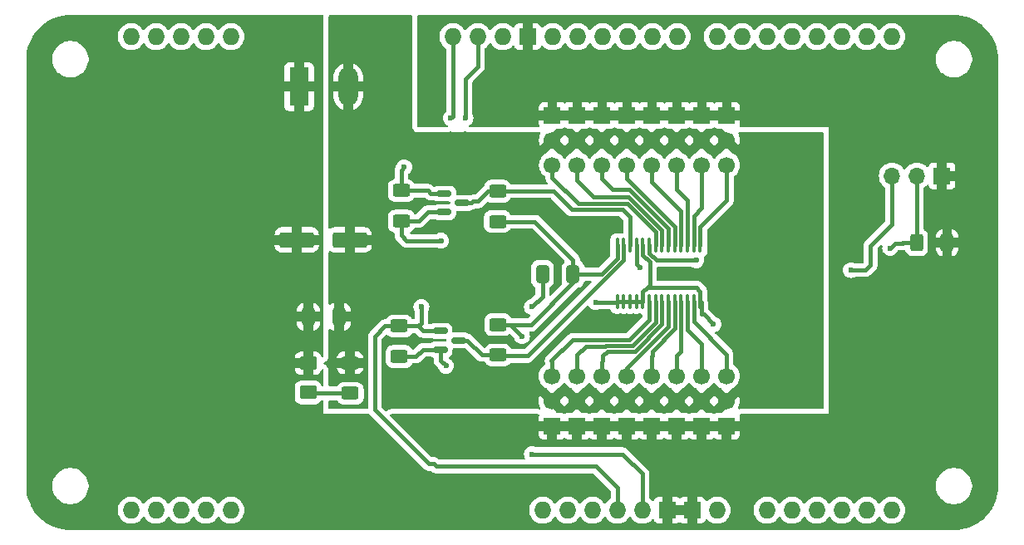
<source format=gtl>
%TF.GenerationSoftware,KiCad,Pcbnew,8.0.0*%
%TF.CreationDate,2024-05-08T19:08:40-04:00*%
%TF.ProjectId,16ChannelServoControllerDaughterboardDesign,31364368-616e-46e6-956c-536572766f43,rev?*%
%TF.SameCoordinates,Original*%
%TF.FileFunction,Copper,L1,Top*%
%TF.FilePolarity,Positive*%
%FSLAX46Y46*%
G04 Gerber Fmt 4.6, Leading zero omitted, Abs format (unit mm)*
G04 Created by KiCad (PCBNEW 8.0.0) date 2024-05-08 19:08:40*
%MOMM*%
%LPD*%
G01*
G04 APERTURE LIST*
G04 Aperture macros list*
%AMRoundRect*
0 Rectangle with rounded corners*
0 $1 Rounding radius*
0 $2 $3 $4 $5 $6 $7 $8 $9 X,Y pos of 4 corners*
0 Add a 4 corners polygon primitive as box body*
4,1,4,$2,$3,$4,$5,$6,$7,$8,$9,$2,$3,0*
0 Add four circle primitives for the rounded corners*
1,1,$1+$1,$2,$3*
1,1,$1+$1,$4,$5*
1,1,$1+$1,$6,$7*
1,1,$1+$1,$8,$9*
0 Add four rect primitives between the rounded corners*
20,1,$1+$1,$2,$3,$4,$5,0*
20,1,$1+$1,$4,$5,$6,$7,0*
20,1,$1+$1,$6,$7,$8,$9,0*
20,1,$1+$1,$8,$9,$2,$3,0*%
G04 Aperture macros list end*
%TA.AperFunction,SMDPad,CuDef*%
%ADD10RoundRect,0.100000X0.100000X-0.637500X0.100000X0.637500X-0.100000X0.637500X-0.100000X-0.637500X0*%
%TD*%
%TA.AperFunction,SMDPad,CuDef*%
%ADD11RoundRect,0.250000X0.412500X0.650000X-0.412500X0.650000X-0.412500X-0.650000X0.412500X-0.650000X0*%
%TD*%
%TA.AperFunction,SMDPad,CuDef*%
%ADD12RoundRect,0.250000X0.625000X-0.400000X0.625000X0.400000X-0.625000X0.400000X-0.625000X-0.400000X0*%
%TD*%
%TA.AperFunction,ComponentPad*%
%ADD13O,1.727200X1.727200*%
%TD*%
%TA.AperFunction,ComponentPad*%
%ADD14R,1.727200X1.727200*%
%TD*%
%TA.AperFunction,SMDPad,CuDef*%
%ADD15RoundRect,0.250000X-0.625000X0.400000X-0.625000X-0.400000X0.625000X-0.400000X0.625000X0.400000X0*%
%TD*%
%TA.AperFunction,SMDPad,CuDef*%
%ADD16RoundRect,0.250001X-0.624999X0.462499X-0.624999X-0.462499X0.624999X-0.462499X0.624999X0.462499X0*%
%TD*%
%TA.AperFunction,SMDPad,CuDef*%
%ADD17RoundRect,0.150000X-0.587500X-0.150000X0.587500X-0.150000X0.587500X0.150000X-0.587500X0.150000X0*%
%TD*%
%TA.AperFunction,ComponentPad*%
%ADD18R,1.700000X1.700000*%
%TD*%
%TA.AperFunction,ComponentPad*%
%ADD19C,1.700000*%
%TD*%
%TA.AperFunction,SMDPad,CuDef*%
%ADD20RoundRect,0.250000X1.500000X0.550000X-1.500000X0.550000X-1.500000X-0.550000X1.500000X-0.550000X0*%
%TD*%
%TA.AperFunction,SMDPad,CuDef*%
%ADD21RoundRect,0.250000X-0.400000X-0.625000X0.400000X-0.625000X0.400000X0.625000X-0.400000X0.625000X0*%
%TD*%
%TA.AperFunction,ComponentPad*%
%ADD22O,1.700000X1.700000*%
%TD*%
%TA.AperFunction,ComponentPad*%
%ADD23R,1.980000X3.960000*%
%TD*%
%TA.AperFunction,ComponentPad*%
%ADD24O,1.980000X3.960000*%
%TD*%
%TA.AperFunction,ViaPad*%
%ADD25C,0.600000*%
%TD*%
%TA.AperFunction,Conductor*%
%ADD26C,0.381000*%
%TD*%
G04 APERTURE END LIST*
D10*
%TO.P,U1,1,A0*%
%TO.N,GND*%
X144200000Y-102200000D03*
%TO.P,U1,2,A1*%
X144850000Y-102200000D03*
%TO.P,U1,3,A2*%
X145500000Y-102200000D03*
%TO.P,U1,4,A3*%
X146150000Y-102200000D03*
%TO.P,U1,5,A4*%
X146800000Y-102200000D03*
%TO.P,U1,6,LED0*%
%TO.N,LED00*%
X147450000Y-102200000D03*
%TO.P,U1,7,LED1*%
%TO.N,LED01*%
X148100000Y-102200000D03*
%TO.P,U1,8,LED2*%
%TO.N,LED02*%
X148750000Y-102200000D03*
%TO.P,U1,9,LED3*%
%TO.N,LED03*%
X149400000Y-102200000D03*
%TO.P,U1,10,LED4*%
%TO.N,LED04*%
X150050000Y-102200000D03*
%TO.P,U1,11,LED5*%
%TO.N,LED05*%
X150700000Y-102200000D03*
%TO.P,U1,12,LED6*%
%TO.N,LED06*%
X151350000Y-102200000D03*
%TO.P,U1,13,LED7*%
%TO.N,LED07*%
X152000000Y-102200000D03*
%TO.P,U1,14,VSS*%
%TO.N,GND*%
X152650000Y-102200000D03*
%TO.P,U1,15,LED8*%
%TO.N,LED08*%
X152650000Y-96475000D03*
%TO.P,U1,16,LED9*%
%TO.N,LED09*%
X152000000Y-96475000D03*
%TO.P,U1,17,LED10*%
%TO.N,LED10*%
X151350000Y-96475000D03*
%TO.P,U1,18,LED11*%
%TO.N,LED11*%
X150700000Y-96475000D03*
%TO.P,U1,19,LED12*%
%TO.N,LED12*%
X150050000Y-96475000D03*
%TO.P,U1,20,LED13*%
%TO.N,LED13*%
X149400000Y-96475000D03*
%TO.P,U1,21,LED14*%
%TO.N,LED14*%
X148750000Y-96475000D03*
%TO.P,U1,22,LED15*%
%TO.N,LED15*%
X148100000Y-96475000D03*
%TO.P,U1,23,~{OE}*%
%TO.N,Net-(J4-Pin_2)*%
X147450000Y-96475000D03*
%TO.P,U1,24,A5*%
%TO.N,GND*%
X146800000Y-96475000D03*
%TO.P,U1,25,EXTCLK*%
%TO.N,Net-(J4-Pin_3)*%
X146150000Y-96475000D03*
%TO.P,U1,26,SCL*%
%TO.N,SCL_5V*%
X145500000Y-96475000D03*
%TO.P,U1,27,SDA*%
%TO.N,SDA_5V*%
X144850000Y-96475000D03*
%TO.P,U1,28,VDD*%
%TO.N,+5V*%
X144200000Y-96475000D03*
%TD*%
D11*
%TO.P,C3,1*%
%TO.N,+6V*%
X115862500Y-103737500D03*
%TO.P,C3,2*%
%TO.N,GND*%
X112737500Y-103737500D03*
%TD*%
D12*
%TO.P,R1,1*%
%TO.N,+5V*%
X132000000Y-94050000D03*
%TO.P,R1,2*%
%TO.N,SCL_5V*%
X132000000Y-90950000D03*
%TD*%
D13*
%TO.P,J1,0,GP0*%
%TO.N,unconnected-(J1-GP0-Pad0)*%
X94680000Y-123460000D03*
%TO.P,J1,1,GP1*%
%TO.N,unconnected-(J1-GP1-Pad1)*%
X172150000Y-123460000D03*
%TO.P,J1,2,GP2*%
%TO.N,unconnected-(J1-GP2-Pad2)*%
X167070000Y-75200000D03*
%TO.P,J1,3,GP3*%
%TO.N,unconnected-(J1-GP3-Pad3)*%
X164530000Y-75200000D03*
%TO.P,J1,4,GP4*%
%TO.N,unconnected-(J1-GP4-Pad4)*%
X161990000Y-75200000D03*
%TO.P,J1,5,GP5*%
%TO.N,unconnected-(J1-GP5-Pad5)*%
X159450000Y-75200000D03*
%TO.P,J1,6,GP6*%
%TO.N,unconnected-(J1-GP6-Pad6)*%
X156910000Y-75200000D03*
%TO.P,J1,7,GP7*%
%TO.N,unconnected-(J1-GP7-Pad7)*%
X154370000Y-75200000D03*
%TO.P,J1,8,GP8*%
%TO.N,unconnected-(J1-GP8-Pad8)*%
X150306000Y-75200000D03*
%TO.P,J1,9,GP9*%
%TO.N,unconnected-(J1-GP9-Pad9)*%
X147766000Y-75200000D03*
%TO.P,J1,10,GP10*%
%TO.N,unconnected-(J1-GP10-Pad10)*%
X145226000Y-75200000D03*
%TO.P,J1,11,GP11*%
%TO.N,unconnected-(J1-GP11-Pad11)*%
X142686000Y-75200000D03*
%TO.P,J1,12,GP12*%
%TO.N,unconnected-(J1-GP12-Pad12)*%
X140146000Y-75200000D03*
%TO.P,J1,13,GP13*%
%TO.N,unconnected-(J1-GP13-Pad13)*%
X137606000Y-75200000D03*
%TO.P,J1,14,GP14*%
%TO.N,unconnected-(J1-GP14-Pad14)*%
X159450000Y-123460000D03*
%TO.P,J1,15,GP15*%
%TO.N,unconnected-(J1-GP15-Pad15)*%
X161990000Y-123460000D03*
%TO.P,J1,16,GP16*%
%TO.N,unconnected-(J1-GP16-Pad16)*%
X164530000Y-123460000D03*
%TO.P,J1,17,GP17*%
%TO.N,unconnected-(J1-GP17-Pad17)*%
X167070000Y-123460000D03*
%TO.P,J1,18,GP18*%
%TO.N,unconnected-(J1-GP18-Pad18)*%
X169610000Y-123460000D03*
%TO.P,J1,21,GP21*%
%TO.N,unconnected-(J1-GP21-Pad21)*%
X102300000Y-75200000D03*
%TO.P,J1,22,VIN*%
%TO.N,unconnected-(J1-VIN-Pad22)*%
X154370000Y-123460000D03*
D14*
%TO.P,J1,23,GND*%
%TO.N,GND*%
X151830000Y-123460000D03*
%TO.P,J1,24,GND*%
X149290000Y-123460000D03*
D13*
%TO.P,J1,25,+5V*%
%TO.N,+5V*%
X146750000Y-123460000D03*
%TO.P,J1,26,+3V3*%
%TO.N,+3V3*%
X144210000Y-123460000D03*
%TO.P,J1,27,~{RST}*%
%TO.N,unconnected-(J1-~{RST}-Pad27)*%
X141670000Y-123460000D03*
%TO.P,J1,28,IOREF*%
%TO.N,unconnected-(J1-IOREF-Pad28)*%
X139130000Y-123460000D03*
%TO.P,J1,29,NC*%
%TO.N,unconnected-(J1-NC-Pad29)*%
X136590000Y-123460000D03*
D14*
%TO.P,J1,30,GND*%
%TO.N,GND*%
X135066000Y-75200000D03*
D13*
%TO.P,J1,32,+3V3*%
%TO.N,+3V3*%
X132526000Y-75200000D03*
%TO.P,J1,35,GP35*%
%TO.N,unconnected-(J1-GP35-Pad35)*%
X104840000Y-123460000D03*
%TO.P,J1,36,GP36*%
%TO.N,unconnected-(J1-GP36-Pad36)*%
X102300000Y-123460000D03*
%TO.P,J1,37,GP37*%
%TO.N,unconnected-(J1-GP37-Pad37)*%
X99760000Y-123460000D03*
%TO.P,J1,38,GP38*%
%TO.N,unconnected-(J1-GP38-Pad38)*%
X97220000Y-123460000D03*
%TO.P,J1,39,GP39*%
%TO.N,unconnected-(J1-GP39-Pad39)*%
X97220000Y-75200000D03*
%TO.P,J1,40,TX_GP40*%
%TO.N,unconnected-(J1-TX_GP40-Pad40)*%
X172150000Y-75200000D03*
%TO.P,J1,41,RX_GP41*%
%TO.N,unconnected-(J1-RX_GP41-Pad41)*%
X169610000Y-75200000D03*
%TO.P,J1,42,GP42*%
%TO.N,unconnected-(J1-GP42-Pad42)*%
X94680000Y-75200000D03*
%TO.P,J1,45,GP45*%
%TO.N,unconnected-(J1-GP45-Pad45)*%
X99760000Y-75200000D03*
%TO.P,J1,46,GP46*%
%TO.N,unconnected-(J1-GP46-Pad46)*%
X104840000Y-75200000D03*
%TO.P,J1,47,SDA_GP47*%
%TO.N,SDA_3V3*%
X129986000Y-75200000D03*
%TO.P,J1,48,SCL_GP48*%
%TO.N,SCL_3V3*%
X127446000Y-75200000D03*
%TD*%
D15*
%TO.P,R3,1*%
%TO.N,+3V3*%
X122000000Y-104700000D03*
%TO.P,R3,2*%
%TO.N,SDA_3V3*%
X122000000Y-107800000D03*
%TD*%
D16*
%TO.P,D2,1,K*%
%TO.N,GND*%
X112715000Y-108485000D03*
%TO.P,D2,2,A*%
%TO.N,Net-(D2-A)*%
X112715000Y-111460000D03*
%TD*%
D15*
%TO.P,R4,1*%
%TO.N,+5V*%
X132050000Y-104550000D03*
%TO.P,R4,2*%
%TO.N,SDA_5V*%
X132050000Y-107650000D03*
%TD*%
D17*
%TO.P,Q1,1,G*%
%TO.N,+3V3*%
X126550000Y-91200000D03*
%TO.P,Q1,2,S*%
%TO.N,SCL_3V3*%
X126550000Y-93100000D03*
%TO.P,Q1,3,D*%
%TO.N,SCL_5V*%
X128425000Y-92150000D03*
%TD*%
D18*
%TO.P,J3,1,GND*%
%TO.N,GND*%
X155340000Y-114880000D03*
X152800000Y-114880000D03*
X150260000Y-114880000D03*
X147720000Y-114880000D03*
X145180000Y-114880000D03*
X142640000Y-114880000D03*
X140100000Y-114880000D03*
X137560000Y-114880000D03*
D19*
%TO.P,J3,2,VIN*%
%TO.N,+6V*%
X155340000Y-112340000D03*
X152800000Y-112340000D03*
X150260000Y-112340000D03*
X147720000Y-112340000D03*
X145180000Y-112340000D03*
X142640000Y-112340000D03*
X140100000Y-112340000D03*
X137560000Y-112340000D03*
%TO.P,J3,3,CH0*%
%TO.N,LED07*%
X155340000Y-109800000D03*
%TO.P,J3,4,CH1*%
%TO.N,LED06*%
X152800000Y-109800000D03*
%TO.P,J3,5,CH2*%
%TO.N,LED05*%
X150260000Y-109800000D03*
%TO.P,J3,6,CH3*%
%TO.N,LED04*%
X147720000Y-109800000D03*
%TO.P,J3,7,CH4*%
%TO.N,LED03*%
X145180000Y-109800000D03*
%TO.P,J3,8,CH5*%
%TO.N,LED02*%
X142640000Y-109800000D03*
%TO.P,J3,9,CH6*%
%TO.N,LED01*%
X140100000Y-109800000D03*
%TO.P,J3,10,CH7*%
%TO.N,LED00*%
X137560000Y-109800000D03*
%TD*%
D15*
%TO.P,R2,1*%
%TO.N,+3V3*%
X122200000Y-90900000D03*
%TO.P,R2,2*%
%TO.N,SCL_3V3*%
X122200000Y-94000000D03*
%TD*%
D20*
%TO.P,C2,1*%
%TO.N,+6V*%
X116950000Y-95925000D03*
%TO.P,C2,2*%
%TO.N,GND*%
X111550000Y-95925000D03*
%TD*%
D18*
%TO.P,J2,1,GND*%
%TO.N,GND*%
X137580000Y-83220000D03*
X140120000Y-83220000D03*
X142660000Y-83220000D03*
X145200000Y-83220000D03*
X147740000Y-83220000D03*
X150280000Y-83220000D03*
X152820000Y-83220000D03*
X155360000Y-83220000D03*
D19*
%TO.P,J2,2,VIN*%
%TO.N,+6V*%
X137580000Y-85760000D03*
X140120000Y-85760000D03*
X142660000Y-85760000D03*
X145200000Y-85760000D03*
X147740000Y-85760000D03*
X150280000Y-85760000D03*
X152820000Y-85760000D03*
X155360000Y-85760000D03*
%TO.P,J2,3,CH0*%
%TO.N,LED15*%
X137580000Y-88300000D03*
%TO.P,J2,4,CH1*%
%TO.N,LED14*%
X140120000Y-88300000D03*
%TO.P,J2,5,CH2*%
%TO.N,LED13*%
X142660000Y-88300000D03*
%TO.P,J2,6,CH3*%
%TO.N,LED12*%
X145200000Y-88300000D03*
%TO.P,J2,7,CH4*%
%TO.N,LED11*%
X147740000Y-88300000D03*
%TO.P,J2,8,CH5*%
%TO.N,LED10*%
X150280000Y-88300000D03*
%TO.P,J2,9,CH6*%
%TO.N,LED09*%
X152820000Y-88300000D03*
%TO.P,J2,10,CH7*%
%TO.N,LED08*%
X155360000Y-88300000D03*
%TD*%
D21*
%TO.P,R5,1*%
%TO.N,Net-(J4-Pin_2)*%
X174700000Y-96200000D03*
%TO.P,R5,2*%
%TO.N,GND*%
X177800000Y-96200000D03*
%TD*%
D15*
%TO.P,R7,1*%
%TO.N,+6V*%
X117000000Y-108450000D03*
%TO.P,R7,2*%
%TO.N,Net-(D2-A)*%
X117000000Y-111550000D03*
%TD*%
D11*
%TO.P,C1,1*%
%TO.N,+5V*%
X139700000Y-99400000D03*
%TO.P,C1,2*%
%TO.N,GND*%
X136575000Y-99400000D03*
%TD*%
D17*
%TO.P,Q2,1,G*%
%TO.N,+3V3*%
X126175000Y-105200000D03*
%TO.P,Q2,2,S*%
%TO.N,SDA_3V3*%
X126175000Y-107100000D03*
%TO.P,Q2,3,D*%
%TO.N,SDA_5V*%
X128050000Y-106150000D03*
%TD*%
D18*
%TO.P,J4,1,Pin_1*%
%TO.N,GND*%
X177275000Y-89395000D03*
D22*
%TO.P,J4,2,Pin_2*%
%TO.N,Net-(J4-Pin_2)*%
X174735000Y-89395000D03*
%TO.P,J4,3,Pin_3*%
%TO.N,Net-(J4-Pin_3)*%
X172195000Y-89395000D03*
%TD*%
D23*
%TO.P,J6,1,Pin_1*%
%TO.N,GND*%
X111800000Y-80300000D03*
D24*
%TO.P,J6,2,Pin_2*%
%TO.N,+6V*%
X116800000Y-80300000D03*
%TD*%
D25*
%TO.N,+5V*%
X134500000Y-105750000D03*
X135500000Y-117750000D03*
%TO.N,GND*%
X167000000Y-86000000D03*
X105000000Y-92500000D03*
X85000000Y-102500000D03*
X165000000Y-78000000D03*
X85000000Y-87500000D03*
X167000000Y-90000000D03*
X95000000Y-117500000D03*
X115000000Y-122500000D03*
X110000000Y-107500000D03*
X130000000Y-115000000D03*
X111000000Y-75000000D03*
X95000000Y-92500000D03*
X85000000Y-97500000D03*
X90000000Y-97500000D03*
X105000000Y-107500000D03*
X110000000Y-117500000D03*
X100000000Y-102500000D03*
X105000000Y-82500000D03*
X180000000Y-75000000D03*
X150000000Y-80000000D03*
X160000000Y-80000000D03*
X175000000Y-123000000D03*
X110000000Y-112500000D03*
X105000000Y-87500000D03*
X175000000Y-85000000D03*
X141000000Y-121000000D03*
X115000000Y-117500000D03*
X90000000Y-107500000D03*
X170000000Y-93000000D03*
X120000000Y-122500000D03*
X142000000Y-102250000D03*
X95000000Y-107500000D03*
X128000000Y-124000000D03*
X135000000Y-82500000D03*
X155000000Y-78000000D03*
X150000000Y-120000000D03*
X180000000Y-95000000D03*
X180000000Y-110000000D03*
X117000000Y-124000000D03*
X100000000Y-82500000D03*
X95000000Y-97500000D03*
X165000000Y-120000000D03*
X175000000Y-80000000D03*
X126000000Y-117000000D03*
X135000000Y-121000000D03*
X154000000Y-104500000D03*
X90000000Y-102500000D03*
X180000000Y-100000000D03*
X170000000Y-110000000D03*
X95000000Y-87500000D03*
X180000000Y-123000000D03*
X100000000Y-97500000D03*
X167000000Y-96000000D03*
X152000000Y-117000000D03*
X170000000Y-105000000D03*
X157000000Y-123000000D03*
X175000000Y-78000000D03*
X100000000Y-107500000D03*
X175000000Y-75000000D03*
X158500000Y-114500000D03*
X95000000Y-77500000D03*
X150000000Y-78000000D03*
X110000000Y-122500000D03*
X140000000Y-78000000D03*
X180000000Y-105000000D03*
X110000000Y-102500000D03*
X176000000Y-93000000D03*
X113000000Y-84000000D03*
X90000000Y-82500000D03*
X105000000Y-102500000D03*
X160000000Y-78000000D03*
X105000000Y-112500000D03*
X155000000Y-80000000D03*
X110000000Y-84000000D03*
X170000000Y-115000000D03*
X105000000Y-97500000D03*
X90000000Y-112500000D03*
X90000000Y-74000000D03*
X85000000Y-117500000D03*
X95000000Y-82500000D03*
X107000000Y-75000000D03*
X180000000Y-85000000D03*
X135000000Y-80000000D03*
X120000000Y-117500000D03*
X170000000Y-78000000D03*
X175000000Y-110000000D03*
X107000000Y-124000000D03*
X140000000Y-80000000D03*
X133000000Y-117000000D03*
X85000000Y-76000000D03*
X85000000Y-107500000D03*
X125000000Y-122500000D03*
X92000000Y-124000000D03*
X132000000Y-121000000D03*
X155000000Y-120000000D03*
X138000000Y-121000000D03*
X165000000Y-80000000D03*
X90000000Y-117500000D03*
X100000000Y-87500000D03*
X100000000Y-77500000D03*
X90000000Y-87500000D03*
X170000000Y-85000000D03*
X85000000Y-92500000D03*
X132500000Y-82500000D03*
X157000000Y-117000000D03*
X165000000Y-83000000D03*
X87000000Y-124000000D03*
X180000000Y-90000000D03*
X175000000Y-115000000D03*
X167000000Y-93000000D03*
X110000000Y-87500000D03*
X165000000Y-115000000D03*
X160000000Y-117000000D03*
X145000000Y-80000000D03*
X160000000Y-120000000D03*
X170000000Y-120000000D03*
X147000000Y-117000000D03*
X125000000Y-115000000D03*
X100000000Y-117500000D03*
X85000000Y-82500000D03*
X95000000Y-102500000D03*
X132500000Y-80000000D03*
X100000000Y-112500000D03*
X95000000Y-112500000D03*
X180000000Y-80000000D03*
X170000000Y-80000000D03*
X180000000Y-115000000D03*
X100000000Y-92500000D03*
X135500000Y-102750000D03*
X112000000Y-124000000D03*
X122000000Y-124000000D03*
X105000000Y-77500000D03*
X175000000Y-105000000D03*
X85000000Y-112500000D03*
X130000000Y-122500000D03*
X105000000Y-117500000D03*
X160000000Y-83000000D03*
X113000000Y-75000000D03*
X145000000Y-78000000D03*
X175000000Y-100000000D03*
X90000000Y-92500000D03*
X132000000Y-124000000D03*
%TO.N,+6V*%
X132500000Y-100000000D03*
X135000000Y-92500000D03*
X120000000Y-102500000D03*
X164000000Y-90000000D03*
X117500000Y-100000000D03*
X162000000Y-90000000D03*
X164000000Y-105000000D03*
X162000000Y-111000000D03*
X132500000Y-102500000D03*
X130000000Y-97500000D03*
X130000000Y-100000000D03*
X141000000Y-104000000D03*
X156000000Y-102000000D03*
X127500000Y-102500000D03*
X122000000Y-85000000D03*
X117500000Y-87500000D03*
X159000000Y-105000000D03*
X122000000Y-75000000D03*
X162000000Y-87000000D03*
X164000000Y-87000000D03*
X164000000Y-102000000D03*
X120000000Y-80000000D03*
X140000000Y-95000000D03*
X159000000Y-102000000D03*
X164000000Y-93000000D03*
X120000000Y-77500000D03*
X116000000Y-75000000D03*
X135000000Y-87500000D03*
X120000000Y-75000000D03*
X127500000Y-97500000D03*
X142500000Y-97500000D03*
X164000000Y-96000000D03*
X120000000Y-90000000D03*
X120000000Y-87500000D03*
X162000000Y-96000000D03*
X159000000Y-93000000D03*
X120000000Y-92500000D03*
X130000000Y-102500000D03*
X117500000Y-90000000D03*
X162000000Y-102000000D03*
X122500000Y-110000000D03*
X127500000Y-110000000D03*
X125000000Y-110000000D03*
X120000000Y-82500000D03*
X120000000Y-95000000D03*
X137000000Y-93000000D03*
X116000000Y-85000000D03*
X159000000Y-87000000D03*
X142500000Y-95000000D03*
X120000000Y-97500000D03*
X164000000Y-108000000D03*
X122500000Y-112500000D03*
X132500000Y-112500000D03*
X117500000Y-92500000D03*
X160000000Y-111000000D03*
X123000000Y-99000000D03*
X120000000Y-85000000D03*
X117500000Y-105000000D03*
X162000000Y-108000000D03*
X132500000Y-110000000D03*
X162000000Y-105000000D03*
X123000000Y-101000000D03*
X159000000Y-96000000D03*
X135000000Y-97500000D03*
X127500000Y-112500000D03*
X130000000Y-110000000D03*
X160000000Y-108000000D03*
X122000000Y-80000000D03*
X162000000Y-93000000D03*
X127500000Y-100000000D03*
X143000000Y-104000000D03*
X156000000Y-96000000D03*
X132500000Y-97500000D03*
X120000000Y-100000000D03*
X130000000Y-87500000D03*
X132500000Y-87500000D03*
X164000000Y-111000000D03*
X159000000Y-90000000D03*
X130000000Y-112500000D03*
X125000000Y-112500000D03*
%TO.N,SDA_3V3*%
X126750000Y-108750000D03*
X128750000Y-83500000D03*
%TO.N,+3V3*%
X122500000Y-88500000D03*
X124250000Y-102750000D03*
%TO.N,SCL_3V3*%
X126250000Y-96000000D03*
X127250000Y-83500000D03*
%TO.N,Net-(J4-Pin_3)*%
X168000000Y-99000000D03*
X146500000Y-98750000D03*
%TO.N,Net-(J4-Pin_2)*%
X152250000Y-98000000D03*
X172000000Y-96750000D03*
%TD*%
D26*
%TO.N,+5V*%
X135800000Y-94050000D02*
X132000000Y-94050000D01*
X146750000Y-119750000D02*
X146750000Y-123460000D01*
X144750000Y-117750000D02*
X146750000Y-119750000D01*
X144200000Y-97800000D02*
X142600000Y-99400000D01*
X142600000Y-99400000D02*
X139700000Y-99400000D01*
X135450000Y-104550000D02*
X132050000Y-104550000D01*
X133300000Y-104550000D02*
X134500000Y-105750000D01*
X135500000Y-117750000D02*
X144750000Y-117750000D01*
X139700000Y-99400000D02*
X139700000Y-100300000D01*
X132050000Y-104550000D02*
X133300000Y-104550000D01*
X139700000Y-99400000D02*
X139700000Y-97950000D01*
X139700000Y-97950000D02*
X135800000Y-94050000D01*
X139700000Y-100300000D02*
X135450000Y-104550000D01*
X144200000Y-96475000D02*
X144200000Y-97800000D01*
%TO.N,GND*%
X154000000Y-104500000D02*
X153000000Y-103500000D01*
X146800000Y-96475000D02*
X146800000Y-97430602D01*
X158120000Y-114880000D02*
X158500000Y-114500000D01*
X146800000Y-102200000D02*
X146800000Y-101200000D01*
X136575000Y-101675000D02*
X135500000Y-102750000D01*
X146800000Y-101200000D02*
X147250000Y-100750000D01*
X136575000Y-99400000D02*
X136575000Y-101675000D01*
X153000000Y-103500000D02*
X152750000Y-103500000D01*
X147250000Y-100750000D02*
X152250000Y-100750000D01*
X146800000Y-102200000D02*
X146150000Y-102200000D01*
X144850000Y-102200000D02*
X144200000Y-102200000D01*
X145500000Y-102200000D02*
X144850000Y-102200000D01*
X142000000Y-102250000D02*
X144150000Y-102250000D01*
X146150000Y-102200000D02*
X145500000Y-102200000D01*
X147500000Y-98130602D02*
X147500000Y-100500000D01*
X144150000Y-102250000D02*
X144200000Y-102200000D01*
X147500000Y-100500000D02*
X147250000Y-100750000D01*
X152250000Y-100750000D02*
X152650000Y-101150000D01*
X152750000Y-102300000D02*
X152650000Y-102200000D01*
X152750000Y-103500000D02*
X152750000Y-102300000D01*
X155340000Y-114880000D02*
X158120000Y-114880000D01*
X146800000Y-97430602D02*
X147500000Y-98130602D01*
X152650000Y-101150000D02*
X152650000Y-102200000D01*
%TO.N,Net-(D2-A)*%
X112805000Y-111550000D02*
X112715000Y-111460000D01*
X117000000Y-111550000D02*
X112805000Y-111550000D01*
%TO.N,SDA_3V3*%
X126175000Y-107100000D02*
X126175000Y-108175000D01*
X123700000Y-107800000D02*
X122000000Y-107800000D01*
X128750000Y-79500000D02*
X129986000Y-78264000D01*
X124400000Y-107100000D02*
X123700000Y-107800000D01*
X129986000Y-78264000D02*
X129986000Y-75200000D01*
X128750000Y-83500000D02*
X128750000Y-79500000D01*
X126175000Y-108175000D02*
X126750000Y-108750000D01*
X126175000Y-107100000D02*
X124400000Y-107100000D01*
%TO.N,+3V3*%
X122200000Y-90900000D02*
X122200000Y-88800000D01*
X122200000Y-88800000D02*
X122500000Y-88500000D01*
X119500000Y-113250000D02*
X119500000Y-105750000D01*
X125750000Y-119000000D02*
X125500000Y-118750000D01*
X125200000Y-91200000D02*
X124900000Y-90900000D01*
X120550000Y-104700000D02*
X122000000Y-104700000D01*
X119500000Y-105750000D02*
X120550000Y-104700000D01*
X125500000Y-118750000D02*
X125000000Y-118750000D01*
X124450000Y-105200000D02*
X123950000Y-104700000D01*
X142000000Y-119000000D02*
X125750000Y-119000000D01*
X124250000Y-104400000D02*
X123950000Y-104700000D01*
X124900000Y-90900000D02*
X122200000Y-90900000D01*
X126175000Y-105200000D02*
X124450000Y-105200000D01*
X144210000Y-123460000D02*
X144210000Y-121210000D01*
X144210000Y-121210000D02*
X142000000Y-119000000D01*
X125000000Y-118750000D02*
X119500000Y-113250000D01*
X126550000Y-91200000D02*
X125200000Y-91200000D01*
X124250000Y-102750000D02*
X124250000Y-104400000D01*
X123950000Y-104700000D02*
X122000000Y-104700000D01*
%TO.N,SCL_3V3*%
X122750000Y-96000000D02*
X122200000Y-95450000D01*
X126250000Y-96000000D02*
X122750000Y-96000000D01*
X127446000Y-83304000D02*
X127250000Y-83500000D01*
X124000000Y-94000000D02*
X122200000Y-94000000D01*
X124900000Y-93100000D02*
X124000000Y-94000000D01*
X126550000Y-93100000D02*
X124900000Y-93100000D01*
X127446000Y-75200000D02*
X127446000Y-83304000D01*
X122200000Y-95450000D02*
X122200000Y-94000000D01*
%TO.N,LED11*%
X150700000Y-92950000D02*
X147740000Y-89990000D01*
X150700000Y-96475000D02*
X150700000Y-92950000D01*
X147740000Y-89990000D02*
X147740000Y-88300000D01*
%TO.N,LED10*%
X150280000Y-90780000D02*
X151350000Y-91850000D01*
X150280000Y-88300000D02*
X150280000Y-90780000D01*
X151350000Y-91850000D02*
X151350000Y-96475000D01*
%TO.N,LED12*%
X150050000Y-96475000D02*
X150050000Y-94550000D01*
X150050000Y-94550000D02*
X145200000Y-89700000D01*
X145200000Y-89700000D02*
X145200000Y-88300000D01*
%TO.N,LED08*%
X152650000Y-94600000D02*
X152650000Y-96475000D01*
X155360000Y-91890000D02*
X152650000Y-94600000D01*
X155360000Y-88300000D02*
X155360000Y-91890000D01*
%TO.N,LED13*%
X149400000Y-94721658D02*
X149400000Y-96475000D01*
X143750000Y-90750000D02*
X145428342Y-90750000D01*
X142660000Y-89660000D02*
X143750000Y-90750000D01*
X145428342Y-90750000D02*
X149400000Y-94721658D01*
X142660000Y-88300000D02*
X142660000Y-89660000D01*
%TO.N,LED09*%
X152820000Y-88300000D02*
X152820000Y-92680000D01*
X152000000Y-93500000D02*
X152000000Y-96475000D01*
X152820000Y-92680000D02*
X152000000Y-93500000D01*
%TO.N,LED14*%
X140120000Y-88300000D02*
X140120000Y-89870000D01*
X141750000Y-91500000D02*
X145356684Y-91500000D01*
X148750000Y-94893316D02*
X148750000Y-96475000D01*
X145356684Y-91500000D02*
X148750000Y-94893316D01*
X140120000Y-89870000D02*
X141750000Y-91500000D01*
%TO.N,LED15*%
X140250000Y-92250000D02*
X145285026Y-92250000D01*
X145285026Y-92250000D02*
X148100000Y-95064974D01*
X137580000Y-89580000D02*
X140250000Y-92250000D01*
X148100000Y-95064974D02*
X148100000Y-96475000D01*
X137580000Y-88300000D02*
X137580000Y-89580000D01*
%TO.N,LED02*%
X146000000Y-107250000D02*
X143250000Y-107250000D01*
X143250000Y-107250000D02*
X142750000Y-107750000D01*
X148750000Y-104500000D02*
X146000000Y-107250000D01*
X142750000Y-107750000D02*
X142750000Y-108250000D01*
X148750000Y-102200000D02*
X148750000Y-104500000D01*
X142640000Y-108360000D02*
X142640000Y-109800000D01*
X142750000Y-108250000D02*
X142640000Y-108360000D01*
%TO.N,LED06*%
X151350000Y-105100000D02*
X152750000Y-106500000D01*
X152750000Y-106500000D02*
X152750000Y-107000000D01*
X152750000Y-107000000D02*
X152800000Y-107050000D01*
X151350000Y-102200000D02*
X151350000Y-105100000D01*
X152800000Y-107050000D02*
X152800000Y-109800000D01*
%TO.N,LED07*%
X152000000Y-104250000D02*
X155340000Y-107590000D01*
X155340000Y-107590000D02*
X155340000Y-109800000D01*
X152000000Y-102200000D02*
X152000000Y-104250000D01*
%TO.N,LED01*%
X140100000Y-107650000D02*
X140100000Y-109800000D01*
X141000000Y-106750000D02*
X140100000Y-107650000D01*
X145759342Y-106669000D02*
X143009342Y-106669000D01*
X148100000Y-102200000D02*
X148100000Y-104328342D01*
X143009342Y-106669000D02*
X142928342Y-106750000D01*
X148100000Y-104328342D02*
X145759342Y-106669000D01*
X142928342Y-106750000D02*
X141000000Y-106750000D01*
%TO.N,LED03*%
X149400000Y-102200000D02*
X149400000Y-104778342D01*
X149400000Y-104778342D02*
X145180000Y-108998342D01*
X145180000Y-108998342D02*
X145180000Y-109800000D01*
%TO.N,LED00*%
X139662000Y-106088000D02*
X137500000Y-108250000D01*
X145412000Y-106088000D02*
X139662000Y-106088000D01*
X137500000Y-108250000D02*
X137560000Y-108310000D01*
X137560000Y-108310000D02*
X137560000Y-109800000D01*
X147450000Y-102200000D02*
X147450000Y-104050000D01*
X147450000Y-104050000D02*
X145412000Y-106088000D01*
%TO.N,LED04*%
X147720000Y-107780000D02*
X147720000Y-109800000D01*
X150050000Y-102200000D02*
X150050000Y-104950000D01*
X147750000Y-107250000D02*
X147750000Y-107750000D01*
X147750000Y-107750000D02*
X147720000Y-107780000D01*
X150050000Y-104950000D02*
X147750000Y-107250000D01*
%TO.N,LED05*%
X150700000Y-107300000D02*
X150250000Y-107750000D01*
X150260000Y-107760000D02*
X150260000Y-109800000D01*
X150700000Y-102200000D02*
X150700000Y-107300000D01*
X150250000Y-107750000D02*
X150260000Y-107760000D01*
%TO.N,Net-(J4-Pin_3)*%
X170000000Y-98500000D02*
X169500000Y-99000000D01*
X170000000Y-96500000D02*
X170000000Y-98500000D01*
X146150000Y-96475000D02*
X146150000Y-98400000D01*
X172195000Y-89395000D02*
X172195000Y-94305000D01*
X146150000Y-98400000D02*
X146500000Y-98750000D01*
X172195000Y-94305000D02*
X170000000Y-96500000D01*
X169500000Y-99000000D02*
X168000000Y-99000000D01*
%TO.N,Net-(J4-Pin_2)*%
X172500000Y-96250000D02*
X173250000Y-96250000D01*
X173250000Y-96250000D02*
X173300000Y-96200000D01*
X174735000Y-96165000D02*
X174700000Y-96200000D01*
X147450000Y-97258944D02*
X148191056Y-98000000D01*
X147450000Y-96475000D02*
X147450000Y-97258944D01*
X173300000Y-96200000D02*
X174700000Y-96200000D01*
X148250000Y-98000000D02*
X148750000Y-98000000D01*
X172000000Y-96750000D02*
X172500000Y-96250000D01*
X148191056Y-98000000D02*
X148250000Y-98000000D01*
X174735000Y-89395000D02*
X174735000Y-96165000D01*
X148750000Y-98000000D02*
X152250000Y-98000000D01*
%TO.N,SCL_5V*%
X137700000Y-90950000D02*
X132000000Y-90950000D01*
X145500000Y-96475000D02*
X145500000Y-93581000D01*
X139581000Y-92831000D02*
X137700000Y-90950000D01*
X144750000Y-92831000D02*
X139581000Y-92831000D01*
X145500000Y-93581000D02*
X144750000Y-92831000D01*
X129350000Y-92150000D02*
X128425000Y-92150000D01*
X132000000Y-90950000D02*
X131050000Y-90950000D01*
X129500000Y-92000000D02*
X129350000Y-92150000D01*
X130000000Y-92000000D02*
X129500000Y-92000000D01*
X131050000Y-90950000D02*
X130000000Y-92000000D01*
%TO.N,SDA_5V*%
X130400000Y-107650000D02*
X132050000Y-107650000D01*
X128900000Y-106150000D02*
X130400000Y-107650000D01*
X128050000Y-106150000D02*
X128900000Y-106150000D01*
X132150000Y-107750000D02*
X132050000Y-107650000D01*
X135071658Y-107750000D02*
X132150000Y-107750000D01*
X144850000Y-97971658D02*
X135071658Y-107750000D01*
X144850000Y-96475000D02*
X144850000Y-97971658D01*
%TD*%
%TA.AperFunction,Conductor*%
%TO.N,+6V*%
G36*
X123262539Y-73020185D02*
G01*
X123308294Y-73072989D01*
X123319500Y-73124500D01*
X123319500Y-75200003D01*
X123319500Y-84331000D01*
X123319501Y-84331009D01*
X123331052Y-84438450D01*
X123331054Y-84438462D01*
X123342260Y-84489972D01*
X123376383Y-84592497D01*
X123376386Y-84592503D01*
X123454171Y-84713537D01*
X123454179Y-84713548D01*
X123499923Y-84766340D01*
X123499926Y-84766343D01*
X123499930Y-84766347D01*
X123608664Y-84860567D01*
X123608667Y-84860568D01*
X123608668Y-84860569D01*
X123685881Y-84895832D01*
X123739541Y-84920338D01*
X123806580Y-84940023D01*
X123806584Y-84940024D01*
X123949000Y-84960500D01*
X123949003Y-84960500D01*
X126834851Y-84960500D01*
X126834867Y-84960499D01*
X126853483Y-84959119D01*
X126909338Y-84954982D01*
X126945484Y-84949597D01*
X127018352Y-84933161D01*
X127148614Y-84872059D01*
X127177959Y-84852773D01*
X127244791Y-84832406D01*
X127312028Y-84851405D01*
X127321663Y-84858542D01*
X127324810Y-84860564D01*
X127324813Y-84860567D01*
X127324816Y-84860568D01*
X127324817Y-84860569D01*
X127402030Y-84895832D01*
X127455690Y-84920338D01*
X127522729Y-84940023D01*
X127522733Y-84940024D01*
X127665149Y-84960500D01*
X127665152Y-84960500D01*
X128334851Y-84960500D01*
X128334867Y-84960499D01*
X128353483Y-84959119D01*
X128409338Y-84954982D01*
X128445484Y-84949597D01*
X128518352Y-84933161D01*
X128648614Y-84872059D01*
X128677959Y-84852773D01*
X128744791Y-84832406D01*
X128812028Y-84851405D01*
X128821663Y-84858542D01*
X128824810Y-84860564D01*
X128824813Y-84860567D01*
X128824816Y-84860568D01*
X128824817Y-84860569D01*
X128902030Y-84895832D01*
X128955690Y-84920338D01*
X129022729Y-84940023D01*
X129022733Y-84940024D01*
X129165149Y-84960500D01*
X129165152Y-84960500D01*
X136161358Y-84960500D01*
X136171504Y-84959955D01*
X136215396Y-84957603D01*
X136215404Y-84957602D01*
X136215406Y-84957602D01*
X136215407Y-84957602D01*
X136222400Y-84956849D01*
X136241754Y-84954769D01*
X136253045Y-84952939D01*
X136322368Y-84961645D01*
X136375982Y-85006448D01*
X136396862Y-85073125D01*
X136385264Y-85127747D01*
X136306570Y-85296507D01*
X136306566Y-85296516D01*
X136245432Y-85524673D01*
X136245430Y-85524684D01*
X136224843Y-85759998D01*
X136224843Y-85760001D01*
X136245430Y-85995315D01*
X136245432Y-85995326D01*
X136306566Y-86223483D01*
X136306571Y-86223497D01*
X136339270Y-86293621D01*
X136807066Y-85825826D01*
X137080000Y-85825826D01*
X137114075Y-85952993D01*
X137179901Y-86067007D01*
X137272993Y-86160099D01*
X137387007Y-86225925D01*
X137514174Y-86260000D01*
X137645826Y-86260000D01*
X137772993Y-86225925D01*
X137887007Y-86160099D01*
X137980099Y-86067007D01*
X138045925Y-85952993D01*
X138080000Y-85825826D01*
X138080000Y-85760000D01*
X138287107Y-85760000D01*
X138820727Y-86293620D01*
X138828465Y-86292256D01*
X138871531Y-86292256D01*
X138879271Y-86293620D01*
X139347067Y-85825826D01*
X139620000Y-85825826D01*
X139654075Y-85952993D01*
X139719901Y-86067007D01*
X139812993Y-86160099D01*
X139927007Y-86225925D01*
X140054174Y-86260000D01*
X140185826Y-86260000D01*
X140312993Y-86225925D01*
X140427007Y-86160099D01*
X140520099Y-86067007D01*
X140585925Y-85952993D01*
X140620000Y-85825826D01*
X140620000Y-85760000D01*
X140827107Y-85760000D01*
X141360727Y-86293620D01*
X141368465Y-86292256D01*
X141411531Y-86292256D01*
X141419271Y-86293620D01*
X141887067Y-85825826D01*
X142160000Y-85825826D01*
X142194075Y-85952993D01*
X142259901Y-86067007D01*
X142352993Y-86160099D01*
X142467007Y-86225925D01*
X142594174Y-86260000D01*
X142725826Y-86260000D01*
X142852993Y-86225925D01*
X142967007Y-86160099D01*
X143060099Y-86067007D01*
X143125925Y-85952993D01*
X143160000Y-85825826D01*
X143160000Y-85760000D01*
X143367107Y-85760000D01*
X143900727Y-86293620D01*
X143908465Y-86292256D01*
X143951531Y-86292256D01*
X143959271Y-86293620D01*
X144427067Y-85825826D01*
X144700000Y-85825826D01*
X144734075Y-85952993D01*
X144799901Y-86067007D01*
X144892993Y-86160099D01*
X145007007Y-86225925D01*
X145134174Y-86260000D01*
X145265826Y-86260000D01*
X145392993Y-86225925D01*
X145507007Y-86160099D01*
X145600099Y-86067007D01*
X145665925Y-85952993D01*
X145700000Y-85825826D01*
X145700000Y-85760000D01*
X145907107Y-85760000D01*
X146440727Y-86293620D01*
X146448465Y-86292256D01*
X146491531Y-86292256D01*
X146499271Y-86293620D01*
X146967067Y-85825826D01*
X147240000Y-85825826D01*
X147274075Y-85952993D01*
X147339901Y-86067007D01*
X147432993Y-86160099D01*
X147547007Y-86225925D01*
X147674174Y-86260000D01*
X147805826Y-86260000D01*
X147932993Y-86225925D01*
X148047007Y-86160099D01*
X148140099Y-86067007D01*
X148205925Y-85952993D01*
X148240000Y-85825826D01*
X148240000Y-85760000D01*
X148447107Y-85760000D01*
X148980727Y-86293620D01*
X148988465Y-86292256D01*
X149031531Y-86292256D01*
X149039271Y-86293620D01*
X149507067Y-85825826D01*
X149780000Y-85825826D01*
X149814075Y-85952993D01*
X149879901Y-86067007D01*
X149972993Y-86160099D01*
X150087007Y-86225925D01*
X150214174Y-86260000D01*
X150345826Y-86260000D01*
X150472993Y-86225925D01*
X150587007Y-86160099D01*
X150680099Y-86067007D01*
X150745925Y-85952993D01*
X150780000Y-85825826D01*
X150780000Y-85760000D01*
X150987107Y-85760000D01*
X151520727Y-86293620D01*
X151528465Y-86292256D01*
X151571531Y-86292256D01*
X151579271Y-86293620D01*
X152047067Y-85825826D01*
X152320000Y-85825826D01*
X152354075Y-85952993D01*
X152419901Y-86067007D01*
X152512993Y-86160099D01*
X152627007Y-86225925D01*
X152754174Y-86260000D01*
X152885826Y-86260000D01*
X153012993Y-86225925D01*
X153127007Y-86160099D01*
X153220099Y-86067007D01*
X153285925Y-85952993D01*
X153320000Y-85825826D01*
X153320000Y-85760000D01*
X153527107Y-85760000D01*
X154060727Y-86293620D01*
X154068465Y-86292256D01*
X154111531Y-86292256D01*
X154119271Y-86293620D01*
X154587067Y-85825826D01*
X154860000Y-85825826D01*
X154894075Y-85952993D01*
X154959901Y-86067007D01*
X155052993Y-86160099D01*
X155167007Y-86225925D01*
X155294174Y-86260000D01*
X155425826Y-86260000D01*
X155552993Y-86225925D01*
X155667007Y-86160099D01*
X155760099Y-86067007D01*
X155825925Y-85952993D01*
X155860000Y-85825826D01*
X155860000Y-85694174D01*
X155825925Y-85567007D01*
X155760099Y-85452993D01*
X155667007Y-85359901D01*
X155552993Y-85294075D01*
X155425826Y-85260000D01*
X155294174Y-85260000D01*
X155167007Y-85294075D01*
X155052993Y-85359901D01*
X154959901Y-85452993D01*
X154894075Y-85567007D01*
X154860000Y-85694174D01*
X154860000Y-85825826D01*
X154587067Y-85825826D01*
X154652893Y-85760000D01*
X154119270Y-85226377D01*
X154111529Y-85227742D01*
X154068466Y-85227742D01*
X154060727Y-85226377D01*
X153527107Y-85759999D01*
X153527107Y-85760000D01*
X153320000Y-85760000D01*
X153320000Y-85694174D01*
X153285925Y-85567007D01*
X153220099Y-85452993D01*
X153127007Y-85359901D01*
X153012993Y-85294075D01*
X152885826Y-85260000D01*
X152754174Y-85260000D01*
X152627007Y-85294075D01*
X152512993Y-85359901D01*
X152419901Y-85452993D01*
X152354075Y-85567007D01*
X152320000Y-85694174D01*
X152320000Y-85825826D01*
X152047067Y-85825826D01*
X152112893Y-85760000D01*
X151579270Y-85226377D01*
X151571529Y-85227742D01*
X151528466Y-85227742D01*
X151520727Y-85226377D01*
X150987107Y-85759999D01*
X150987107Y-85760000D01*
X150780000Y-85760000D01*
X150780000Y-85694174D01*
X150745925Y-85567007D01*
X150680099Y-85452993D01*
X150587007Y-85359901D01*
X150472993Y-85294075D01*
X150345826Y-85260000D01*
X150214174Y-85260000D01*
X150087007Y-85294075D01*
X149972993Y-85359901D01*
X149879901Y-85452993D01*
X149814075Y-85567007D01*
X149780000Y-85694174D01*
X149780000Y-85825826D01*
X149507067Y-85825826D01*
X149572893Y-85760000D01*
X149039270Y-85226377D01*
X149031529Y-85227742D01*
X148988466Y-85227742D01*
X148980727Y-85226377D01*
X148447107Y-85759999D01*
X148447107Y-85760000D01*
X148240000Y-85760000D01*
X148240000Y-85694174D01*
X148205925Y-85567007D01*
X148140099Y-85452993D01*
X148047007Y-85359901D01*
X147932993Y-85294075D01*
X147805826Y-85260000D01*
X147674174Y-85260000D01*
X147547007Y-85294075D01*
X147432993Y-85359901D01*
X147339901Y-85452993D01*
X147274075Y-85567007D01*
X147240000Y-85694174D01*
X147240000Y-85825826D01*
X146967067Y-85825826D01*
X147032893Y-85760000D01*
X146499270Y-85226377D01*
X146491529Y-85227742D01*
X146448466Y-85227742D01*
X146440727Y-85226377D01*
X145907107Y-85759999D01*
X145907107Y-85760000D01*
X145700000Y-85760000D01*
X145700000Y-85694174D01*
X145665925Y-85567007D01*
X145600099Y-85452993D01*
X145507007Y-85359901D01*
X145392993Y-85294075D01*
X145265826Y-85260000D01*
X145134174Y-85260000D01*
X145007007Y-85294075D01*
X144892993Y-85359901D01*
X144799901Y-85452993D01*
X144734075Y-85567007D01*
X144700000Y-85694174D01*
X144700000Y-85825826D01*
X144427067Y-85825826D01*
X144492893Y-85760000D01*
X143959270Y-85226377D01*
X143951529Y-85227742D01*
X143908466Y-85227742D01*
X143900727Y-85226377D01*
X143367107Y-85759999D01*
X143367107Y-85760000D01*
X143160000Y-85760000D01*
X143160000Y-85694174D01*
X143125925Y-85567007D01*
X143060099Y-85452993D01*
X142967007Y-85359901D01*
X142852993Y-85294075D01*
X142725826Y-85260000D01*
X142594174Y-85260000D01*
X142467007Y-85294075D01*
X142352993Y-85359901D01*
X142259901Y-85452993D01*
X142194075Y-85567007D01*
X142160000Y-85694174D01*
X142160000Y-85825826D01*
X141887067Y-85825826D01*
X141952893Y-85760000D01*
X141419270Y-85226377D01*
X141411529Y-85227742D01*
X141368466Y-85227742D01*
X141360727Y-85226377D01*
X140827107Y-85759999D01*
X140827107Y-85760000D01*
X140620000Y-85760000D01*
X140620000Y-85694174D01*
X140585925Y-85567007D01*
X140520099Y-85452993D01*
X140427007Y-85359901D01*
X140312993Y-85294075D01*
X140185826Y-85260000D01*
X140054174Y-85260000D01*
X139927007Y-85294075D01*
X139812993Y-85359901D01*
X139719901Y-85452993D01*
X139654075Y-85567007D01*
X139620000Y-85694174D01*
X139620000Y-85825826D01*
X139347067Y-85825826D01*
X139412893Y-85760000D01*
X138879270Y-85226377D01*
X138871529Y-85227742D01*
X138828466Y-85227742D01*
X138820727Y-85226377D01*
X138287107Y-85759999D01*
X138287107Y-85760000D01*
X138080000Y-85760000D01*
X138080000Y-85694174D01*
X138045925Y-85567007D01*
X137980099Y-85452993D01*
X137887007Y-85359901D01*
X137772993Y-85294075D01*
X137645826Y-85260000D01*
X137514174Y-85260000D01*
X137387007Y-85294075D01*
X137272993Y-85359901D01*
X137179901Y-85452993D01*
X137114075Y-85567007D01*
X137080000Y-85694174D01*
X137080000Y-85825826D01*
X136807066Y-85825826D01*
X137580000Y-85052893D01*
X138026075Y-84606818D01*
X138087398Y-84573333D01*
X138113756Y-84570499D01*
X138477871Y-84570499D01*
X138477872Y-84570499D01*
X138537483Y-84564091D01*
X138672331Y-84513796D01*
X138717833Y-84479732D01*
X138783297Y-84455316D01*
X138792144Y-84455000D01*
X138907856Y-84455000D01*
X138974895Y-84474685D01*
X138982167Y-84479733D01*
X139027669Y-84513796D01*
X139027671Y-84513797D01*
X139072618Y-84530561D01*
X139162517Y-84564091D01*
X139222127Y-84570500D01*
X139586246Y-84570499D01*
X139653283Y-84590183D01*
X139673925Y-84606818D01*
X140120000Y-85052893D01*
X140120001Y-85052893D01*
X140566074Y-84606818D01*
X140627397Y-84573333D01*
X140653753Y-84570499D01*
X141017872Y-84570499D01*
X141077483Y-84564091D01*
X141212331Y-84513796D01*
X141257833Y-84479732D01*
X141323297Y-84455316D01*
X141332144Y-84455000D01*
X141447856Y-84455000D01*
X141514895Y-84474685D01*
X141522167Y-84479733D01*
X141567669Y-84513796D01*
X141567671Y-84513797D01*
X141612618Y-84530561D01*
X141702517Y-84564091D01*
X141762127Y-84570500D01*
X142126246Y-84570499D01*
X142193283Y-84590183D01*
X142213925Y-84606818D01*
X142660000Y-85052893D01*
X142660001Y-85052893D01*
X143106074Y-84606818D01*
X143167397Y-84573333D01*
X143193753Y-84570499D01*
X143557872Y-84570499D01*
X143617483Y-84564091D01*
X143752331Y-84513796D01*
X143797833Y-84479732D01*
X143863297Y-84455316D01*
X143872144Y-84455000D01*
X143987856Y-84455000D01*
X144054895Y-84474685D01*
X144062167Y-84479733D01*
X144107669Y-84513796D01*
X144107671Y-84513797D01*
X144152618Y-84530561D01*
X144242517Y-84564091D01*
X144302127Y-84570500D01*
X144666246Y-84570499D01*
X144733283Y-84590183D01*
X144753925Y-84606818D01*
X145200000Y-85052893D01*
X145200001Y-85052893D01*
X145646074Y-84606818D01*
X145707397Y-84573333D01*
X145733753Y-84570499D01*
X146097872Y-84570499D01*
X146157483Y-84564091D01*
X146292331Y-84513796D01*
X146337833Y-84479732D01*
X146403297Y-84455316D01*
X146412144Y-84455000D01*
X146527856Y-84455000D01*
X146594895Y-84474685D01*
X146602167Y-84479733D01*
X146647669Y-84513796D01*
X146647671Y-84513797D01*
X146692618Y-84530561D01*
X146782517Y-84564091D01*
X146842127Y-84570500D01*
X147206246Y-84570499D01*
X147273283Y-84590183D01*
X147293925Y-84606818D01*
X147740000Y-85052893D01*
X147740001Y-85052893D01*
X148186074Y-84606818D01*
X148247397Y-84573333D01*
X148273753Y-84570499D01*
X148637872Y-84570499D01*
X148697483Y-84564091D01*
X148832331Y-84513796D01*
X148877833Y-84479732D01*
X148943297Y-84455316D01*
X148952144Y-84455000D01*
X149067856Y-84455000D01*
X149134895Y-84474685D01*
X149142167Y-84479733D01*
X149187669Y-84513796D01*
X149187671Y-84513797D01*
X149232618Y-84530561D01*
X149322517Y-84564091D01*
X149382127Y-84570500D01*
X149746246Y-84570499D01*
X149813283Y-84590183D01*
X149833925Y-84606818D01*
X150280000Y-85052893D01*
X150280001Y-85052893D01*
X150726074Y-84606818D01*
X150787397Y-84573333D01*
X150813753Y-84570499D01*
X151177872Y-84570499D01*
X151237483Y-84564091D01*
X151372331Y-84513796D01*
X151417833Y-84479732D01*
X151483297Y-84455316D01*
X151492144Y-84455000D01*
X151607856Y-84455000D01*
X151674895Y-84474685D01*
X151682167Y-84479733D01*
X151727669Y-84513796D01*
X151727671Y-84513797D01*
X151772618Y-84530561D01*
X151862517Y-84564091D01*
X151922127Y-84570500D01*
X152286246Y-84570499D01*
X152353283Y-84590183D01*
X152373925Y-84606818D01*
X152820000Y-85052893D01*
X152820001Y-85052893D01*
X153266074Y-84606818D01*
X153327397Y-84573333D01*
X153353753Y-84570499D01*
X153717872Y-84570499D01*
X153777483Y-84564091D01*
X153912331Y-84513796D01*
X153957833Y-84479732D01*
X154023297Y-84455316D01*
X154032144Y-84455000D01*
X154147856Y-84455000D01*
X154214895Y-84474685D01*
X154222167Y-84479733D01*
X154267669Y-84513796D01*
X154267671Y-84513797D01*
X154312618Y-84530561D01*
X154402517Y-84564091D01*
X154462127Y-84570500D01*
X154826246Y-84570499D01*
X154893283Y-84590183D01*
X154913925Y-84606818D01*
X155360000Y-85052893D01*
X156600727Y-86293621D01*
X156633429Y-86223494D01*
X156694568Y-85995322D01*
X156694569Y-85995315D01*
X156715157Y-85760001D01*
X156715157Y-85759998D01*
X156694569Y-85524684D01*
X156694567Y-85524673D01*
X156633433Y-85296516D01*
X156633430Y-85296507D01*
X156551935Y-85121742D01*
X156541443Y-85052665D01*
X156569963Y-84988881D01*
X156628439Y-84950641D01*
X156681960Y-84946599D01*
X156778644Y-84960500D01*
X165105500Y-84960500D01*
X165172539Y-84980185D01*
X165218294Y-85032989D01*
X165229500Y-85084500D01*
X165229500Y-113035500D01*
X165209815Y-113102539D01*
X165157011Y-113148294D01*
X165105500Y-113159500D01*
X156766102Y-113159500D01*
X156712078Y-113162396D01*
X156712071Y-113162396D01*
X156712062Y-113162397D01*
X156712056Y-113162397D01*
X156712024Y-113162400D01*
X156685710Y-113165229D01*
X156656250Y-113170003D01*
X156586925Y-113161293D01*
X156533315Y-113116486D01*
X156512439Y-113049808D01*
X156524037Y-112995194D01*
X156613430Y-112803492D01*
X156613433Y-112803483D01*
X156674567Y-112575326D01*
X156674569Y-112575315D01*
X156695157Y-112340001D01*
X156695157Y-112339998D01*
X156674569Y-112104684D01*
X156674567Y-112104673D01*
X156613433Y-111876516D01*
X156613429Y-111876507D01*
X156580728Y-111806377D01*
X155340000Y-113047107D01*
X154893924Y-113493181D01*
X154832601Y-113526666D01*
X154806243Y-113529500D01*
X154442130Y-113529500D01*
X154442123Y-113529501D01*
X154382516Y-113535908D01*
X154247671Y-113586202D01*
X154247668Y-113586204D01*
X154175450Y-113640267D01*
X154109986Y-113664684D01*
X154101139Y-113665000D01*
X154038861Y-113665000D01*
X153971822Y-113645315D01*
X153964550Y-113640267D01*
X153892331Y-113586204D01*
X153892328Y-113586202D01*
X153757482Y-113535908D01*
X153757483Y-113535908D01*
X153697883Y-113529501D01*
X153697881Y-113529500D01*
X153697873Y-113529500D01*
X153697865Y-113529500D01*
X153333755Y-113529500D01*
X153266716Y-113509815D01*
X153246074Y-113493181D01*
X152800001Y-113047107D01*
X152800000Y-113047107D01*
X152353924Y-113493181D01*
X152292601Y-113526666D01*
X152266243Y-113529500D01*
X151902130Y-113529500D01*
X151902123Y-113529501D01*
X151842516Y-113535908D01*
X151707671Y-113586202D01*
X151707668Y-113586204D01*
X151635450Y-113640267D01*
X151569986Y-113664684D01*
X151561139Y-113665000D01*
X151498861Y-113665000D01*
X151431822Y-113645315D01*
X151424550Y-113640267D01*
X151352331Y-113586204D01*
X151352328Y-113586202D01*
X151217482Y-113535908D01*
X151217483Y-113535908D01*
X151157883Y-113529501D01*
X151157881Y-113529500D01*
X151157873Y-113529500D01*
X151157865Y-113529500D01*
X150793755Y-113529500D01*
X150726716Y-113509815D01*
X150706074Y-113493181D01*
X150260001Y-113047107D01*
X150260000Y-113047107D01*
X149813924Y-113493181D01*
X149752601Y-113526666D01*
X149726243Y-113529500D01*
X149362130Y-113529500D01*
X149362123Y-113529501D01*
X149302516Y-113535908D01*
X149167671Y-113586202D01*
X149167668Y-113586204D01*
X149095450Y-113640267D01*
X149029986Y-113664684D01*
X149021139Y-113665000D01*
X148958861Y-113665000D01*
X148891822Y-113645315D01*
X148884550Y-113640267D01*
X148812331Y-113586204D01*
X148812328Y-113586202D01*
X148677482Y-113535908D01*
X148677483Y-113535908D01*
X148617883Y-113529501D01*
X148617881Y-113529500D01*
X148617873Y-113529500D01*
X148617865Y-113529500D01*
X148253755Y-113529500D01*
X148186716Y-113509815D01*
X148166074Y-113493181D01*
X147720001Y-113047107D01*
X147720000Y-113047107D01*
X147273924Y-113493181D01*
X147212601Y-113526666D01*
X147186243Y-113529500D01*
X146822130Y-113529500D01*
X146822123Y-113529501D01*
X146762516Y-113535908D01*
X146627671Y-113586202D01*
X146627668Y-113586204D01*
X146555450Y-113640267D01*
X146489986Y-113664684D01*
X146481139Y-113665000D01*
X146418861Y-113665000D01*
X146351822Y-113645315D01*
X146344550Y-113640267D01*
X146272331Y-113586204D01*
X146272328Y-113586202D01*
X146137482Y-113535908D01*
X146137483Y-113535908D01*
X146077883Y-113529501D01*
X146077881Y-113529500D01*
X146077873Y-113529500D01*
X146077865Y-113529500D01*
X145713755Y-113529500D01*
X145646716Y-113509815D01*
X145626074Y-113493181D01*
X145180001Y-113047107D01*
X145180000Y-113047107D01*
X144733924Y-113493181D01*
X144672601Y-113526666D01*
X144646243Y-113529500D01*
X144282130Y-113529500D01*
X144282123Y-113529501D01*
X144222516Y-113535908D01*
X144087671Y-113586202D01*
X144087668Y-113586204D01*
X144015450Y-113640267D01*
X143949986Y-113664684D01*
X143941139Y-113665000D01*
X143878861Y-113665000D01*
X143811822Y-113645315D01*
X143804550Y-113640267D01*
X143732331Y-113586204D01*
X143732328Y-113586202D01*
X143597482Y-113535908D01*
X143597483Y-113535908D01*
X143537883Y-113529501D01*
X143537881Y-113529500D01*
X143537873Y-113529500D01*
X143537865Y-113529500D01*
X143173755Y-113529500D01*
X143106716Y-113509815D01*
X143086074Y-113493181D01*
X142640001Y-113047107D01*
X142640000Y-113047107D01*
X142193924Y-113493181D01*
X142132601Y-113526666D01*
X142106243Y-113529500D01*
X141742130Y-113529500D01*
X141742123Y-113529501D01*
X141682516Y-113535908D01*
X141547671Y-113586202D01*
X141547668Y-113586204D01*
X141475450Y-113640267D01*
X141409986Y-113664684D01*
X141401139Y-113665000D01*
X141338861Y-113665000D01*
X141271822Y-113645315D01*
X141264550Y-113640267D01*
X141192331Y-113586204D01*
X141192328Y-113586202D01*
X141057482Y-113535908D01*
X141057483Y-113535908D01*
X140997883Y-113529501D01*
X140997881Y-113529500D01*
X140997873Y-113529500D01*
X140997865Y-113529500D01*
X140633755Y-113529500D01*
X140566716Y-113509815D01*
X140546074Y-113493181D01*
X140100001Y-113047107D01*
X140100000Y-113047107D01*
X139653924Y-113493181D01*
X139592601Y-113526666D01*
X139566243Y-113529500D01*
X139202130Y-113529500D01*
X139202123Y-113529501D01*
X139142516Y-113535908D01*
X139007671Y-113586202D01*
X139007668Y-113586204D01*
X138935450Y-113640267D01*
X138869986Y-113664684D01*
X138861139Y-113665000D01*
X138798861Y-113665000D01*
X138731822Y-113645315D01*
X138724550Y-113640267D01*
X138652331Y-113586204D01*
X138652328Y-113586202D01*
X138517482Y-113535908D01*
X138517483Y-113535908D01*
X138457883Y-113529501D01*
X138457881Y-113529500D01*
X138457873Y-113529500D01*
X138457865Y-113529500D01*
X138093755Y-113529500D01*
X138026716Y-113509815D01*
X138006074Y-113493181D01*
X136918719Y-112405826D01*
X137060000Y-112405826D01*
X137094075Y-112532993D01*
X137159901Y-112647007D01*
X137252993Y-112740099D01*
X137367007Y-112805925D01*
X137494174Y-112840000D01*
X137625826Y-112840000D01*
X137752993Y-112805925D01*
X137867007Y-112740099D01*
X137960099Y-112647007D01*
X138025925Y-112532993D01*
X138060000Y-112405826D01*
X138060000Y-112340000D01*
X138267107Y-112340000D01*
X138800727Y-112873620D01*
X138808465Y-112872256D01*
X138851531Y-112872256D01*
X138859271Y-112873620D01*
X139327067Y-112405826D01*
X139600000Y-112405826D01*
X139634075Y-112532993D01*
X139699901Y-112647007D01*
X139792993Y-112740099D01*
X139907007Y-112805925D01*
X140034174Y-112840000D01*
X140165826Y-112840000D01*
X140292993Y-112805925D01*
X140407007Y-112740099D01*
X140500099Y-112647007D01*
X140565925Y-112532993D01*
X140600000Y-112405826D01*
X140600000Y-112340000D01*
X140807107Y-112340000D01*
X141340727Y-112873620D01*
X141348465Y-112872256D01*
X141391531Y-112872256D01*
X141399271Y-112873620D01*
X141867067Y-112405826D01*
X142140000Y-112405826D01*
X142174075Y-112532993D01*
X142239901Y-112647007D01*
X142332993Y-112740099D01*
X142447007Y-112805925D01*
X142574174Y-112840000D01*
X142705826Y-112840000D01*
X142832993Y-112805925D01*
X142947007Y-112740099D01*
X143040099Y-112647007D01*
X143105925Y-112532993D01*
X143140000Y-112405826D01*
X143140000Y-112340000D01*
X143347107Y-112340000D01*
X143880727Y-112873620D01*
X143888465Y-112872256D01*
X143931531Y-112872256D01*
X143939271Y-112873620D01*
X144407067Y-112405826D01*
X144680000Y-112405826D01*
X144714075Y-112532993D01*
X144779901Y-112647007D01*
X144872993Y-112740099D01*
X144987007Y-112805925D01*
X145114174Y-112840000D01*
X145245826Y-112840000D01*
X145372993Y-112805925D01*
X145487007Y-112740099D01*
X145580099Y-112647007D01*
X145645925Y-112532993D01*
X145680000Y-112405826D01*
X145680000Y-112340000D01*
X145887107Y-112340000D01*
X146420727Y-112873620D01*
X146428465Y-112872256D01*
X146471531Y-112872256D01*
X146479271Y-112873620D01*
X146947067Y-112405826D01*
X147220000Y-112405826D01*
X147254075Y-112532993D01*
X147319901Y-112647007D01*
X147412993Y-112740099D01*
X147527007Y-112805925D01*
X147654174Y-112840000D01*
X147785826Y-112840000D01*
X147912993Y-112805925D01*
X148027007Y-112740099D01*
X148120099Y-112647007D01*
X148185925Y-112532993D01*
X148220000Y-112405826D01*
X148220000Y-112340000D01*
X148427107Y-112340000D01*
X148960727Y-112873620D01*
X148968465Y-112872256D01*
X149011531Y-112872256D01*
X149019271Y-112873620D01*
X149487067Y-112405826D01*
X149760000Y-112405826D01*
X149794075Y-112532993D01*
X149859901Y-112647007D01*
X149952993Y-112740099D01*
X150067007Y-112805925D01*
X150194174Y-112840000D01*
X150325826Y-112840000D01*
X150452993Y-112805925D01*
X150567007Y-112740099D01*
X150660099Y-112647007D01*
X150725925Y-112532993D01*
X150760000Y-112405826D01*
X150760000Y-112340000D01*
X150967107Y-112340000D01*
X151500727Y-112873620D01*
X151508465Y-112872256D01*
X151551531Y-112872256D01*
X151559271Y-112873620D01*
X152027067Y-112405826D01*
X152300000Y-112405826D01*
X152334075Y-112532993D01*
X152399901Y-112647007D01*
X152492993Y-112740099D01*
X152607007Y-112805925D01*
X152734174Y-112840000D01*
X152865826Y-112840000D01*
X152992993Y-112805925D01*
X153107007Y-112740099D01*
X153200099Y-112647007D01*
X153265925Y-112532993D01*
X153300000Y-112405826D01*
X153300000Y-112340000D01*
X153507107Y-112340000D01*
X154040727Y-112873620D01*
X154048465Y-112872256D01*
X154091531Y-112872256D01*
X154099271Y-112873620D01*
X154567067Y-112405826D01*
X154840000Y-112405826D01*
X154874075Y-112532993D01*
X154939901Y-112647007D01*
X155032993Y-112740099D01*
X155147007Y-112805925D01*
X155274174Y-112840000D01*
X155405826Y-112840000D01*
X155532993Y-112805925D01*
X155647007Y-112740099D01*
X155740099Y-112647007D01*
X155805925Y-112532993D01*
X155840000Y-112405826D01*
X155840000Y-112274174D01*
X155805925Y-112147007D01*
X155740099Y-112032993D01*
X155647007Y-111939901D01*
X155532993Y-111874075D01*
X155405826Y-111840000D01*
X155274174Y-111840000D01*
X155147007Y-111874075D01*
X155032993Y-111939901D01*
X154939901Y-112032993D01*
X154874075Y-112147007D01*
X154840000Y-112274174D01*
X154840000Y-112405826D01*
X154567067Y-112405826D01*
X154632893Y-112340000D01*
X154099270Y-111806377D01*
X154091529Y-111807742D01*
X154048466Y-111807742D01*
X154040727Y-111806377D01*
X153507107Y-112339999D01*
X153507107Y-112340000D01*
X153300000Y-112340000D01*
X153300000Y-112274174D01*
X153265925Y-112147007D01*
X153200099Y-112032993D01*
X153107007Y-111939901D01*
X152992993Y-111874075D01*
X152865826Y-111840000D01*
X152734174Y-111840000D01*
X152607007Y-111874075D01*
X152492993Y-111939901D01*
X152399901Y-112032993D01*
X152334075Y-112147007D01*
X152300000Y-112274174D01*
X152300000Y-112405826D01*
X152027067Y-112405826D01*
X152092893Y-112340000D01*
X151559270Y-111806377D01*
X151551529Y-111807742D01*
X151508466Y-111807742D01*
X151500727Y-111806377D01*
X150967107Y-112339999D01*
X150967107Y-112340000D01*
X150760000Y-112340000D01*
X150760000Y-112274174D01*
X150725925Y-112147007D01*
X150660099Y-112032993D01*
X150567007Y-111939901D01*
X150452993Y-111874075D01*
X150325826Y-111840000D01*
X150194174Y-111840000D01*
X150067007Y-111874075D01*
X149952993Y-111939901D01*
X149859901Y-112032993D01*
X149794075Y-112147007D01*
X149760000Y-112274174D01*
X149760000Y-112405826D01*
X149487067Y-112405826D01*
X149552893Y-112340000D01*
X149019270Y-111806377D01*
X149011529Y-111807742D01*
X148968466Y-111807742D01*
X148960727Y-111806377D01*
X148427107Y-112339999D01*
X148427107Y-112340000D01*
X148220000Y-112340000D01*
X148220000Y-112274174D01*
X148185925Y-112147007D01*
X148120099Y-112032993D01*
X148027007Y-111939901D01*
X147912993Y-111874075D01*
X147785826Y-111840000D01*
X147654174Y-111840000D01*
X147527007Y-111874075D01*
X147412993Y-111939901D01*
X147319901Y-112032993D01*
X147254075Y-112147007D01*
X147220000Y-112274174D01*
X147220000Y-112405826D01*
X146947067Y-112405826D01*
X147012893Y-112340000D01*
X146479270Y-111806377D01*
X146471529Y-111807742D01*
X146428466Y-111807742D01*
X146420727Y-111806377D01*
X145887107Y-112339999D01*
X145887107Y-112340000D01*
X145680000Y-112340000D01*
X145680000Y-112274174D01*
X145645925Y-112147007D01*
X145580099Y-112032993D01*
X145487007Y-111939901D01*
X145372993Y-111874075D01*
X145245826Y-111840000D01*
X145114174Y-111840000D01*
X144987007Y-111874075D01*
X144872993Y-111939901D01*
X144779901Y-112032993D01*
X144714075Y-112147007D01*
X144680000Y-112274174D01*
X144680000Y-112405826D01*
X144407067Y-112405826D01*
X144472893Y-112340000D01*
X143939270Y-111806377D01*
X143931529Y-111807742D01*
X143888466Y-111807742D01*
X143880727Y-111806377D01*
X143347107Y-112339999D01*
X143347107Y-112340000D01*
X143140000Y-112340000D01*
X143140000Y-112274174D01*
X143105925Y-112147007D01*
X143040099Y-112032993D01*
X142947007Y-111939901D01*
X142832993Y-111874075D01*
X142705826Y-111840000D01*
X142574174Y-111840000D01*
X142447007Y-111874075D01*
X142332993Y-111939901D01*
X142239901Y-112032993D01*
X142174075Y-112147007D01*
X142140000Y-112274174D01*
X142140000Y-112405826D01*
X141867067Y-112405826D01*
X141932893Y-112340000D01*
X141399270Y-111806377D01*
X141391529Y-111807742D01*
X141348466Y-111807742D01*
X141340727Y-111806377D01*
X140807107Y-112339999D01*
X140807107Y-112340000D01*
X140600000Y-112340000D01*
X140600000Y-112274174D01*
X140565925Y-112147007D01*
X140500099Y-112032993D01*
X140407007Y-111939901D01*
X140292993Y-111874075D01*
X140165826Y-111840000D01*
X140034174Y-111840000D01*
X139907007Y-111874075D01*
X139792993Y-111939901D01*
X139699901Y-112032993D01*
X139634075Y-112147007D01*
X139600000Y-112274174D01*
X139600000Y-112405826D01*
X139327067Y-112405826D01*
X139392893Y-112340000D01*
X138859270Y-111806377D01*
X138851529Y-111807742D01*
X138808466Y-111807742D01*
X138800727Y-111806377D01*
X138267107Y-112339999D01*
X138267107Y-112340000D01*
X138060000Y-112340000D01*
X138060000Y-112274174D01*
X138025925Y-112147007D01*
X137960099Y-112032993D01*
X137867007Y-111939901D01*
X137752993Y-111874075D01*
X137625826Y-111840000D01*
X137494174Y-111840000D01*
X137367007Y-111874075D01*
X137252993Y-111939901D01*
X137159901Y-112032993D01*
X137094075Y-112147007D01*
X137060000Y-112274174D01*
X137060000Y-112405826D01*
X136918719Y-112405826D01*
X136319271Y-111806378D01*
X136286567Y-111876513D01*
X136225432Y-112104673D01*
X136225430Y-112104684D01*
X136204843Y-112339998D01*
X136204843Y-112340001D01*
X136225430Y-112575315D01*
X136225432Y-112575326D01*
X136286566Y-112803483D01*
X136286571Y-112803497D01*
X136378596Y-113000845D01*
X136389088Y-113069922D01*
X136360568Y-113133706D01*
X136302091Y-113171945D01*
X136248567Y-113175987D01*
X136133896Y-113159500D01*
X121191584Y-113159500D01*
X121191565Y-113159500D01*
X121173582Y-113159820D01*
X121165937Y-113160093D01*
X121164692Y-113160138D01*
X121164688Y-113160138D01*
X121164666Y-113160139D01*
X121146680Y-113161103D01*
X121146665Y-113161105D01*
X121006089Y-113191686D01*
X121006084Y-113191687D01*
X121006083Y-113191688D01*
X120990257Y-113197590D01*
X120940617Y-113216105D01*
X120940613Y-113216107D01*
X120814345Y-113285055D01*
X120750988Y-113348409D01*
X120689664Y-113381892D01*
X120619972Y-113376906D01*
X120575628Y-113348406D01*
X120227319Y-113000097D01*
X120193834Y-112938774D01*
X120191000Y-112912416D01*
X120191000Y-106087583D01*
X120210685Y-106020544D01*
X120227315Y-105999906D01*
X120632747Y-105594473D01*
X120694068Y-105560990D01*
X120763759Y-105565974D01*
X120808107Y-105594475D01*
X120906344Y-105692712D01*
X121055666Y-105784814D01*
X121222203Y-105839999D01*
X121324991Y-105850500D01*
X122675008Y-105850499D01*
X122777797Y-105839999D01*
X122944334Y-105784814D01*
X123093656Y-105692712D01*
X123217712Y-105568656D01*
X123290959Y-105449902D01*
X123342907Y-105403179D01*
X123396498Y-105391000D01*
X123612416Y-105391000D01*
X123679455Y-105410685D01*
X123700097Y-105427319D01*
X124009510Y-105736732D01*
X124009518Y-105736738D01*
X124117666Y-105809000D01*
X124122687Y-105812355D01*
X124122688Y-105812355D01*
X124122689Y-105812356D01*
X124248443Y-105864445D01*
X124248447Y-105864445D01*
X124248448Y-105864446D01*
X124381939Y-105891000D01*
X124381942Y-105891000D01*
X124381943Y-105891000D01*
X124518057Y-105891000D01*
X125190467Y-105891000D01*
X125253587Y-105908267D01*
X125327102Y-105951744D01*
X125368724Y-105963836D01*
X125484926Y-105997597D01*
X125484929Y-105997597D01*
X125484931Y-105997598D01*
X125521806Y-106000500D01*
X126688000Y-106000500D01*
X126755039Y-106020185D01*
X126800794Y-106072989D01*
X126812000Y-106124500D01*
X126812000Y-106175500D01*
X126792315Y-106242539D01*
X126739511Y-106288294D01*
X126688000Y-106299500D01*
X125521798Y-106299500D01*
X125484932Y-106302401D01*
X125484926Y-106302402D01*
X125327106Y-106348254D01*
X125327103Y-106348255D01*
X125253588Y-106391732D01*
X125190467Y-106409000D01*
X124331938Y-106409000D01*
X124217438Y-106431776D01*
X124217437Y-106431776D01*
X124205998Y-106434051D01*
X124198440Y-106435555D01*
X124198439Y-106435555D01*
X124072694Y-106487640D01*
X124072681Y-106487647D01*
X123959513Y-106563264D01*
X123959509Y-106563267D01*
X123471176Y-107051601D01*
X123409853Y-107085086D01*
X123340161Y-107080102D01*
X123284228Y-107038230D01*
X123277956Y-107029016D01*
X123217712Y-106931344D01*
X123093657Y-106807289D01*
X123093656Y-106807288D01*
X122944334Y-106715186D01*
X122777797Y-106660001D01*
X122777795Y-106660000D01*
X122675010Y-106649500D01*
X121324998Y-106649500D01*
X121324981Y-106649501D01*
X121222203Y-106660000D01*
X121222200Y-106660001D01*
X121055668Y-106715185D01*
X121055663Y-106715187D01*
X120906342Y-106807289D01*
X120782289Y-106931342D01*
X120690187Y-107080663D01*
X120690186Y-107080666D01*
X120635001Y-107247203D01*
X120635001Y-107247204D01*
X120635000Y-107247204D01*
X120624500Y-107349983D01*
X120624500Y-108250001D01*
X120624501Y-108250009D01*
X120635000Y-108352796D01*
X120635001Y-108352798D01*
X120690185Y-108519331D01*
X120690187Y-108519336D01*
X120707403Y-108547247D01*
X120782288Y-108668656D01*
X120906344Y-108792712D01*
X121055666Y-108884814D01*
X121222203Y-108939999D01*
X121324991Y-108950500D01*
X122675008Y-108950499D01*
X122777797Y-108939999D01*
X122944334Y-108884814D01*
X123093656Y-108792712D01*
X123217712Y-108668656D01*
X123290959Y-108549902D01*
X123342907Y-108503179D01*
X123396498Y-108491000D01*
X123768060Y-108491000D01*
X123860560Y-108472600D01*
X123901557Y-108464445D01*
X124027311Y-108412356D01*
X124057242Y-108392357D01*
X124102149Y-108362351D01*
X124140487Y-108336735D01*
X124649903Y-107827319D01*
X124711226Y-107793834D01*
X124737584Y-107791000D01*
X125190467Y-107791000D01*
X125253587Y-107808267D01*
X125327102Y-107851744D01*
X125394597Y-107871353D01*
X125453480Y-107908957D01*
X125482687Y-107972429D01*
X125484000Y-107990428D01*
X125484000Y-108243059D01*
X125487838Y-108262351D01*
X125498919Y-108318058D01*
X125505993Y-108353622D01*
X125510555Y-108376557D01*
X125510556Y-108376561D01*
X125562642Y-108502309D01*
X125562644Y-108502312D01*
X125638263Y-108615485D01*
X125638269Y-108615492D01*
X125951398Y-108928620D01*
X125980758Y-108975346D01*
X126024208Y-109099519D01*
X126089363Y-109203211D01*
X126120184Y-109252262D01*
X126247738Y-109379816D01*
X126400478Y-109475789D01*
X126567853Y-109534356D01*
X126570745Y-109535368D01*
X126570750Y-109535369D01*
X126749996Y-109555565D01*
X126750000Y-109555565D01*
X126750004Y-109555565D01*
X126929249Y-109535369D01*
X126929252Y-109535368D01*
X126929255Y-109535368D01*
X127099522Y-109475789D01*
X127252262Y-109379816D01*
X127379816Y-109252262D01*
X127475789Y-109099522D01*
X127535368Y-108929255D01*
X127535442Y-108928597D01*
X127555565Y-108750003D01*
X127555565Y-108749996D01*
X127535369Y-108570750D01*
X127535368Y-108570745D01*
X127526965Y-108546731D01*
X127475789Y-108400478D01*
X127469130Y-108389881D01*
X127421731Y-108314445D01*
X127379816Y-108247738D01*
X127252262Y-108120184D01*
X127113021Y-108032693D01*
X127093626Y-108020506D01*
X127095249Y-108017922D01*
X127053429Y-107980171D01*
X127035111Y-107912745D01*
X127056154Y-107846119D01*
X127095964Y-107808533D01*
X127096412Y-107808268D01*
X127164365Y-107768081D01*
X127280581Y-107651865D01*
X127364244Y-107510398D01*
X127410098Y-107352569D01*
X127413000Y-107315694D01*
X127413000Y-107074500D01*
X127432685Y-107007461D01*
X127485489Y-106961706D01*
X127537000Y-106950500D01*
X128671916Y-106950500D01*
X128738955Y-106970185D01*
X128759597Y-106986819D01*
X129959507Y-108186730D01*
X129959510Y-108186733D01*
X130054210Y-108250009D01*
X130054211Y-108250010D01*
X130072680Y-108262351D01*
X130072695Y-108262359D01*
X130175059Y-108304759D01*
X130198443Y-108314445D01*
X130198447Y-108314445D01*
X130198448Y-108314446D01*
X130331939Y-108341000D01*
X130331942Y-108341000D01*
X130653502Y-108341000D01*
X130720541Y-108360685D01*
X130759040Y-108399902D01*
X130832288Y-108518656D01*
X130956344Y-108642712D01*
X131105666Y-108734814D01*
X131272203Y-108789999D01*
X131374991Y-108800500D01*
X132725008Y-108800499D01*
X132827797Y-108789999D01*
X132994334Y-108734814D01*
X133143656Y-108642712D01*
X133267712Y-108518656D01*
X133279279Y-108499903D01*
X133331227Y-108453178D01*
X133384817Y-108441000D01*
X135139718Y-108441000D01*
X135259973Y-108417079D01*
X135273215Y-108414445D01*
X135398969Y-108362356D01*
X135398974Y-108362352D01*
X135398977Y-108362351D01*
X135413273Y-108352799D01*
X135413274Y-108352798D01*
X135465266Y-108318058D01*
X135512145Y-108286735D01*
X141135379Y-102663499D01*
X141196700Y-102630016D01*
X141266392Y-102635000D01*
X141322325Y-102676872D01*
X141328051Y-102685209D01*
X141370182Y-102752260D01*
X141370184Y-102752262D01*
X141497738Y-102879816D01*
X141549621Y-102912416D01*
X141631362Y-102963778D01*
X141650478Y-102975789D01*
X141769816Y-103017547D01*
X141820745Y-103035368D01*
X141820750Y-103035369D01*
X141999996Y-103055565D01*
X142000000Y-103055565D01*
X142000004Y-103055565D01*
X142179249Y-103035369D01*
X142179252Y-103035368D01*
X142179255Y-103035368D01*
X142349522Y-102975789D01*
X142361299Y-102968388D01*
X142374641Y-102960006D01*
X142440613Y-102941000D01*
X143410040Y-102941000D01*
X143477079Y-102960685D01*
X143522834Y-103013489D01*
X143524601Y-103017547D01*
X143558556Y-103099523D01*
X143575464Y-103140341D01*
X143671718Y-103265782D01*
X143797159Y-103362036D01*
X143943238Y-103422544D01*
X144060639Y-103438000D01*
X144339360Y-103437999D01*
X144339361Y-103437999D01*
X144351594Y-103436388D01*
X144456762Y-103422544D01*
X144477545Y-103413934D01*
X144547014Y-103406465D01*
X144572453Y-103413934D01*
X144593238Y-103422544D01*
X144710639Y-103438000D01*
X144989360Y-103437999D01*
X144989361Y-103437999D01*
X145001594Y-103436388D01*
X145106762Y-103422544D01*
X145127545Y-103413934D01*
X145197014Y-103406465D01*
X145222453Y-103413934D01*
X145243238Y-103422544D01*
X145360639Y-103438000D01*
X145639360Y-103437999D01*
X145639361Y-103437999D01*
X145651594Y-103436388D01*
X145756762Y-103422544D01*
X145777545Y-103413934D01*
X145847014Y-103406465D01*
X145872453Y-103413934D01*
X145893238Y-103422544D01*
X146010639Y-103438000D01*
X146289360Y-103437999D01*
X146289361Y-103437999D01*
X146301594Y-103436388D01*
X146406762Y-103422544D01*
X146427545Y-103413934D01*
X146497014Y-103406465D01*
X146522453Y-103413934D01*
X146543238Y-103422544D01*
X146651186Y-103436755D01*
X146715082Y-103465021D01*
X146753553Y-103523345D01*
X146759000Y-103559694D01*
X146759000Y-103712416D01*
X146739315Y-103779455D01*
X146722681Y-103800097D01*
X145162097Y-105360681D01*
X145100774Y-105394166D01*
X145074416Y-105397000D01*
X139593940Y-105397000D01*
X139485072Y-105418656D01*
X139466557Y-105422338D01*
X139460442Y-105423555D01*
X139460438Y-105423556D01*
X139334695Y-105475640D01*
X139334682Y-105475647D01*
X139221514Y-105551264D01*
X139221510Y-105551267D01*
X136963269Y-107809507D01*
X136963263Y-107809514D01*
X136887644Y-107922687D01*
X136887642Y-107922690D01*
X136835556Y-108048438D01*
X136835553Y-108048448D01*
X136809000Y-108181940D01*
X136809000Y-108318057D01*
X136835553Y-108451551D01*
X136835555Y-108451557D01*
X136859561Y-108509512D01*
X136869000Y-108556965D01*
X136869000Y-108570636D01*
X136849315Y-108637675D01*
X136816124Y-108672211D01*
X136688599Y-108761505D01*
X136688597Y-108761506D01*
X136521505Y-108928597D01*
X136385965Y-109122169D01*
X136385964Y-109122171D01*
X136286098Y-109336335D01*
X136286094Y-109336344D01*
X136224938Y-109564586D01*
X136224936Y-109564596D01*
X136204341Y-109799999D01*
X136204341Y-109800000D01*
X136224936Y-110035403D01*
X136224938Y-110035413D01*
X136286094Y-110263655D01*
X136286096Y-110263659D01*
X136286097Y-110263663D01*
X136354335Y-110410000D01*
X136385965Y-110477830D01*
X136385967Y-110477834D01*
X136494281Y-110632521D01*
X136521505Y-110671401D01*
X136688599Y-110838495D01*
X136882170Y-110974035D01*
X136949595Y-111005476D01*
X137002032Y-111051646D01*
X137011312Y-111084205D01*
X137560000Y-111632893D01*
X137560001Y-111632893D01*
X138106618Y-111086273D01*
X138108439Y-111069950D01*
X138152496Y-111015721D01*
X138170402Y-111005477D01*
X138237830Y-110974035D01*
X138431401Y-110838495D01*
X138598495Y-110671401D01*
X138728425Y-110485842D01*
X138783002Y-110442217D01*
X138852500Y-110435023D01*
X138914855Y-110466546D01*
X138931575Y-110485842D01*
X139061500Y-110671395D01*
X139061505Y-110671401D01*
X139228599Y-110838495D01*
X139422170Y-110974035D01*
X139489595Y-111005476D01*
X139542032Y-111051646D01*
X139551312Y-111084205D01*
X140100000Y-111632893D01*
X140100001Y-111632893D01*
X140646618Y-111086273D01*
X140648439Y-111069950D01*
X140692496Y-111015721D01*
X140710402Y-111005477D01*
X140777830Y-110974035D01*
X140971401Y-110838495D01*
X141138495Y-110671401D01*
X141268425Y-110485842D01*
X141323002Y-110442217D01*
X141392500Y-110435023D01*
X141454855Y-110466546D01*
X141471575Y-110485842D01*
X141601500Y-110671395D01*
X141601505Y-110671401D01*
X141768599Y-110838495D01*
X141962170Y-110974035D01*
X142029595Y-111005476D01*
X142082032Y-111051646D01*
X142091312Y-111084205D01*
X142640000Y-111632893D01*
X142640001Y-111632893D01*
X143186618Y-111086273D01*
X143188439Y-111069950D01*
X143232496Y-111015721D01*
X143250402Y-111005477D01*
X143317830Y-110974035D01*
X143511401Y-110838495D01*
X143678495Y-110671401D01*
X143808425Y-110485842D01*
X143863002Y-110442217D01*
X143932500Y-110435023D01*
X143994855Y-110466546D01*
X144011575Y-110485842D01*
X144141500Y-110671395D01*
X144141505Y-110671401D01*
X144308599Y-110838495D01*
X144502170Y-110974035D01*
X144569595Y-111005476D01*
X144622032Y-111051646D01*
X144631312Y-111084205D01*
X145180000Y-111632893D01*
X145180001Y-111632893D01*
X145726618Y-111086273D01*
X145728439Y-111069950D01*
X145772496Y-111015721D01*
X145790402Y-111005477D01*
X145857830Y-110974035D01*
X146051401Y-110838495D01*
X146218495Y-110671401D01*
X146348425Y-110485842D01*
X146403002Y-110442217D01*
X146472500Y-110435023D01*
X146534855Y-110466546D01*
X146551575Y-110485842D01*
X146681500Y-110671395D01*
X146681505Y-110671401D01*
X146848599Y-110838495D01*
X147042170Y-110974035D01*
X147109595Y-111005476D01*
X147162032Y-111051646D01*
X147171312Y-111084205D01*
X147720000Y-111632893D01*
X147720001Y-111632893D01*
X148266618Y-111086273D01*
X148268439Y-111069950D01*
X148312496Y-111015721D01*
X148330402Y-111005477D01*
X148397830Y-110974035D01*
X148591401Y-110838495D01*
X148758495Y-110671401D01*
X148888425Y-110485842D01*
X148943002Y-110442217D01*
X149012500Y-110435023D01*
X149074855Y-110466546D01*
X149091575Y-110485842D01*
X149221500Y-110671395D01*
X149221505Y-110671401D01*
X149388599Y-110838495D01*
X149582170Y-110974035D01*
X149649595Y-111005476D01*
X149702032Y-111051646D01*
X149711312Y-111084205D01*
X150260000Y-111632893D01*
X150260001Y-111632893D01*
X150806618Y-111086273D01*
X150808439Y-111069950D01*
X150852496Y-111015721D01*
X150870402Y-111005477D01*
X150937830Y-110974035D01*
X151131401Y-110838495D01*
X151298495Y-110671401D01*
X151428425Y-110485842D01*
X151483002Y-110442217D01*
X151552500Y-110435023D01*
X151614855Y-110466546D01*
X151631575Y-110485842D01*
X151761500Y-110671395D01*
X151761505Y-110671401D01*
X151928599Y-110838495D01*
X152122170Y-110974035D01*
X152189595Y-111005476D01*
X152242032Y-111051646D01*
X152251312Y-111084205D01*
X152800000Y-111632893D01*
X152800001Y-111632893D01*
X153346618Y-111086273D01*
X153348439Y-111069950D01*
X153392496Y-111015721D01*
X153410402Y-111005477D01*
X153477830Y-110974035D01*
X153671401Y-110838495D01*
X153838495Y-110671401D01*
X153968425Y-110485842D01*
X154023002Y-110442217D01*
X154092500Y-110435023D01*
X154154855Y-110466546D01*
X154171575Y-110485842D01*
X154301500Y-110671395D01*
X154301505Y-110671401D01*
X154468599Y-110838495D01*
X154662170Y-110974035D01*
X154729595Y-111005476D01*
X154782032Y-111051646D01*
X154791312Y-111084205D01*
X155340000Y-111632893D01*
X155340001Y-111632893D01*
X155886618Y-111086273D01*
X155888439Y-111069950D01*
X155932496Y-111015721D01*
X155950402Y-111005477D01*
X156017830Y-110974035D01*
X156211401Y-110838495D01*
X156378495Y-110671401D01*
X156514035Y-110477830D01*
X156613903Y-110263663D01*
X156675063Y-110035408D01*
X156695659Y-109800000D01*
X156675063Y-109564592D01*
X156613903Y-109336337D01*
X156514035Y-109122171D01*
X156508425Y-109114158D01*
X156378494Y-108928597D01*
X156211404Y-108761508D01*
X156211402Y-108761506D01*
X156211401Y-108761505D01*
X156211396Y-108761501D01*
X156211393Y-108761499D01*
X156083876Y-108672209D01*
X156040251Y-108617632D01*
X156031000Y-108570635D01*
X156031000Y-107521939D01*
X156004446Y-107388448D01*
X156004445Y-107388447D01*
X156004445Y-107388443D01*
X155988518Y-107349991D01*
X155952358Y-107262693D01*
X155952354Y-107262686D01*
X155931812Y-107231942D01*
X155931811Y-107231942D01*
X155876735Y-107149513D01*
X155876733Y-107149511D01*
X155876731Y-107149508D01*
X155876730Y-107149507D01*
X154195335Y-105468113D01*
X154161850Y-105406790D01*
X154166834Y-105337098D01*
X154208706Y-105281165D01*
X154242060Y-105263391D01*
X154310680Y-105239380D01*
X154349520Y-105225790D01*
X154367574Y-105214446D01*
X154502262Y-105129816D01*
X154629816Y-105002262D01*
X154725789Y-104849522D01*
X154785368Y-104679255D01*
X154788874Y-104648137D01*
X154805565Y-104500003D01*
X154805565Y-104499996D01*
X154785369Y-104320750D01*
X154785368Y-104320745D01*
X154756239Y-104237500D01*
X154725789Y-104150478D01*
X154629816Y-103997738D01*
X154502262Y-103870184D01*
X154349522Y-103774211D01*
X154349519Y-103774209D01*
X154225345Y-103730758D01*
X154178619Y-103701398D01*
X153477319Y-103000097D01*
X153443834Y-102938774D01*
X153441000Y-102912416D01*
X153441000Y-102231939D01*
X153414446Y-102098448D01*
X153414445Y-102098447D01*
X153414445Y-102098443D01*
X153393734Y-102048443D01*
X153393734Y-102048442D01*
X153360025Y-101967060D01*
X153362186Y-101966164D01*
X153350499Y-101919445D01*
X153350499Y-101523137D01*
X153342061Y-101459041D01*
X153341000Y-101442857D01*
X153341000Y-101081939D01*
X153317142Y-100962000D01*
X153317141Y-100961997D01*
X153314445Y-100948442D01*
X153314444Y-100948439D01*
X153262359Y-100822694D01*
X153262352Y-100822681D01*
X153186735Y-100709513D01*
X153186732Y-100709509D01*
X152690492Y-100213269D01*
X152690485Y-100213263D01*
X152577312Y-100137644D01*
X152577309Y-100137642D01*
X152451561Y-100085556D01*
X152451549Y-100085553D01*
X152345431Y-100064445D01*
X152345429Y-100064444D01*
X152318058Y-100059000D01*
X148315000Y-100059000D01*
X148247961Y-100039315D01*
X148202206Y-99986511D01*
X148191000Y-99935000D01*
X148191000Y-98815000D01*
X148210685Y-98747961D01*
X148263489Y-98702206D01*
X148315000Y-98691000D01*
X148681942Y-98691000D01*
X151809387Y-98691000D01*
X151875359Y-98710006D01*
X151876265Y-98710575D01*
X151900478Y-98725789D01*
X151963842Y-98747961D01*
X152070745Y-98785368D01*
X152070750Y-98785369D01*
X152249996Y-98805565D01*
X152250000Y-98805565D01*
X152250004Y-98805565D01*
X152429249Y-98785369D01*
X152429252Y-98785368D01*
X152429255Y-98785368D01*
X152599522Y-98725789D01*
X152752262Y-98629816D01*
X152879816Y-98502262D01*
X152975789Y-98349522D01*
X153035368Y-98179255D01*
X153035369Y-98179249D01*
X153055565Y-98000003D01*
X153055565Y-97999996D01*
X153035369Y-97820750D01*
X153035367Y-97820740D01*
X153018029Y-97771193D01*
X153014466Y-97701414D01*
X153049195Y-97640786D01*
X153059573Y-97631869D01*
X153178282Y-97540782D01*
X153274536Y-97415341D01*
X153335044Y-97269262D01*
X153350500Y-97151861D01*
X153350499Y-95798140D01*
X153342061Y-95734041D01*
X153341000Y-95717857D01*
X153341000Y-94937583D01*
X153360685Y-94870544D01*
X153377319Y-94849902D01*
X155896732Y-92330489D01*
X155896735Y-92330486D01*
X155972356Y-92217311D01*
X156024445Y-92091557D01*
X156029119Y-92068058D01*
X156051000Y-91958058D01*
X156051000Y-89529363D01*
X156070685Y-89462324D01*
X156103877Y-89427788D01*
X156118893Y-89417274D01*
X156231401Y-89338495D01*
X156398495Y-89171401D01*
X156534035Y-88977830D01*
X156633903Y-88763663D01*
X156695063Y-88535408D01*
X156715659Y-88300000D01*
X156695063Y-88064592D01*
X156633903Y-87836337D01*
X156534035Y-87622171D01*
X156528425Y-87614158D01*
X156398494Y-87428597D01*
X156231402Y-87261506D01*
X156231395Y-87261501D01*
X156037831Y-87125965D01*
X156037829Y-87125964D01*
X155970405Y-87094524D01*
X155917966Y-87048352D01*
X155908685Y-87015792D01*
X155360001Y-86467107D01*
X155360000Y-86467107D01*
X154813380Y-87013725D01*
X154811560Y-87030049D01*
X154767503Y-87084278D01*
X154749594Y-87094523D01*
X154682177Y-87125961D01*
X154682169Y-87125965D01*
X154488597Y-87261505D01*
X154321505Y-87428597D01*
X154191575Y-87614158D01*
X154136998Y-87657783D01*
X154067500Y-87664977D01*
X154005145Y-87633454D01*
X153988425Y-87614158D01*
X153858494Y-87428597D01*
X153691402Y-87261506D01*
X153691395Y-87261501D01*
X153497831Y-87125965D01*
X153497829Y-87125964D01*
X153430405Y-87094524D01*
X153377966Y-87048352D01*
X153368685Y-87015792D01*
X152820001Y-86467107D01*
X152820000Y-86467107D01*
X152273380Y-87013725D01*
X152271560Y-87030049D01*
X152227503Y-87084278D01*
X152209594Y-87094523D01*
X152142177Y-87125961D01*
X152142169Y-87125965D01*
X151948597Y-87261505D01*
X151781505Y-87428597D01*
X151651575Y-87614158D01*
X151596998Y-87657783D01*
X151527500Y-87664977D01*
X151465145Y-87633454D01*
X151448425Y-87614158D01*
X151318494Y-87428597D01*
X151151402Y-87261506D01*
X151151395Y-87261501D01*
X150957831Y-87125965D01*
X150957829Y-87125964D01*
X150890405Y-87094524D01*
X150837966Y-87048352D01*
X150828685Y-87015792D01*
X150280001Y-86467107D01*
X150280000Y-86467107D01*
X149733380Y-87013725D01*
X149731560Y-87030049D01*
X149687503Y-87084278D01*
X149669594Y-87094523D01*
X149602177Y-87125961D01*
X149602169Y-87125965D01*
X149408597Y-87261505D01*
X149241505Y-87428597D01*
X149111575Y-87614158D01*
X149056998Y-87657783D01*
X148987500Y-87664977D01*
X148925145Y-87633454D01*
X148908425Y-87614158D01*
X148778494Y-87428597D01*
X148611402Y-87261506D01*
X148611395Y-87261501D01*
X148417831Y-87125965D01*
X148417829Y-87125964D01*
X148350405Y-87094524D01*
X148297966Y-87048352D01*
X148288685Y-87015792D01*
X147740001Y-86467107D01*
X147740000Y-86467107D01*
X147193380Y-87013725D01*
X147191560Y-87030049D01*
X147147503Y-87084278D01*
X147129594Y-87094523D01*
X147062177Y-87125961D01*
X147062169Y-87125965D01*
X146868597Y-87261505D01*
X146701505Y-87428597D01*
X146571575Y-87614158D01*
X146516998Y-87657783D01*
X146447500Y-87664977D01*
X146385145Y-87633454D01*
X146368425Y-87614158D01*
X146238494Y-87428597D01*
X146071402Y-87261506D01*
X146071395Y-87261501D01*
X145877831Y-87125965D01*
X145877829Y-87125964D01*
X145810405Y-87094524D01*
X145757966Y-87048352D01*
X145748685Y-87015792D01*
X145200001Y-86467107D01*
X145200000Y-86467107D01*
X144653380Y-87013725D01*
X144651560Y-87030049D01*
X144607503Y-87084278D01*
X144589594Y-87094523D01*
X144522177Y-87125961D01*
X144522169Y-87125965D01*
X144328597Y-87261505D01*
X144161505Y-87428597D01*
X144031575Y-87614158D01*
X143976998Y-87657783D01*
X143907500Y-87664977D01*
X143845145Y-87633454D01*
X143828425Y-87614158D01*
X143698494Y-87428597D01*
X143531402Y-87261506D01*
X143531395Y-87261501D01*
X143337831Y-87125965D01*
X143337829Y-87125964D01*
X143270405Y-87094524D01*
X143217966Y-87048352D01*
X143208685Y-87015792D01*
X142660001Y-86467107D01*
X142660000Y-86467107D01*
X142113380Y-87013725D01*
X142111560Y-87030049D01*
X142067503Y-87084278D01*
X142049594Y-87094523D01*
X141982177Y-87125961D01*
X141982169Y-87125965D01*
X141788597Y-87261505D01*
X141621505Y-87428597D01*
X141491575Y-87614158D01*
X141436998Y-87657783D01*
X141367500Y-87664977D01*
X141305145Y-87633454D01*
X141288425Y-87614158D01*
X141158494Y-87428597D01*
X140991402Y-87261506D01*
X140991395Y-87261501D01*
X140797831Y-87125965D01*
X140797829Y-87125964D01*
X140730405Y-87094524D01*
X140677966Y-87048352D01*
X140668685Y-87015792D01*
X140120001Y-86467107D01*
X140120000Y-86467107D01*
X139573380Y-87013725D01*
X139571560Y-87030049D01*
X139527503Y-87084278D01*
X139509594Y-87094523D01*
X139442177Y-87125961D01*
X139442169Y-87125965D01*
X139248597Y-87261505D01*
X139081505Y-87428597D01*
X138951575Y-87614158D01*
X138896998Y-87657783D01*
X138827500Y-87664977D01*
X138765145Y-87633454D01*
X138748425Y-87614158D01*
X138618494Y-87428597D01*
X138451402Y-87261506D01*
X138451395Y-87261501D01*
X138257831Y-87125965D01*
X138257829Y-87125964D01*
X138190405Y-87094524D01*
X138137966Y-87048352D01*
X138128685Y-87015792D01*
X137580001Y-86467107D01*
X137580000Y-86467107D01*
X137033380Y-87013725D01*
X137031560Y-87030049D01*
X136987503Y-87084278D01*
X136969594Y-87094523D01*
X136902177Y-87125961D01*
X136902169Y-87125965D01*
X136708597Y-87261505D01*
X136541505Y-87428597D01*
X136405965Y-87622169D01*
X136405964Y-87622171D01*
X136306098Y-87836335D01*
X136306094Y-87836344D01*
X136244938Y-88064586D01*
X136244936Y-88064596D01*
X136224341Y-88299999D01*
X136224341Y-88300000D01*
X136244936Y-88535403D01*
X136244938Y-88535413D01*
X136306094Y-88763655D01*
X136306096Y-88763659D01*
X136306097Y-88763663D01*
X136346246Y-88849762D01*
X136405965Y-88977830D01*
X136405967Y-88977834D01*
X136449629Y-89040189D01*
X136541505Y-89171401D01*
X136708599Y-89338495D01*
X136708601Y-89338496D01*
X136708603Y-89338498D01*
X136836123Y-89427788D01*
X136879748Y-89482365D01*
X136889000Y-89529363D01*
X136889000Y-89648057D01*
X136893055Y-89668441D01*
X136893055Y-89668444D01*
X136915553Y-89781549D01*
X136915556Y-89781561D01*
X136967642Y-89907309D01*
X136967644Y-89907312D01*
X137043263Y-90020485D01*
X137043269Y-90020492D01*
X137070096Y-90047319D01*
X137103581Y-90108642D01*
X137098597Y-90178334D01*
X137056725Y-90234267D01*
X136991261Y-90258684D01*
X136982415Y-90259000D01*
X133396498Y-90259000D01*
X133329459Y-90239315D01*
X133290959Y-90200097D01*
X133285694Y-90191561D01*
X133217712Y-90081344D01*
X133093656Y-89957288D01*
X133000888Y-89900069D01*
X132944336Y-89865187D01*
X132944331Y-89865185D01*
X132933361Y-89861550D01*
X132777797Y-89810001D01*
X132777795Y-89810000D01*
X132675010Y-89799500D01*
X131324998Y-89799500D01*
X131324981Y-89799501D01*
X131222203Y-89810000D01*
X131222200Y-89810001D01*
X131055668Y-89865185D01*
X131055663Y-89865187D01*
X130906342Y-89957289D01*
X130782289Y-90081342D01*
X130690187Y-90230663D01*
X130690186Y-90230666D01*
X130648502Y-90356458D01*
X130613009Y-90408146D01*
X130613820Y-90408957D01*
X129750097Y-91272681D01*
X129688774Y-91306166D01*
X129662416Y-91309000D01*
X129431940Y-91309000D01*
X129298449Y-91335553D01*
X129298441Y-91335555D01*
X129239173Y-91360105D01*
X129169703Y-91367574D01*
X129157130Y-91364621D01*
X129115069Y-91352402D01*
X129115063Y-91352401D01*
X129078201Y-91349500D01*
X129078194Y-91349500D01*
X127912000Y-91349500D01*
X127844961Y-91329815D01*
X127799206Y-91277011D01*
X127788000Y-91225500D01*
X127788000Y-90984313D01*
X127787999Y-90984298D01*
X127785098Y-90947432D01*
X127785097Y-90947426D01*
X127739245Y-90789606D01*
X127739244Y-90789603D01*
X127739244Y-90789602D01*
X127655581Y-90648135D01*
X127655579Y-90648133D01*
X127655576Y-90648129D01*
X127539370Y-90531923D01*
X127539362Y-90531917D01*
X127443350Y-90475136D01*
X127397898Y-90448256D01*
X127397897Y-90448255D01*
X127397896Y-90448255D01*
X127397893Y-90448254D01*
X127240073Y-90402402D01*
X127240067Y-90402401D01*
X127203201Y-90399500D01*
X127203194Y-90399500D01*
X125896806Y-90399500D01*
X125896798Y-90399500D01*
X125859932Y-90402401D01*
X125859926Y-90402402D01*
X125702106Y-90448254D01*
X125702103Y-90448255D01*
X125628588Y-90491732D01*
X125565467Y-90509000D01*
X125537584Y-90509000D01*
X125470545Y-90489315D01*
X125449907Y-90472685D01*
X125340487Y-90363265D01*
X125340486Y-90363264D01*
X125340485Y-90363263D01*
X125227312Y-90287644D01*
X125227309Y-90287642D01*
X125101560Y-90235556D01*
X125101558Y-90235555D01*
X125101557Y-90235555D01*
X125076979Y-90230666D01*
X125076964Y-90230663D01*
X124968060Y-90209000D01*
X124968058Y-90209000D01*
X123596498Y-90209000D01*
X123529459Y-90189315D01*
X123490959Y-90150097D01*
X123465429Y-90108706D01*
X123417712Y-90031344D01*
X123293656Y-89907288D01*
X123174880Y-89834027D01*
X123144336Y-89815187D01*
X123144331Y-89815185D01*
X122975996Y-89759404D01*
X122918551Y-89719631D01*
X122891728Y-89655115D01*
X122891000Y-89641698D01*
X122891000Y-89268258D01*
X122910685Y-89201219D01*
X122949029Y-89163264D01*
X122973893Y-89147641D01*
X123002262Y-89129816D01*
X123129816Y-89002262D01*
X123225789Y-88849522D01*
X123285368Y-88679255D01*
X123294473Y-88598448D01*
X123305565Y-88500003D01*
X123305565Y-88499996D01*
X123285369Y-88320750D01*
X123285368Y-88320745D01*
X123225788Y-88150476D01*
X123129815Y-87997737D01*
X123002262Y-87870184D01*
X122849523Y-87774211D01*
X122679254Y-87714631D01*
X122679249Y-87714630D01*
X122500004Y-87694435D01*
X122499996Y-87694435D01*
X122320750Y-87714630D01*
X122320745Y-87714631D01*
X122150476Y-87774211D01*
X121997737Y-87870184D01*
X121870184Y-87997737D01*
X121774212Y-88150475D01*
X121774211Y-88150476D01*
X121730760Y-88274651D01*
X121701402Y-88321374D01*
X121663268Y-88359509D01*
X121663261Y-88359518D01*
X121587644Y-88472687D01*
X121587642Y-88472690D01*
X121535556Y-88598438D01*
X121535553Y-88598448D01*
X121509000Y-88731939D01*
X121509000Y-89641698D01*
X121489315Y-89708737D01*
X121436511Y-89754492D01*
X121424004Y-89759404D01*
X121255668Y-89815185D01*
X121255663Y-89815187D01*
X121106342Y-89907289D01*
X120982289Y-90031342D01*
X120890187Y-90180663D01*
X120890185Y-90180668D01*
X120871997Y-90235556D01*
X120835001Y-90347203D01*
X120835001Y-90347204D01*
X120835000Y-90347204D01*
X120824500Y-90449983D01*
X120824500Y-91350001D01*
X120824501Y-91350019D01*
X120835000Y-91452796D01*
X120835001Y-91452799D01*
X120890185Y-91619331D01*
X120890187Y-91619336D01*
X120908140Y-91648443D01*
X120982288Y-91768656D01*
X121106344Y-91892712D01*
X121255666Y-91984814D01*
X121422203Y-92039999D01*
X121524991Y-92050500D01*
X122875008Y-92050499D01*
X122977797Y-92039999D01*
X123144334Y-91984814D01*
X123293656Y-91892712D01*
X123417712Y-91768656D01*
X123490959Y-91649902D01*
X123542907Y-91603179D01*
X123596498Y-91591000D01*
X124562416Y-91591000D01*
X124629455Y-91610685D01*
X124650092Y-91627314D01*
X124722681Y-91699903D01*
X124759513Y-91736735D01*
X124759514Y-91736736D01*
X124851866Y-91798443D01*
X124865779Y-91807738D01*
X124872689Y-91812356D01*
X124872691Y-91812356D01*
X124872693Y-91812358D01*
X124998438Y-91864443D01*
X124998443Y-91864445D01*
X124998447Y-91864445D01*
X124998448Y-91864446D01*
X125131939Y-91891000D01*
X125131942Y-91891000D01*
X125131943Y-91891000D01*
X125268057Y-91891000D01*
X125565467Y-91891000D01*
X125628587Y-91908267D01*
X125702102Y-91951744D01*
X125723835Y-91958058D01*
X125859926Y-91997597D01*
X125859929Y-91997597D01*
X125859931Y-91997598D01*
X125896806Y-92000500D01*
X127063000Y-92000500D01*
X127130039Y-92020185D01*
X127175794Y-92072989D01*
X127187000Y-92124500D01*
X127187000Y-92175500D01*
X127167315Y-92242539D01*
X127114511Y-92288294D01*
X127063000Y-92299500D01*
X125896798Y-92299500D01*
X125859932Y-92302401D01*
X125859926Y-92302402D01*
X125702106Y-92348254D01*
X125702103Y-92348255D01*
X125628588Y-92391732D01*
X125565467Y-92409000D01*
X124831940Y-92409000D01*
X124698448Y-92435553D01*
X124698438Y-92435556D01*
X124572690Y-92487642D01*
X124572687Y-92487644D01*
X124459514Y-92563263D01*
X124459507Y-92563269D01*
X123750097Y-93272681D01*
X123688774Y-93306166D01*
X123662416Y-93309000D01*
X123596498Y-93309000D01*
X123529459Y-93289315D01*
X123490959Y-93250097D01*
X123448552Y-93181344D01*
X123417712Y-93131344D01*
X123293656Y-93007288D01*
X123144334Y-92915186D01*
X122977797Y-92860001D01*
X122977795Y-92860000D01*
X122875010Y-92849500D01*
X121524998Y-92849500D01*
X121524981Y-92849501D01*
X121422203Y-92860000D01*
X121422200Y-92860001D01*
X121255668Y-92915185D01*
X121255663Y-92915187D01*
X121106342Y-93007289D01*
X120982289Y-93131342D01*
X120890187Y-93280663D01*
X120890185Y-93280668D01*
X120873617Y-93330668D01*
X120835001Y-93447203D01*
X120835001Y-93447204D01*
X120835000Y-93447204D01*
X120824500Y-93549983D01*
X120824500Y-94450001D01*
X120824501Y-94450019D01*
X120835000Y-94552796D01*
X120835001Y-94552799D01*
X120890185Y-94719331D01*
X120890187Y-94719336D01*
X120909041Y-94749903D01*
X120982288Y-94868656D01*
X121106344Y-94992712D01*
X121255666Y-95084814D01*
X121422203Y-95139999D01*
X121422206Y-95139999D01*
X121424004Y-95140595D01*
X121481449Y-95180367D01*
X121508272Y-95244883D01*
X121509000Y-95258301D01*
X121509000Y-95518058D01*
X121509000Y-95518060D01*
X121508999Y-95518060D01*
X121535338Y-95650467D01*
X121535555Y-95651557D01*
X121587642Y-95777309D01*
X121587644Y-95777312D01*
X121663263Y-95890485D01*
X121663269Y-95890492D01*
X122309509Y-96536732D01*
X122309513Y-96536735D01*
X122422681Y-96612352D01*
X122422685Y-96612354D01*
X122422688Y-96612356D01*
X122548442Y-96664445D01*
X122567439Y-96668223D01*
X122623905Y-96679455D01*
X122681941Y-96691000D01*
X122681942Y-96691000D01*
X125809387Y-96691000D01*
X125875359Y-96710006D01*
X125900476Y-96725788D01*
X125900478Y-96725789D01*
X125937033Y-96738580D01*
X126070745Y-96785368D01*
X126070750Y-96785369D01*
X126249996Y-96805565D01*
X126250000Y-96805565D01*
X126250004Y-96805565D01*
X126429249Y-96785369D01*
X126429252Y-96785368D01*
X126429255Y-96785368D01*
X126599522Y-96725789D01*
X126752262Y-96629816D01*
X126879816Y-96502262D01*
X126975789Y-96349522D01*
X127035368Y-96179255D01*
X127035369Y-96179249D01*
X127055565Y-96000003D01*
X127055565Y-95999996D01*
X127035369Y-95820750D01*
X127035368Y-95820745D01*
X126986377Y-95680737D01*
X126975789Y-95650478D01*
X126879816Y-95497738D01*
X126752262Y-95370184D01*
X126680373Y-95325013D01*
X126599523Y-95274211D01*
X126429254Y-95214631D01*
X126429249Y-95214630D01*
X126250004Y-95194435D01*
X126249996Y-95194435D01*
X126070750Y-95214630D01*
X126070745Y-95214631D01*
X125900476Y-95274211D01*
X125875359Y-95289994D01*
X125809387Y-95309000D01*
X123218109Y-95309000D01*
X123151070Y-95289315D01*
X123105315Y-95236511D01*
X123095371Y-95167353D01*
X123124396Y-95103797D01*
X123153010Y-95079462D01*
X123293656Y-94992712D01*
X123417712Y-94868656D01*
X123490959Y-94749902D01*
X123542907Y-94703179D01*
X123596498Y-94691000D01*
X124068060Y-94691000D01*
X124177843Y-94669162D01*
X124201557Y-94664445D01*
X124327311Y-94612356D01*
X124365657Y-94586734D01*
X124440487Y-94536735D01*
X125149903Y-93827319D01*
X125211226Y-93793834D01*
X125237584Y-93791000D01*
X125565467Y-93791000D01*
X125628587Y-93808267D01*
X125702102Y-93851744D01*
X125743724Y-93863836D01*
X125859926Y-93897597D01*
X125859929Y-93897597D01*
X125859931Y-93897598D01*
X125896806Y-93900500D01*
X125896814Y-93900500D01*
X127203186Y-93900500D01*
X127203194Y-93900500D01*
X127240069Y-93897598D01*
X127240071Y-93897597D01*
X127240073Y-93897597D01*
X127281691Y-93885505D01*
X127397898Y-93851744D01*
X127539365Y-93768081D01*
X127655581Y-93651865D01*
X127739244Y-93510398D01*
X127785098Y-93352569D01*
X127788000Y-93315694D01*
X127788000Y-93074500D01*
X127807685Y-93007461D01*
X127860489Y-92961706D01*
X127912000Y-92950500D01*
X129078186Y-92950500D01*
X129078194Y-92950500D01*
X129115069Y-92947598D01*
X129115071Y-92947597D01*
X129115073Y-92947597D01*
X129156691Y-92935505D01*
X129272898Y-92901744D01*
X129346412Y-92858267D01*
X129409533Y-92841000D01*
X129418060Y-92841000D01*
X129507870Y-92823134D01*
X129551557Y-92814445D01*
X129677311Y-92762356D01*
X129698133Y-92748443D01*
X129752829Y-92711897D01*
X129819507Y-92691020D01*
X129821719Y-92691000D01*
X130068060Y-92691000D01*
X130157870Y-92673134D01*
X130201557Y-92664445D01*
X130327311Y-92612356D01*
X130327905Y-92611958D01*
X130327932Y-92611950D01*
X130327928Y-92611944D01*
X130343945Y-92601241D01*
X130440487Y-92536735D01*
X130917033Y-92060187D01*
X130978353Y-92026705D01*
X131048044Y-92031689D01*
X131054879Y-92034552D01*
X131055661Y-92034811D01*
X131055666Y-92034814D01*
X131222203Y-92089999D01*
X131324991Y-92100500D01*
X132675008Y-92100499D01*
X132777797Y-92089999D01*
X132944334Y-92034814D01*
X133093656Y-91942712D01*
X133217712Y-91818656D01*
X133290959Y-91699902D01*
X133342907Y-91653179D01*
X133396498Y-91641000D01*
X137362416Y-91641000D01*
X137429455Y-91660685D01*
X137450097Y-91677319D01*
X139140510Y-93367732D01*
X139140518Y-93367738D01*
X139229675Y-93427311D01*
X139229677Y-93427312D01*
X139253681Y-93443351D01*
X139253684Y-93443353D01*
X139253689Y-93443356D01*
X139253691Y-93443357D01*
X139253695Y-93443359D01*
X139379438Y-93495443D01*
X139379443Y-93495445D01*
X139379447Y-93495445D01*
X139379448Y-93495446D01*
X139512939Y-93522000D01*
X139512942Y-93522000D01*
X139512943Y-93522000D01*
X139649057Y-93522000D01*
X144412416Y-93522000D01*
X144479455Y-93541685D01*
X144500097Y-93558319D01*
X144772681Y-93830903D01*
X144806166Y-93892226D01*
X144809000Y-93918584D01*
X144809000Y-95115306D01*
X144789315Y-95182345D01*
X144736511Y-95228100D01*
X144701184Y-95238245D01*
X144593246Y-95252454D01*
X144593234Y-95252457D01*
X144572450Y-95261066D01*
X144502981Y-95268533D01*
X144477550Y-95261066D01*
X144456765Y-95252457D01*
X144456760Y-95252455D01*
X144339361Y-95237000D01*
X144060636Y-95237000D01*
X143943246Y-95252453D01*
X143943237Y-95252456D01*
X143797160Y-95312963D01*
X143671718Y-95409218D01*
X143575463Y-95534660D01*
X143514956Y-95680737D01*
X143514955Y-95680739D01*
X143499501Y-95798129D01*
X143499500Y-95798145D01*
X143499500Y-97151860D01*
X143507939Y-97215956D01*
X143509000Y-97232141D01*
X143509000Y-97462416D01*
X143489315Y-97529455D01*
X143472681Y-97550097D01*
X142350097Y-98672681D01*
X142288774Y-98706166D01*
X142262416Y-98709000D01*
X140975898Y-98709000D01*
X140908859Y-98689315D01*
X140863104Y-98636511D01*
X140854210Y-98603755D01*
X140853915Y-98603819D01*
X140852750Y-98598379D01*
X140852541Y-98597607D01*
X140852500Y-98597209D01*
X140852498Y-98597200D01*
X140833065Y-98538556D01*
X140797314Y-98430666D01*
X140705212Y-98281344D01*
X140581156Y-98157288D01*
X140449902Y-98076330D01*
X140403179Y-98024383D01*
X140391000Y-97970792D01*
X140391000Y-97881939D01*
X140364446Y-97748448D01*
X140364445Y-97748447D01*
X140364445Y-97748443D01*
X140312356Y-97622689D01*
X140288012Y-97586255D01*
X140236735Y-97509514D01*
X140236733Y-97509511D01*
X140236732Y-97509510D01*
X136240492Y-93513269D01*
X136240485Y-93513263D01*
X136127312Y-93437644D01*
X136127309Y-93437642D01*
X136001561Y-93385556D01*
X136001549Y-93385553D01*
X135928385Y-93371000D01*
X135868060Y-93359000D01*
X135868058Y-93359000D01*
X133396498Y-93359000D01*
X133329459Y-93339315D01*
X133290959Y-93300097D01*
X133260119Y-93250097D01*
X133217712Y-93181344D01*
X133093656Y-93057288D01*
X132944334Y-92965186D01*
X132777797Y-92910001D01*
X132777795Y-92910000D01*
X132675010Y-92899500D01*
X131324998Y-92899500D01*
X131324981Y-92899501D01*
X131222203Y-92910000D01*
X131222200Y-92910001D01*
X131055668Y-92965185D01*
X131055663Y-92965187D01*
X130906342Y-93057289D01*
X130782289Y-93181342D01*
X130690187Y-93330663D01*
X130690185Y-93330668D01*
X130671997Y-93385556D01*
X130635001Y-93497203D01*
X130635001Y-93497204D01*
X130635000Y-93497204D01*
X130624500Y-93599983D01*
X130624500Y-94500001D01*
X130624501Y-94500019D01*
X130635000Y-94602796D01*
X130635001Y-94602799D01*
X130673618Y-94719336D01*
X130690186Y-94769334D01*
X130782288Y-94918656D01*
X130906344Y-95042712D01*
X131055666Y-95134814D01*
X131222203Y-95189999D01*
X131324991Y-95200500D01*
X132675008Y-95200499D01*
X132777797Y-95189999D01*
X132944334Y-95134814D01*
X133093656Y-95042712D01*
X133217712Y-94918656D01*
X133290959Y-94799902D01*
X133342907Y-94753179D01*
X133396498Y-94741000D01*
X135462416Y-94741000D01*
X135529455Y-94760685D01*
X135550097Y-94777319D01*
X138786774Y-98013996D01*
X138820259Y-98075319D01*
X138815275Y-98145011D01*
X138786774Y-98189358D01*
X138694789Y-98281342D01*
X138602687Y-98430663D01*
X138602686Y-98430666D01*
X138547501Y-98597203D01*
X138547501Y-98597204D01*
X138547500Y-98597204D01*
X138537000Y-98699983D01*
X138537000Y-100100001D01*
X138537001Y-100100018D01*
X138547500Y-100202796D01*
X138547501Y-100202799D01*
X138591261Y-100334856D01*
X138593663Y-100404684D01*
X138561236Y-100461541D01*
X137477681Y-101545097D01*
X137416358Y-101578582D01*
X137346666Y-101573598D01*
X137290733Y-101531726D01*
X137266316Y-101466262D01*
X137266000Y-101457416D01*
X137266000Y-100829207D01*
X137285685Y-100762168D01*
X137324902Y-100723669D01*
X137456156Y-100642712D01*
X137580212Y-100518656D01*
X137672314Y-100369334D01*
X137727499Y-100202797D01*
X137738000Y-100100009D01*
X137737999Y-98699992D01*
X137737080Y-98691000D01*
X137727499Y-98597203D01*
X137727498Y-98597200D01*
X137708065Y-98538556D01*
X137672314Y-98430666D01*
X137580212Y-98281344D01*
X137456156Y-98157288D01*
X137324903Y-98076331D01*
X137306836Y-98065187D01*
X137306831Y-98065185D01*
X137265997Y-98051654D01*
X137140297Y-98010001D01*
X137140295Y-98010000D01*
X137037510Y-97999500D01*
X136112498Y-97999500D01*
X136112480Y-97999501D01*
X136009703Y-98010000D01*
X136009700Y-98010001D01*
X135843168Y-98065185D01*
X135843163Y-98065187D01*
X135693842Y-98157289D01*
X135569789Y-98281342D01*
X135477687Y-98430663D01*
X135477686Y-98430666D01*
X135422501Y-98597203D01*
X135422501Y-98597204D01*
X135422500Y-98597204D01*
X135412000Y-98699983D01*
X135412000Y-100100001D01*
X135412001Y-100100018D01*
X135422500Y-100202796D01*
X135422501Y-100202799D01*
X135455599Y-100302681D01*
X135477686Y-100369334D01*
X135569788Y-100518656D01*
X135693844Y-100642712D01*
X135825096Y-100723668D01*
X135871821Y-100775616D01*
X135884000Y-100829207D01*
X135884000Y-101337415D01*
X135864315Y-101404454D01*
X135847681Y-101425096D01*
X135321376Y-101951400D01*
X135274651Y-101980760D01*
X135150476Y-102024211D01*
X135150475Y-102024212D01*
X134997737Y-102120184D01*
X134870184Y-102247737D01*
X134774211Y-102400476D01*
X134714631Y-102570745D01*
X134714630Y-102570750D01*
X134694435Y-102749996D01*
X134694435Y-102750003D01*
X134714630Y-102929249D01*
X134714631Y-102929254D01*
X134774211Y-103099523D01*
X134860908Y-103237500D01*
X134870184Y-103252262D01*
X134997738Y-103379816D01*
X135150478Y-103475789D01*
X135257936Y-103513390D01*
X135314712Y-103554112D01*
X135340460Y-103619064D01*
X135327004Y-103687626D01*
X135304664Y-103718112D01*
X135200098Y-103822680D01*
X135138775Y-103856166D01*
X135112416Y-103859000D01*
X133446498Y-103859000D01*
X133379459Y-103839315D01*
X133340959Y-103800097D01*
X133318557Y-103763778D01*
X133267712Y-103681344D01*
X133143656Y-103557288D01*
X133050888Y-103500069D01*
X132994336Y-103465187D01*
X132994331Y-103465185D01*
X132992862Y-103464698D01*
X132827797Y-103410001D01*
X132827795Y-103410000D01*
X132725010Y-103399500D01*
X131374998Y-103399500D01*
X131374981Y-103399501D01*
X131272203Y-103410000D01*
X131272200Y-103410001D01*
X131105668Y-103465185D01*
X131105663Y-103465187D01*
X130956342Y-103557289D01*
X130832289Y-103681342D01*
X130740187Y-103830663D01*
X130740186Y-103830666D01*
X130685001Y-103997203D01*
X130685001Y-103997204D01*
X130685000Y-103997204D01*
X130674500Y-104099983D01*
X130674500Y-105000001D01*
X130674501Y-105000019D01*
X130685000Y-105102796D01*
X130685001Y-105102799D01*
X130725757Y-105225790D01*
X130740186Y-105269334D01*
X130832288Y-105418656D01*
X130956344Y-105542712D01*
X131105666Y-105634814D01*
X131272203Y-105689999D01*
X131374991Y-105700500D01*
X132725008Y-105700499D01*
X132827797Y-105689999D01*
X132994334Y-105634814D01*
X133143656Y-105542712D01*
X133143662Y-105542705D01*
X133149319Y-105538234D01*
X133150526Y-105539761D01*
X133203215Y-105510991D01*
X133272907Y-105515975D01*
X133317254Y-105544476D01*
X133701400Y-105928622D01*
X133730760Y-105975348D01*
X133770033Y-106087583D01*
X133774211Y-106099522D01*
X133870184Y-106252262D01*
X133997738Y-106379816D01*
X134150478Y-106475789D01*
X134320745Y-106535368D01*
X134320750Y-106535369D01*
X134499996Y-106555565D01*
X134500000Y-106555565D01*
X134500004Y-106555565D01*
X134679249Y-106535369D01*
X134679252Y-106535368D01*
X134679255Y-106535368D01*
X134849522Y-106475789D01*
X135002262Y-106379816D01*
X135129816Y-106252262D01*
X135225789Y-106099522D01*
X135285368Y-105929255D01*
X135285369Y-105929249D01*
X135305565Y-105750003D01*
X135305565Y-105749996D01*
X135285369Y-105570750D01*
X135285366Y-105570737D01*
X135227706Y-105405955D01*
X135224144Y-105336176D01*
X135258872Y-105275549D01*
X135320866Y-105243321D01*
X135344747Y-105241000D01*
X135518060Y-105241000D01*
X135607870Y-105223134D01*
X135651557Y-105214445D01*
X135777311Y-105162356D01*
X135777316Y-105162352D01*
X135777319Y-105162351D01*
X135795789Y-105150010D01*
X135795790Y-105150009D01*
X135866448Y-105102797D01*
X135890487Y-105086735D01*
X140147146Y-100830073D01*
X140208467Y-100796590D01*
X140222220Y-100794398D01*
X140265297Y-100789999D01*
X140431834Y-100734814D01*
X140581156Y-100642712D01*
X140705212Y-100518656D01*
X140797314Y-100369334D01*
X140852499Y-100202797D01*
X140852540Y-100202393D01*
X140852634Y-100202161D01*
X140853917Y-100196173D01*
X140854985Y-100196401D01*
X140878938Y-100137703D01*
X140936120Y-100097553D01*
X140975898Y-100091000D01*
X141454075Y-100091000D01*
X141521114Y-100110685D01*
X141566869Y-100163489D01*
X141576813Y-100232647D01*
X141547788Y-100296203D01*
X141541756Y-100302680D01*
X138163094Y-103681342D01*
X134821755Y-107022681D01*
X134760432Y-107056166D01*
X134734074Y-107059000D01*
X133491881Y-107059000D01*
X133424842Y-107039315D01*
X133379087Y-106986511D01*
X133374176Y-106974005D01*
X133359817Y-106930674D01*
X133359815Y-106930671D01*
X133359814Y-106930666D01*
X133267712Y-106781344D01*
X133143656Y-106657288D01*
X132994334Y-106565186D01*
X132827797Y-106510001D01*
X132827795Y-106510000D01*
X132725010Y-106499500D01*
X131374998Y-106499500D01*
X131374981Y-106499501D01*
X131272203Y-106510000D01*
X131272200Y-106510001D01*
X131105668Y-106565185D01*
X131105663Y-106565187D01*
X130956342Y-106657289D01*
X130832289Y-106781342D01*
X130791118Y-106848092D01*
X130739170Y-106894816D01*
X130670207Y-106906039D01*
X130606125Y-106878195D01*
X130597898Y-106870676D01*
X129340492Y-105613269D01*
X129340485Y-105613263D01*
X129227312Y-105537644D01*
X129227309Y-105537642D01*
X129101561Y-105485556D01*
X129101557Y-105485555D01*
X129083278Y-105481919D01*
X129051712Y-105475640D01*
X129037842Y-105472881D01*
X128998913Y-105457996D01*
X128996882Y-105456795D01*
X128897898Y-105398256D01*
X128897897Y-105398255D01*
X128897896Y-105398255D01*
X128897893Y-105398254D01*
X128740073Y-105352402D01*
X128740067Y-105352401D01*
X128703201Y-105349500D01*
X128703194Y-105349500D01*
X127537000Y-105349500D01*
X127469961Y-105329815D01*
X127424206Y-105277011D01*
X127413000Y-105225500D01*
X127413000Y-104984313D01*
X127412999Y-104984298D01*
X127412646Y-104979815D01*
X127410098Y-104947431D01*
X127364244Y-104789602D01*
X127280581Y-104648135D01*
X127280579Y-104648133D01*
X127280576Y-104648129D01*
X127164370Y-104531923D01*
X127164362Y-104531917D01*
X127022896Y-104448255D01*
X127022893Y-104448254D01*
X126865073Y-104402402D01*
X126865067Y-104402401D01*
X126828201Y-104399500D01*
X126828194Y-104399500D01*
X125521806Y-104399500D01*
X125521798Y-104399500D01*
X125484932Y-104402401D01*
X125484926Y-104402402D01*
X125327106Y-104448254D01*
X125327103Y-104448255D01*
X125253588Y-104491732D01*
X125190467Y-104509000D01*
X125065000Y-104509000D01*
X124997961Y-104489315D01*
X124952206Y-104436511D01*
X124941000Y-104385000D01*
X124941000Y-103190612D01*
X124960007Y-103124639D01*
X124975788Y-103099524D01*
X124991170Y-103055565D01*
X125035368Y-102929255D01*
X125035369Y-102929249D01*
X125055565Y-102750003D01*
X125055565Y-102749996D01*
X125035369Y-102570750D01*
X125035368Y-102570745D01*
X125005266Y-102484718D01*
X124975789Y-102400478D01*
X124879816Y-102247738D01*
X124752262Y-102120184D01*
X124599523Y-102024211D01*
X124429254Y-101964631D01*
X124429249Y-101964630D01*
X124250004Y-101944435D01*
X124249996Y-101944435D01*
X124070750Y-101964630D01*
X124070745Y-101964631D01*
X123900476Y-102024211D01*
X123747737Y-102120184D01*
X123620184Y-102247737D01*
X123524211Y-102400476D01*
X123464631Y-102570745D01*
X123464630Y-102570750D01*
X123444435Y-102749996D01*
X123444435Y-102750003D01*
X123464630Y-102929249D01*
X123464631Y-102929254D01*
X123524211Y-103099524D01*
X123539993Y-103124639D01*
X123559000Y-103190612D01*
X123559000Y-103885000D01*
X123539315Y-103952039D01*
X123486511Y-103997794D01*
X123435000Y-104009000D01*
X123396498Y-104009000D01*
X123329459Y-103989315D01*
X123290959Y-103950097D01*
X123250807Y-103885000D01*
X123217712Y-103831344D01*
X123093656Y-103707288D01*
X123000888Y-103650069D01*
X122944336Y-103615187D01*
X122944331Y-103615185D01*
X122942862Y-103614698D01*
X122777797Y-103560001D01*
X122777795Y-103560000D01*
X122675010Y-103549500D01*
X121324998Y-103549500D01*
X121324981Y-103549501D01*
X121222203Y-103560000D01*
X121222200Y-103560001D01*
X121055668Y-103615185D01*
X121055663Y-103615187D01*
X120906342Y-103707289D01*
X120782289Y-103831342D01*
X120709041Y-103950097D01*
X120657093Y-103996821D01*
X120603502Y-104009000D01*
X120481940Y-104009000D01*
X120348448Y-104035553D01*
X120348438Y-104035556D01*
X120222690Y-104087642D01*
X120222687Y-104087644D01*
X120109514Y-104163263D01*
X120109507Y-104163269D01*
X118963269Y-105309507D01*
X118963263Y-105309514D01*
X118902485Y-105400476D01*
X118902485Y-105400478D01*
X118895665Y-105410685D01*
X118887641Y-105422693D01*
X118835556Y-105548438D01*
X118835553Y-105548448D01*
X118809000Y-105681939D01*
X118809000Y-113035500D01*
X118789315Y-113102539D01*
X118736511Y-113148294D01*
X118685000Y-113159500D01*
X114929500Y-113159500D01*
X114862461Y-113139815D01*
X114816706Y-113087011D01*
X114805500Y-113035500D01*
X114805500Y-112365000D01*
X114825185Y-112297961D01*
X114877989Y-112252206D01*
X114929500Y-112241000D01*
X115603502Y-112241000D01*
X115670541Y-112260685D01*
X115709040Y-112299902D01*
X115782288Y-112418656D01*
X115906344Y-112542712D01*
X116055666Y-112634814D01*
X116222203Y-112689999D01*
X116324991Y-112700500D01*
X117675008Y-112700499D01*
X117777797Y-112689999D01*
X117944334Y-112634814D01*
X118093656Y-112542712D01*
X118217712Y-112418656D01*
X118309814Y-112269334D01*
X118364999Y-112102797D01*
X118375500Y-112000009D01*
X118375499Y-111099992D01*
X118373886Y-111084205D01*
X118364999Y-110997203D01*
X118364998Y-110997200D01*
X118357322Y-110974035D01*
X118309814Y-110830666D01*
X118217712Y-110681344D01*
X118093656Y-110557288D01*
X117964840Y-110477834D01*
X117944336Y-110465187D01*
X117944331Y-110465185D01*
X117942862Y-110464698D01*
X117777797Y-110410001D01*
X117777795Y-110410000D01*
X117675010Y-110399500D01*
X116324998Y-110399500D01*
X116324981Y-110399501D01*
X116222203Y-110410000D01*
X116222200Y-110410001D01*
X116055668Y-110465185D01*
X116055663Y-110465187D01*
X115906342Y-110557289D01*
X115782289Y-110681342D01*
X115709041Y-110800097D01*
X115657093Y-110846821D01*
X115603502Y-110859000D01*
X114929500Y-110859000D01*
X114862461Y-110839315D01*
X114816706Y-110786511D01*
X114805500Y-110735000D01*
X114805500Y-109203210D01*
X114800338Y-109164977D01*
X114787400Y-109069152D01*
X114769958Y-109005738D01*
X114769957Y-109005735D01*
X114769956Y-109005732D01*
X114746221Y-108950000D01*
X115630111Y-108950000D01*
X115635494Y-109002696D01*
X115690641Y-109169119D01*
X115690643Y-109169124D01*
X115782684Y-109318345D01*
X115906654Y-109442315D01*
X116055875Y-109534356D01*
X116055880Y-109534358D01*
X116222302Y-109589505D01*
X116222309Y-109589506D01*
X116325019Y-109599999D01*
X116499999Y-109599999D01*
X116500000Y-109599998D01*
X116500000Y-108950000D01*
X117500000Y-108950000D01*
X117500000Y-109599999D01*
X117674972Y-109599999D01*
X117674986Y-109599998D01*
X117777697Y-109589505D01*
X117944119Y-109534358D01*
X117944124Y-109534356D01*
X118093345Y-109442315D01*
X118217315Y-109318345D01*
X118309356Y-109169124D01*
X118309358Y-109169119D01*
X118364505Y-109002697D01*
X118364506Y-109002690D01*
X118369890Y-108950000D01*
X117500000Y-108950000D01*
X116500000Y-108950000D01*
X115630111Y-108950000D01*
X114746221Y-108950000D01*
X114741961Y-108939998D01*
X114716955Y-108881282D01*
X114626527Y-108769370D01*
X114575327Y-108721827D01*
X114563416Y-108713580D01*
X114457035Y-108639926D01*
X114457033Y-108639925D01*
X114384995Y-108616054D01*
X114327550Y-108576281D01*
X114300728Y-108511764D01*
X114300000Y-108498348D01*
X114300000Y-108472600D01*
X114319685Y-108405561D01*
X114372489Y-108359806D01*
X114389053Y-108353627D01*
X114437504Y-108339401D01*
X114558543Y-108261613D01*
X114611347Y-108215858D01*
X114705567Y-108107124D01*
X114765338Y-107976247D01*
X114773045Y-107949999D01*
X115630110Y-107949999D01*
X115630111Y-107950000D01*
X116500000Y-107950000D01*
X116500000Y-107300000D01*
X117500000Y-107300000D01*
X117500000Y-107950000D01*
X118369888Y-107950000D01*
X118364505Y-107897303D01*
X118309358Y-107730880D01*
X118309356Y-107730875D01*
X118217315Y-107581654D01*
X118093345Y-107457684D01*
X117944124Y-107365643D01*
X117944119Y-107365641D01*
X117777697Y-107310494D01*
X117777690Y-107310493D01*
X117674986Y-107300000D01*
X117500000Y-107300000D01*
X116500000Y-107300000D01*
X116325029Y-107300000D01*
X116325012Y-107300001D01*
X116222302Y-107310494D01*
X116055880Y-107365641D01*
X116055875Y-107365643D01*
X115906654Y-107457684D01*
X115782684Y-107581654D01*
X115690643Y-107730875D01*
X115690641Y-107730880D01*
X115635494Y-107897302D01*
X115635493Y-107897309D01*
X115630110Y-107949999D01*
X114773045Y-107949999D01*
X114785023Y-107909208D01*
X114785024Y-107909204D01*
X114805500Y-107766788D01*
X114805500Y-105093337D01*
X114825185Y-105026298D01*
X114877989Y-104980543D01*
X114947147Y-104970599D01*
X114994597Y-104987799D01*
X115130869Y-105071853D01*
X115130880Y-105071858D01*
X115297302Y-105127005D01*
X115362499Y-105133666D01*
X115362500Y-105133665D01*
X115362500Y-104237500D01*
X116362500Y-104237500D01*
X116362500Y-105133665D01*
X116427697Y-105127005D01*
X116594119Y-105071858D01*
X116594124Y-105071856D01*
X116743345Y-104979815D01*
X116867315Y-104855845D01*
X116959356Y-104706624D01*
X116959358Y-104706619D01*
X117014505Y-104540197D01*
X117014506Y-104540190D01*
X117024999Y-104437486D01*
X117025000Y-104437473D01*
X117025000Y-104237500D01*
X116362500Y-104237500D01*
X115362500Y-104237500D01*
X115362500Y-102341334D01*
X115362499Y-102341333D01*
X116362500Y-102341333D01*
X116362500Y-103237500D01*
X117024999Y-103237500D01*
X117024999Y-103037528D01*
X117024998Y-103037513D01*
X117014505Y-102934802D01*
X116959358Y-102768380D01*
X116959356Y-102768375D01*
X116867315Y-102619154D01*
X116743345Y-102495184D01*
X116594124Y-102403143D01*
X116594119Y-102403141D01*
X116427697Y-102347994D01*
X116427690Y-102347993D01*
X116362500Y-102341333D01*
X115362499Y-102341333D01*
X115297302Y-102347994D01*
X115130880Y-102403141D01*
X115130875Y-102403143D01*
X114994597Y-102487201D01*
X114927204Y-102505641D01*
X114860541Y-102484718D01*
X114815771Y-102431076D01*
X114805500Y-102381662D01*
X114805500Y-97180837D01*
X114825185Y-97113798D01*
X114877989Y-97068043D01*
X114947147Y-97058099D01*
X114994597Y-97075299D01*
X115130869Y-97159353D01*
X115130880Y-97159358D01*
X115297302Y-97214505D01*
X115297309Y-97214506D01*
X115400019Y-97224999D01*
X116449999Y-97224999D01*
X116450000Y-97224998D01*
X116450000Y-96425000D01*
X117450000Y-96425000D01*
X117450000Y-97224999D01*
X118499972Y-97224999D01*
X118499986Y-97224998D01*
X118602697Y-97214505D01*
X118769119Y-97159358D01*
X118769124Y-97159356D01*
X118918345Y-97067315D01*
X119042315Y-96943345D01*
X119134356Y-96794124D01*
X119134358Y-96794119D01*
X119189505Y-96627697D01*
X119189506Y-96627690D01*
X119199999Y-96524986D01*
X119200000Y-96524973D01*
X119200000Y-96425000D01*
X117450000Y-96425000D01*
X116450000Y-96425000D01*
X116450000Y-94625000D01*
X117450000Y-94625000D01*
X117450000Y-95425000D01*
X119199999Y-95425000D01*
X119199999Y-95325028D01*
X119199998Y-95325013D01*
X119189505Y-95222302D01*
X119134358Y-95055880D01*
X119134356Y-95055875D01*
X119042315Y-94906654D01*
X118918345Y-94782684D01*
X118769124Y-94690643D01*
X118769119Y-94690641D01*
X118602697Y-94635494D01*
X118602690Y-94635493D01*
X118499986Y-94625000D01*
X117450000Y-94625000D01*
X116450000Y-94625000D01*
X115400028Y-94625000D01*
X115400012Y-94625001D01*
X115297302Y-94635494D01*
X115130880Y-94690641D01*
X115130875Y-94690643D01*
X114994597Y-94774701D01*
X114927204Y-94793141D01*
X114860541Y-94772218D01*
X114815771Y-94718576D01*
X114805500Y-94669162D01*
X114805500Y-80800000D01*
X115310000Y-80800000D01*
X115310000Y-81407265D01*
X115346689Y-81638909D01*
X115419164Y-81861965D01*
X115525638Y-82070930D01*
X115663494Y-82260672D01*
X115829327Y-82426505D01*
X116019069Y-82564361D01*
X116228038Y-82670837D01*
X116228044Y-82670839D01*
X116299999Y-82694218D01*
X116300000Y-82694217D01*
X116300000Y-80800000D01*
X115310000Y-80800000D01*
X114805500Y-80800000D01*
X114805500Y-80365004D01*
X116140000Y-80365004D01*
X116165364Y-80492515D01*
X116215116Y-80612627D01*
X116287345Y-80720725D01*
X116379275Y-80812655D01*
X116487373Y-80884884D01*
X116607485Y-80934636D01*
X116734996Y-80960000D01*
X116865004Y-80960000D01*
X116992515Y-80934636D01*
X117112627Y-80884884D01*
X117220725Y-80812655D01*
X117233380Y-80800000D01*
X117300000Y-80800000D01*
X117300000Y-82694218D01*
X117371955Y-82670839D01*
X117371961Y-82670837D01*
X117580930Y-82564361D01*
X117770672Y-82426505D01*
X117936505Y-82260672D01*
X118074361Y-82070930D01*
X118180835Y-81861965D01*
X118253310Y-81638909D01*
X118290000Y-81407265D01*
X118290000Y-80800000D01*
X117300000Y-80800000D01*
X117233380Y-80800000D01*
X117312655Y-80720725D01*
X117384884Y-80612627D01*
X117434636Y-80492515D01*
X117460000Y-80365004D01*
X117460000Y-80234996D01*
X117434636Y-80107485D01*
X117384884Y-79987373D01*
X117312655Y-79879275D01*
X117220725Y-79787345D01*
X117112627Y-79715116D01*
X116992515Y-79665364D01*
X116865004Y-79640000D01*
X116734996Y-79640000D01*
X116607485Y-79665364D01*
X116487373Y-79715116D01*
X116379275Y-79787345D01*
X116287345Y-79879275D01*
X116215116Y-79987373D01*
X116165364Y-80107485D01*
X116140000Y-80234996D01*
X116140000Y-80365004D01*
X114805500Y-80365004D01*
X114805500Y-79800000D01*
X115310000Y-79800000D01*
X116300000Y-79800000D01*
X116300000Y-77905781D01*
X117300000Y-77905781D01*
X117300000Y-79800000D01*
X118290000Y-79800000D01*
X118290000Y-79192734D01*
X118253310Y-78961090D01*
X118180835Y-78738034D01*
X118074361Y-78529069D01*
X117936505Y-78339327D01*
X117770672Y-78173494D01*
X117580930Y-78035638D01*
X117371965Y-77929164D01*
X117300000Y-77905781D01*
X116300000Y-77905781D01*
X116228034Y-77929164D01*
X116019069Y-78035638D01*
X115829327Y-78173494D01*
X115663494Y-78339327D01*
X115525638Y-78529069D01*
X115419164Y-78738034D01*
X115346689Y-78961090D01*
X115310000Y-79192734D01*
X115310000Y-79800000D01*
X114805500Y-79800000D01*
X114805500Y-73124500D01*
X114825185Y-73057461D01*
X114877989Y-73011706D01*
X114929500Y-73000500D01*
X123195500Y-73000500D01*
X123262539Y-73020185D01*
G37*
%TD.AperFunction*%
%TD*%
%TA.AperFunction,Conductor*%
%TO.N,GND*%
G36*
X114243039Y-73020185D02*
G01*
X114288794Y-73072989D01*
X114300000Y-73124500D01*
X114300000Y-107766788D01*
X114280315Y-107833827D01*
X114227511Y-107879582D01*
X114158353Y-107889526D01*
X114094797Y-107860501D01*
X114058294Y-107805792D01*
X114024358Y-107703381D01*
X114024356Y-107703376D01*
X113932315Y-107554155D01*
X113808344Y-107430184D01*
X113659123Y-107338143D01*
X113659118Y-107338141D01*
X113492696Y-107282994D01*
X113492689Y-107282993D01*
X113389985Y-107272500D01*
X113215000Y-107272500D01*
X113215000Y-109697500D01*
X113389973Y-109697500D01*
X113389985Y-109697499D01*
X113492689Y-109687006D01*
X113492696Y-109687005D01*
X113659118Y-109631858D01*
X113659123Y-109631856D01*
X113808344Y-109539815D01*
X113932315Y-109415844D01*
X114024356Y-109266623D01*
X114024358Y-109266618D01*
X114058294Y-109164207D01*
X114098066Y-109106762D01*
X114162582Y-109079939D01*
X114231358Y-109092254D01*
X114282558Y-109139797D01*
X114300000Y-109203211D01*
X114300000Y-110735000D01*
X114280315Y-110802039D01*
X114227511Y-110847794D01*
X114176000Y-110859000D01*
X114174277Y-110859000D01*
X114107238Y-110839315D01*
X114061483Y-110786511D01*
X114056571Y-110774003D01*
X114043647Y-110735000D01*
X114024814Y-110678166D01*
X114020641Y-110671401D01*
X113932713Y-110528848D01*
X113932710Y-110528844D01*
X113808655Y-110404789D01*
X113808651Y-110404786D01*
X113659337Y-110312687D01*
X113659335Y-110312686D01*
X113543224Y-110274211D01*
X113492797Y-110257501D01*
X113492795Y-110257500D01*
X113390015Y-110247000D01*
X113390008Y-110247000D01*
X112039992Y-110247000D01*
X112039984Y-110247000D01*
X111937204Y-110257500D01*
X111937203Y-110257501D01*
X111770664Y-110312686D01*
X111770662Y-110312687D01*
X111621348Y-110404786D01*
X111621344Y-110404789D01*
X111497289Y-110528844D01*
X111497286Y-110528848D01*
X111405187Y-110678162D01*
X111405186Y-110678164D01*
X111350001Y-110844703D01*
X111350000Y-110844704D01*
X111339500Y-110947484D01*
X111339500Y-111972515D01*
X111350000Y-112075295D01*
X111350001Y-112075297D01*
X111374914Y-112150478D01*
X111405186Y-112241835D01*
X111405187Y-112241837D01*
X111497286Y-112391151D01*
X111497289Y-112391155D01*
X111621344Y-112515210D01*
X111621348Y-112515213D01*
X111770662Y-112607312D01*
X111770664Y-112607313D01*
X111770666Y-112607314D01*
X111937203Y-112662499D01*
X112039992Y-112673000D01*
X112039997Y-112673000D01*
X113390003Y-112673000D01*
X113390008Y-112673000D01*
X113492797Y-112662499D01*
X113659334Y-112607314D01*
X113808655Y-112515211D01*
X113932711Y-112391155D01*
X113976141Y-112320745D01*
X113988997Y-112299903D01*
X114040945Y-112253178D01*
X114094535Y-112241000D01*
X114176000Y-112241000D01*
X114243039Y-112260685D01*
X114288794Y-112313489D01*
X114300000Y-112365000D01*
X114300000Y-113665000D01*
X118886415Y-113665000D01*
X118953454Y-113684685D01*
X118974096Y-113701319D01*
X124559510Y-119286732D01*
X124559514Y-119286735D01*
X124634406Y-119336776D01*
X124634407Y-119336777D01*
X124672680Y-119362351D01*
X124672695Y-119362359D01*
X124798438Y-119414443D01*
X124798443Y-119414445D01*
X124798447Y-119414445D01*
X124798448Y-119414446D01*
X124931939Y-119441000D01*
X124931942Y-119441000D01*
X124931943Y-119441000D01*
X125068057Y-119441000D01*
X125162416Y-119441000D01*
X125229455Y-119460685D01*
X125250092Y-119477314D01*
X125309513Y-119536735D01*
X125309514Y-119536736D01*
X125422681Y-119612352D01*
X125422685Y-119612354D01*
X125422688Y-119612356D01*
X125548442Y-119664445D01*
X125567439Y-119668223D01*
X125623905Y-119679455D01*
X125681941Y-119691000D01*
X125681942Y-119691000D01*
X141662416Y-119691000D01*
X141729455Y-119710685D01*
X141750097Y-119727319D01*
X143482681Y-121459902D01*
X143516166Y-121521225D01*
X143519000Y-121547583D01*
X143519000Y-122209337D01*
X143499315Y-122276376D01*
X143465221Y-122310729D01*
X143465398Y-122310957D01*
X143463629Y-122312333D01*
X143462828Y-122313141D01*
X143461357Y-122314101D01*
X143282955Y-122452958D01*
X143282950Y-122452963D01*
X143129850Y-122619272D01*
X143129842Y-122619283D01*
X143043808Y-122750968D01*
X142990662Y-122796325D01*
X142921430Y-122805748D01*
X142858095Y-122776246D01*
X142836192Y-122750968D01*
X142750157Y-122619283D01*
X142750149Y-122619272D01*
X142597049Y-122452963D01*
X142597048Y-122452962D01*
X142597046Y-122452960D01*
X142418649Y-122314107D01*
X142392390Y-122299896D01*
X142219832Y-122206512D01*
X142219827Y-122206510D01*
X142006017Y-122133109D01*
X141824388Y-122102801D01*
X141783033Y-122095900D01*
X141556967Y-122095900D01*
X141515612Y-122102801D01*
X141333982Y-122133109D01*
X141120172Y-122206510D01*
X141120167Y-122206512D01*
X140921352Y-122314106D01*
X140742955Y-122452959D01*
X140742950Y-122452963D01*
X140589850Y-122619272D01*
X140589842Y-122619283D01*
X140503808Y-122750968D01*
X140450662Y-122796325D01*
X140381430Y-122805748D01*
X140318095Y-122776246D01*
X140296192Y-122750968D01*
X140210157Y-122619283D01*
X140210149Y-122619272D01*
X140057049Y-122452963D01*
X140057048Y-122452962D01*
X140057046Y-122452960D01*
X139878649Y-122314107D01*
X139852390Y-122299896D01*
X139679832Y-122206512D01*
X139679827Y-122206510D01*
X139466017Y-122133109D01*
X139284388Y-122102801D01*
X139243033Y-122095900D01*
X139016967Y-122095900D01*
X138975612Y-122102801D01*
X138793982Y-122133109D01*
X138580172Y-122206510D01*
X138580167Y-122206512D01*
X138381352Y-122314106D01*
X138202955Y-122452959D01*
X138202950Y-122452963D01*
X138049850Y-122619272D01*
X138049842Y-122619283D01*
X137963808Y-122750968D01*
X137910662Y-122796325D01*
X137841430Y-122805748D01*
X137778095Y-122776246D01*
X137756192Y-122750968D01*
X137670157Y-122619283D01*
X137670149Y-122619272D01*
X137517049Y-122452963D01*
X137517048Y-122452962D01*
X137517046Y-122452960D01*
X137338649Y-122314107D01*
X137312390Y-122299896D01*
X137139832Y-122206512D01*
X137139827Y-122206510D01*
X136926017Y-122133109D01*
X136744388Y-122102801D01*
X136703033Y-122095900D01*
X136476967Y-122095900D01*
X136435612Y-122102801D01*
X136253982Y-122133109D01*
X136040172Y-122206510D01*
X136040167Y-122206512D01*
X135841352Y-122314106D01*
X135662955Y-122452959D01*
X135662950Y-122452963D01*
X135509850Y-122619272D01*
X135509842Y-122619283D01*
X135386198Y-122808533D01*
X135295388Y-123015560D01*
X135239892Y-123234710D01*
X135221225Y-123459993D01*
X135221225Y-123460006D01*
X135239892Y-123685289D01*
X135295388Y-123904439D01*
X135386198Y-124111466D01*
X135509842Y-124300716D01*
X135509850Y-124300727D01*
X135662950Y-124467036D01*
X135662954Y-124467040D01*
X135841351Y-124605893D01*
X136040169Y-124713488D01*
X136040172Y-124713489D01*
X136253982Y-124786890D01*
X136253984Y-124786890D01*
X136253986Y-124786891D01*
X136476967Y-124824100D01*
X136476968Y-124824100D01*
X136703032Y-124824100D01*
X136703033Y-124824100D01*
X136926014Y-124786891D01*
X137139831Y-124713488D01*
X137338649Y-124605893D01*
X137517046Y-124467040D01*
X137670156Y-124300719D01*
X137756193Y-124169028D01*
X137809338Y-124123675D01*
X137878569Y-124114251D01*
X137941905Y-124143753D01*
X137963804Y-124169025D01*
X138049844Y-124300719D01*
X138049849Y-124300724D01*
X138049850Y-124300727D01*
X138202950Y-124467036D01*
X138202954Y-124467040D01*
X138381351Y-124605893D01*
X138580169Y-124713488D01*
X138580172Y-124713489D01*
X138793982Y-124786890D01*
X138793984Y-124786890D01*
X138793986Y-124786891D01*
X139016967Y-124824100D01*
X139016968Y-124824100D01*
X139243032Y-124824100D01*
X139243033Y-124824100D01*
X139466014Y-124786891D01*
X139679831Y-124713488D01*
X139878649Y-124605893D01*
X140057046Y-124467040D01*
X140210156Y-124300719D01*
X140296193Y-124169028D01*
X140349338Y-124123675D01*
X140418569Y-124114251D01*
X140481905Y-124143753D01*
X140503804Y-124169025D01*
X140589844Y-124300719D01*
X140589849Y-124300724D01*
X140589850Y-124300727D01*
X140742950Y-124467036D01*
X140742954Y-124467040D01*
X140921351Y-124605893D01*
X141120169Y-124713488D01*
X141120172Y-124713489D01*
X141333982Y-124786890D01*
X141333984Y-124786890D01*
X141333986Y-124786891D01*
X141556967Y-124824100D01*
X141556968Y-124824100D01*
X141783032Y-124824100D01*
X141783033Y-124824100D01*
X142006014Y-124786891D01*
X142219831Y-124713488D01*
X142418649Y-124605893D01*
X142597046Y-124467040D01*
X142750156Y-124300719D01*
X142836193Y-124169028D01*
X142889338Y-124123675D01*
X142958569Y-124114251D01*
X143021905Y-124143753D01*
X143043804Y-124169025D01*
X143129844Y-124300719D01*
X143129849Y-124300724D01*
X143129850Y-124300727D01*
X143282950Y-124467036D01*
X143282954Y-124467040D01*
X143461351Y-124605893D01*
X143660169Y-124713488D01*
X143660172Y-124713489D01*
X143873982Y-124786890D01*
X143873984Y-124786890D01*
X143873986Y-124786891D01*
X144096967Y-124824100D01*
X144096968Y-124824100D01*
X144323032Y-124824100D01*
X144323033Y-124824100D01*
X144546014Y-124786891D01*
X144759831Y-124713488D01*
X144958649Y-124605893D01*
X145137046Y-124467040D01*
X145290156Y-124300719D01*
X145376193Y-124169028D01*
X145429338Y-124123675D01*
X145498569Y-124114251D01*
X145561905Y-124143753D01*
X145583804Y-124169025D01*
X145669844Y-124300719D01*
X145669849Y-124300724D01*
X145669850Y-124300727D01*
X145822950Y-124467036D01*
X145822954Y-124467040D01*
X146001351Y-124605893D01*
X146200169Y-124713488D01*
X146200172Y-124713489D01*
X146413982Y-124786890D01*
X146413984Y-124786890D01*
X146413986Y-124786891D01*
X146636967Y-124824100D01*
X146636968Y-124824100D01*
X146863032Y-124824100D01*
X146863033Y-124824100D01*
X147086014Y-124786891D01*
X147299831Y-124713488D01*
X147498649Y-124605893D01*
X147677046Y-124467040D01*
X147731815Y-124407545D01*
X147791699Y-124371557D01*
X147861537Y-124373657D01*
X147919153Y-124413180D01*
X147939224Y-124448196D01*
X147983046Y-124565688D01*
X147983049Y-124565693D01*
X148069209Y-124680787D01*
X148069212Y-124680790D01*
X148184306Y-124766950D01*
X148184313Y-124766954D01*
X148319020Y-124817196D01*
X148319027Y-124817198D01*
X148378555Y-124823599D01*
X148378572Y-124823600D01*
X148790000Y-124823600D01*
X148790000Y-123556736D01*
X148816619Y-123656081D01*
X148883498Y-123771920D01*
X148978080Y-123866502D01*
X149093919Y-123933381D01*
X149223120Y-123968000D01*
X149356880Y-123968000D01*
X149386737Y-123960000D01*
X149790000Y-123960000D01*
X149790000Y-124823600D01*
X150201428Y-124823600D01*
X150201444Y-124823599D01*
X150260972Y-124817198D01*
X150260979Y-124817196D01*
X150395686Y-124766954D01*
X150395689Y-124766952D01*
X150485688Y-124699579D01*
X150551152Y-124675161D01*
X150619426Y-124690012D01*
X150634312Y-124699579D01*
X150724310Y-124766952D01*
X150724313Y-124766954D01*
X150859020Y-124817196D01*
X150859027Y-124817198D01*
X150918555Y-124823599D01*
X150918572Y-124823600D01*
X151330000Y-124823600D01*
X151330000Y-123960000D01*
X149790000Y-123960000D01*
X149386737Y-123960000D01*
X149486081Y-123933381D01*
X149601920Y-123866502D01*
X149696502Y-123771920D01*
X149763381Y-123656081D01*
X149798000Y-123526880D01*
X151322000Y-123526880D01*
X151356619Y-123656081D01*
X151423498Y-123771920D01*
X151518080Y-123866502D01*
X151633919Y-123933381D01*
X151763120Y-123968000D01*
X151896880Y-123968000D01*
X152026081Y-123933381D01*
X152141920Y-123866502D01*
X152236502Y-123771920D01*
X152303381Y-123656081D01*
X152330000Y-123556736D01*
X152330000Y-124823600D01*
X152741428Y-124823600D01*
X152741444Y-124823599D01*
X152800972Y-124817198D01*
X152800979Y-124817196D01*
X152935686Y-124766954D01*
X152935693Y-124766950D01*
X153050787Y-124680790D01*
X153050790Y-124680787D01*
X153136950Y-124565693D01*
X153136954Y-124565686D01*
X153180775Y-124448197D01*
X153222646Y-124392263D01*
X153288110Y-124367846D01*
X153356383Y-124382698D01*
X153388186Y-124407547D01*
X153442950Y-124467036D01*
X153442954Y-124467040D01*
X153621351Y-124605893D01*
X153820169Y-124713488D01*
X153820172Y-124713489D01*
X154033982Y-124786890D01*
X154033984Y-124786890D01*
X154033986Y-124786891D01*
X154256967Y-124824100D01*
X154256968Y-124824100D01*
X154483032Y-124824100D01*
X154483033Y-124824100D01*
X154706014Y-124786891D01*
X154919831Y-124713488D01*
X155118649Y-124605893D01*
X155297046Y-124467040D01*
X155450156Y-124300719D01*
X155573802Y-124111465D01*
X155664611Y-123904441D01*
X155720107Y-123685293D01*
X155729143Y-123576244D01*
X155738775Y-123460006D01*
X158081225Y-123460006D01*
X158099892Y-123685289D01*
X158155388Y-123904439D01*
X158246198Y-124111466D01*
X158369842Y-124300716D01*
X158369850Y-124300727D01*
X158522950Y-124467036D01*
X158522954Y-124467040D01*
X158701351Y-124605893D01*
X158900169Y-124713488D01*
X158900172Y-124713489D01*
X159113982Y-124786890D01*
X159113984Y-124786890D01*
X159113986Y-124786891D01*
X159336967Y-124824100D01*
X159336968Y-124824100D01*
X159563032Y-124824100D01*
X159563033Y-124824100D01*
X159786014Y-124786891D01*
X159999831Y-124713488D01*
X160198649Y-124605893D01*
X160377046Y-124467040D01*
X160530156Y-124300719D01*
X160616193Y-124169028D01*
X160669338Y-124123675D01*
X160738569Y-124114251D01*
X160801905Y-124143753D01*
X160823804Y-124169025D01*
X160909844Y-124300719D01*
X160909849Y-124300724D01*
X160909850Y-124300727D01*
X161062950Y-124467036D01*
X161062954Y-124467040D01*
X161241351Y-124605893D01*
X161440169Y-124713488D01*
X161440172Y-124713489D01*
X161653982Y-124786890D01*
X161653984Y-124786890D01*
X161653986Y-124786891D01*
X161876967Y-124824100D01*
X161876968Y-124824100D01*
X162103032Y-124824100D01*
X162103033Y-124824100D01*
X162326014Y-124786891D01*
X162539831Y-124713488D01*
X162738649Y-124605893D01*
X162917046Y-124467040D01*
X163070156Y-124300719D01*
X163156193Y-124169028D01*
X163209338Y-124123675D01*
X163278569Y-124114251D01*
X163341905Y-124143753D01*
X163363804Y-124169025D01*
X163449844Y-124300719D01*
X163449849Y-124300724D01*
X163449850Y-124300727D01*
X163602950Y-124467036D01*
X163602954Y-124467040D01*
X163781351Y-124605893D01*
X163980169Y-124713488D01*
X163980172Y-124713489D01*
X164193982Y-124786890D01*
X164193984Y-124786890D01*
X164193986Y-124786891D01*
X164416967Y-124824100D01*
X164416968Y-124824100D01*
X164643032Y-124824100D01*
X164643033Y-124824100D01*
X164866014Y-124786891D01*
X165079831Y-124713488D01*
X165278649Y-124605893D01*
X165457046Y-124467040D01*
X165610156Y-124300719D01*
X165696193Y-124169028D01*
X165749338Y-124123675D01*
X165818569Y-124114251D01*
X165881905Y-124143753D01*
X165903804Y-124169025D01*
X165989844Y-124300719D01*
X165989849Y-124300724D01*
X165989850Y-124300727D01*
X166142950Y-124467036D01*
X166142954Y-124467040D01*
X166321351Y-124605893D01*
X166520169Y-124713488D01*
X166520172Y-124713489D01*
X166733982Y-124786890D01*
X166733984Y-124786890D01*
X166733986Y-124786891D01*
X166956967Y-124824100D01*
X166956968Y-124824100D01*
X167183032Y-124824100D01*
X167183033Y-124824100D01*
X167406014Y-124786891D01*
X167619831Y-124713488D01*
X167818649Y-124605893D01*
X167997046Y-124467040D01*
X168150156Y-124300719D01*
X168236193Y-124169028D01*
X168289338Y-124123675D01*
X168358569Y-124114251D01*
X168421905Y-124143753D01*
X168443804Y-124169025D01*
X168529844Y-124300719D01*
X168529849Y-124300724D01*
X168529850Y-124300727D01*
X168682950Y-124467036D01*
X168682954Y-124467040D01*
X168861351Y-124605893D01*
X169060169Y-124713488D01*
X169060172Y-124713489D01*
X169273982Y-124786890D01*
X169273984Y-124786890D01*
X169273986Y-124786891D01*
X169496967Y-124824100D01*
X169496968Y-124824100D01*
X169723032Y-124824100D01*
X169723033Y-124824100D01*
X169946014Y-124786891D01*
X170159831Y-124713488D01*
X170358649Y-124605893D01*
X170537046Y-124467040D01*
X170690156Y-124300719D01*
X170776193Y-124169028D01*
X170829338Y-124123675D01*
X170898569Y-124114251D01*
X170961905Y-124143753D01*
X170983804Y-124169025D01*
X171069844Y-124300719D01*
X171069849Y-124300724D01*
X171069850Y-124300727D01*
X171222950Y-124467036D01*
X171222954Y-124467040D01*
X171401351Y-124605893D01*
X171600169Y-124713488D01*
X171600172Y-124713489D01*
X171813982Y-124786890D01*
X171813984Y-124786890D01*
X171813986Y-124786891D01*
X172036967Y-124824100D01*
X172036968Y-124824100D01*
X172263032Y-124824100D01*
X172263033Y-124824100D01*
X172486014Y-124786891D01*
X172699831Y-124713488D01*
X172898649Y-124605893D01*
X173077046Y-124467040D01*
X173230156Y-124300719D01*
X173353802Y-124111465D01*
X173444611Y-123904441D01*
X173500107Y-123685293D01*
X173509143Y-123576244D01*
X173518775Y-123460006D01*
X173518775Y-123459993D01*
X173505707Y-123302294D01*
X173500107Y-123234707D01*
X173444611Y-123015559D01*
X173353802Y-122808535D01*
X173319514Y-122756054D01*
X173230157Y-122619283D01*
X173230149Y-122619272D01*
X173077049Y-122452963D01*
X173077048Y-122452962D01*
X173077046Y-122452960D01*
X172898649Y-122314107D01*
X172872390Y-122299896D01*
X172699832Y-122206512D01*
X172699827Y-122206510D01*
X172486017Y-122133109D01*
X172304388Y-122102801D01*
X172263033Y-122095900D01*
X172036967Y-122095900D01*
X171995612Y-122102801D01*
X171813982Y-122133109D01*
X171600172Y-122206510D01*
X171600167Y-122206512D01*
X171401352Y-122314106D01*
X171222955Y-122452959D01*
X171222950Y-122452963D01*
X171069850Y-122619272D01*
X171069842Y-122619283D01*
X170983808Y-122750968D01*
X170930662Y-122796325D01*
X170861430Y-122805748D01*
X170798095Y-122776246D01*
X170776192Y-122750968D01*
X170690157Y-122619283D01*
X170690149Y-122619272D01*
X170537049Y-122452963D01*
X170537048Y-122452962D01*
X170537046Y-122452960D01*
X170358649Y-122314107D01*
X170332390Y-122299896D01*
X170159832Y-122206512D01*
X170159827Y-122206510D01*
X169946017Y-122133109D01*
X169764388Y-122102801D01*
X169723033Y-122095900D01*
X169496967Y-122095900D01*
X169455612Y-122102801D01*
X169273982Y-122133109D01*
X169060172Y-122206510D01*
X169060167Y-122206512D01*
X168861352Y-122314106D01*
X168682955Y-122452959D01*
X168682950Y-122452963D01*
X168529850Y-122619272D01*
X168529842Y-122619283D01*
X168443808Y-122750968D01*
X168390662Y-122796325D01*
X168321430Y-122805748D01*
X168258095Y-122776246D01*
X168236192Y-122750968D01*
X168150157Y-122619283D01*
X168150149Y-122619272D01*
X167997049Y-122452963D01*
X167997048Y-122452962D01*
X167997046Y-122452960D01*
X167818649Y-122314107D01*
X167792390Y-122299896D01*
X167619832Y-122206512D01*
X167619827Y-122206510D01*
X167406017Y-122133109D01*
X167224388Y-122102801D01*
X167183033Y-122095900D01*
X166956967Y-122095900D01*
X166915612Y-122102801D01*
X166733982Y-122133109D01*
X166520172Y-122206510D01*
X166520167Y-122206512D01*
X166321352Y-122314106D01*
X166142955Y-122452959D01*
X166142950Y-122452963D01*
X165989850Y-122619272D01*
X165989842Y-122619283D01*
X165903808Y-122750968D01*
X165850662Y-122796325D01*
X165781430Y-122805748D01*
X165718095Y-122776246D01*
X165696192Y-122750968D01*
X165610157Y-122619283D01*
X165610149Y-122619272D01*
X165457049Y-122452963D01*
X165457048Y-122452962D01*
X165457046Y-122452960D01*
X165278649Y-122314107D01*
X165252390Y-122299896D01*
X165079832Y-122206512D01*
X165079827Y-122206510D01*
X164866017Y-122133109D01*
X164684388Y-122102801D01*
X164643033Y-122095900D01*
X164416967Y-122095900D01*
X164375612Y-122102801D01*
X164193982Y-122133109D01*
X163980172Y-122206510D01*
X163980167Y-122206512D01*
X163781352Y-122314106D01*
X163602955Y-122452959D01*
X163602950Y-122452963D01*
X163449850Y-122619272D01*
X163449842Y-122619283D01*
X163363808Y-122750968D01*
X163310662Y-122796325D01*
X163241430Y-122805748D01*
X163178095Y-122776246D01*
X163156192Y-122750968D01*
X163070157Y-122619283D01*
X163070149Y-122619272D01*
X162917049Y-122452963D01*
X162917048Y-122452962D01*
X162917046Y-122452960D01*
X162738649Y-122314107D01*
X162712390Y-122299896D01*
X162539832Y-122206512D01*
X162539827Y-122206510D01*
X162326017Y-122133109D01*
X162144388Y-122102801D01*
X162103033Y-122095900D01*
X161876967Y-122095900D01*
X161835612Y-122102801D01*
X161653982Y-122133109D01*
X161440172Y-122206510D01*
X161440167Y-122206512D01*
X161241352Y-122314106D01*
X161062955Y-122452959D01*
X161062950Y-122452963D01*
X160909850Y-122619272D01*
X160909842Y-122619283D01*
X160823808Y-122750968D01*
X160770662Y-122796325D01*
X160701430Y-122805748D01*
X160638095Y-122776246D01*
X160616192Y-122750968D01*
X160530157Y-122619283D01*
X160530149Y-122619272D01*
X160377049Y-122452963D01*
X160377048Y-122452962D01*
X160377046Y-122452960D01*
X160198649Y-122314107D01*
X160172390Y-122299896D01*
X159999832Y-122206512D01*
X159999827Y-122206510D01*
X159786017Y-122133109D01*
X159604388Y-122102801D01*
X159563033Y-122095900D01*
X159336967Y-122095900D01*
X159295612Y-122102801D01*
X159113982Y-122133109D01*
X158900172Y-122206510D01*
X158900167Y-122206512D01*
X158701352Y-122314106D01*
X158522955Y-122452959D01*
X158522950Y-122452963D01*
X158369850Y-122619272D01*
X158369842Y-122619283D01*
X158246198Y-122808533D01*
X158155388Y-123015560D01*
X158099892Y-123234710D01*
X158081225Y-123459993D01*
X158081225Y-123460006D01*
X155738775Y-123460006D01*
X155738775Y-123459993D01*
X155725707Y-123302294D01*
X155720107Y-123234707D01*
X155664611Y-123015559D01*
X155573802Y-122808535D01*
X155539514Y-122756054D01*
X155450157Y-122619283D01*
X155450149Y-122619272D01*
X155297049Y-122452963D01*
X155297048Y-122452962D01*
X155297046Y-122452960D01*
X155118649Y-122314107D01*
X155092390Y-122299896D01*
X154919832Y-122206512D01*
X154919827Y-122206510D01*
X154706017Y-122133109D01*
X154524388Y-122102801D01*
X154483033Y-122095900D01*
X154256967Y-122095900D01*
X154215612Y-122102801D01*
X154033982Y-122133109D01*
X153820172Y-122206510D01*
X153820167Y-122206512D01*
X153621352Y-122314106D01*
X153442955Y-122452958D01*
X153388186Y-122512453D01*
X153328298Y-122548443D01*
X153258460Y-122546342D01*
X153200845Y-122506817D01*
X153180775Y-122471802D01*
X153136954Y-122354313D01*
X153136950Y-122354306D01*
X153050790Y-122239212D01*
X153050787Y-122239209D01*
X152935693Y-122153049D01*
X152935686Y-122153045D01*
X152800979Y-122102803D01*
X152800972Y-122102801D01*
X152741444Y-122096400D01*
X152330000Y-122096400D01*
X152330000Y-123363263D01*
X152303381Y-123263919D01*
X152236502Y-123148080D01*
X152141920Y-123053498D01*
X152026081Y-122986619D01*
X151896880Y-122952000D01*
X151763120Y-122952000D01*
X151633919Y-122986619D01*
X151518080Y-123053498D01*
X151423498Y-123148080D01*
X151356619Y-123263919D01*
X151322000Y-123393120D01*
X151322000Y-123526880D01*
X149798000Y-123526880D01*
X149798000Y-123393120D01*
X149763381Y-123263919D01*
X149696502Y-123148080D01*
X149601920Y-123053498D01*
X149486081Y-122986619D01*
X149356880Y-122952000D01*
X149223120Y-122952000D01*
X149093919Y-122986619D01*
X148978080Y-123053498D01*
X148883498Y-123148080D01*
X148816619Y-123263919D01*
X148790000Y-123363263D01*
X148790000Y-122096400D01*
X149790000Y-122096400D01*
X149790000Y-122960000D01*
X151330000Y-122960000D01*
X151330000Y-122096400D01*
X150918555Y-122096400D01*
X150859027Y-122102801D01*
X150859020Y-122102803D01*
X150724313Y-122153045D01*
X150724311Y-122153047D01*
X150634311Y-122220421D01*
X150568847Y-122244838D01*
X150500574Y-122229987D01*
X150485689Y-122220421D01*
X150395688Y-122153047D01*
X150395686Y-122153045D01*
X150260979Y-122102803D01*
X150260972Y-122102801D01*
X150201444Y-122096400D01*
X149790000Y-122096400D01*
X148790000Y-122096400D01*
X148378555Y-122096400D01*
X148319027Y-122102801D01*
X148319020Y-122102803D01*
X148184313Y-122153045D01*
X148184306Y-122153049D01*
X148069212Y-122239209D01*
X148069209Y-122239212D01*
X147983049Y-122354306D01*
X147983046Y-122354312D01*
X147939224Y-122471803D01*
X147897352Y-122527736D01*
X147831887Y-122552153D01*
X147763615Y-122537301D01*
X147731813Y-122512452D01*
X147677049Y-122452963D01*
X147677044Y-122452958D01*
X147498642Y-122314101D01*
X147497172Y-122313141D01*
X147496705Y-122312594D01*
X147494602Y-122310957D01*
X147494938Y-122310524D01*
X147451818Y-122259992D01*
X147441000Y-122209337D01*
X147441000Y-121121288D01*
X176649500Y-121121288D01*
X176681161Y-121361785D01*
X176743947Y-121596104D01*
X176836773Y-121820205D01*
X176836776Y-121820212D01*
X176958064Y-122030289D01*
X176958066Y-122030292D01*
X176958067Y-122030293D01*
X177105733Y-122222736D01*
X177105739Y-122222743D01*
X177277256Y-122394260D01*
X177277262Y-122394265D01*
X177469711Y-122541936D01*
X177679788Y-122663224D01*
X177903900Y-122756054D01*
X178138211Y-122818838D01*
X178318586Y-122842584D01*
X178378711Y-122850500D01*
X178378712Y-122850500D01*
X178621289Y-122850500D01*
X178669388Y-122844167D01*
X178861789Y-122818838D01*
X179096100Y-122756054D01*
X179320212Y-122663224D01*
X179530289Y-122541936D01*
X179722738Y-122394265D01*
X179894265Y-122222738D01*
X180041936Y-122030289D01*
X180163224Y-121820212D01*
X180256054Y-121596100D01*
X180318838Y-121361789D01*
X180350500Y-121121288D01*
X180350500Y-120878712D01*
X180318838Y-120638211D01*
X180256054Y-120403900D01*
X180163224Y-120179788D01*
X180041936Y-119969711D01*
X179894265Y-119777262D01*
X179894260Y-119777256D01*
X179722743Y-119605739D01*
X179722736Y-119605733D01*
X179530293Y-119458067D01*
X179530292Y-119458066D01*
X179530289Y-119458064D01*
X179320212Y-119336776D01*
X179320205Y-119336773D01*
X179096104Y-119243947D01*
X178861785Y-119181161D01*
X178621289Y-119149500D01*
X178621288Y-119149500D01*
X178378712Y-119149500D01*
X178378711Y-119149500D01*
X178138214Y-119181161D01*
X177903895Y-119243947D01*
X177679794Y-119336773D01*
X177679788Y-119336776D01*
X177469706Y-119458067D01*
X177277263Y-119605733D01*
X177277256Y-119605739D01*
X177105739Y-119777256D01*
X177105733Y-119777263D01*
X176958067Y-119969706D01*
X176836777Y-120179785D01*
X176836773Y-120179794D01*
X176743947Y-120403895D01*
X176681161Y-120638214D01*
X176649500Y-120878711D01*
X176649500Y-121121288D01*
X147441000Y-121121288D01*
X147441000Y-119681939D01*
X147414446Y-119548448D01*
X147414445Y-119548447D01*
X147414445Y-119548443D01*
X147409595Y-119536735D01*
X147362357Y-119422691D01*
X147356847Y-119414445D01*
X147304951Y-119336776D01*
X147304949Y-119336773D01*
X147286737Y-119309515D01*
X147286735Y-119309513D01*
X145190492Y-117213269D01*
X145190485Y-117213263D01*
X145077312Y-117137644D01*
X145077309Y-117137642D01*
X144951561Y-117085556D01*
X144951551Y-117085553D01*
X144818060Y-117059000D01*
X144818058Y-117059000D01*
X135940613Y-117059000D01*
X135874641Y-117039994D01*
X135849523Y-117024211D01*
X135679254Y-116964631D01*
X135679249Y-116964630D01*
X135500004Y-116944435D01*
X135499996Y-116944435D01*
X135320750Y-116964630D01*
X135320745Y-116964631D01*
X135150476Y-117024211D01*
X134997737Y-117120184D01*
X134870184Y-117247737D01*
X134774211Y-117400476D01*
X134714631Y-117570745D01*
X134714630Y-117570750D01*
X134694435Y-117749996D01*
X134694435Y-117750003D01*
X134714630Y-117929249D01*
X134714631Y-117929254D01*
X134774211Y-118099523D01*
X134786467Y-118119028D01*
X134805467Y-118186265D01*
X134785099Y-118253100D01*
X134731831Y-118298314D01*
X134681473Y-118309000D01*
X126087584Y-118309000D01*
X126020545Y-118289315D01*
X125999907Y-118272685D01*
X125940487Y-118213265D01*
X125940486Y-118213264D01*
X125940485Y-118213263D01*
X125827312Y-118137644D01*
X125827309Y-118137642D01*
X125701561Y-118085556D01*
X125701557Y-118085555D01*
X125660112Y-118077311D01*
X125660111Y-118077310D01*
X125660110Y-118077310D01*
X125568060Y-118059000D01*
X125568058Y-118059000D01*
X125337583Y-118059000D01*
X125270544Y-118039315D01*
X125249902Y-118022681D01*
X122607222Y-115380000D01*
X136210000Y-115380000D01*
X136210000Y-115777844D01*
X136216401Y-115837372D01*
X136216403Y-115837379D01*
X136266645Y-115972086D01*
X136266649Y-115972093D01*
X136352809Y-116087187D01*
X136352812Y-116087190D01*
X136467906Y-116173350D01*
X136467913Y-116173354D01*
X136602620Y-116223596D01*
X136602627Y-116223598D01*
X136662155Y-116229999D01*
X136662172Y-116230000D01*
X137060000Y-116230000D01*
X137060000Y-115380000D01*
X136210000Y-115380000D01*
X122607222Y-115380000D01*
X121103903Y-113876681D01*
X121070418Y-113815358D01*
X121075402Y-113745666D01*
X121117274Y-113689733D01*
X121182738Y-113665316D01*
X121191584Y-113665000D01*
X136133896Y-113665000D01*
X136200935Y-113684685D01*
X136246690Y-113737489D01*
X136256634Y-113806647D01*
X136250078Y-113832333D01*
X136216403Y-113922620D01*
X136216401Y-113922627D01*
X136210000Y-113982155D01*
X136210000Y-114380000D01*
X137494174Y-114380000D01*
X137367007Y-114414075D01*
X137252993Y-114479901D01*
X137159901Y-114572993D01*
X137094075Y-114687007D01*
X137060000Y-114814174D01*
X137060000Y-114945826D01*
X137094075Y-115072993D01*
X137159901Y-115187007D01*
X137252993Y-115280099D01*
X137367007Y-115345925D01*
X137494174Y-115380000D01*
X137625826Y-115380000D01*
X138060000Y-115380000D01*
X138060000Y-116230000D01*
X138457828Y-116230000D01*
X138457844Y-116229999D01*
X138517372Y-116223598D01*
X138517379Y-116223596D01*
X138652086Y-116173354D01*
X138652089Y-116173352D01*
X138755688Y-116095798D01*
X138821152Y-116071380D01*
X138889426Y-116086231D01*
X138904312Y-116095798D01*
X139007910Y-116173352D01*
X139007913Y-116173354D01*
X139142620Y-116223596D01*
X139142627Y-116223598D01*
X139202155Y-116229999D01*
X139202172Y-116230000D01*
X139600000Y-116230000D01*
X139600000Y-115380000D01*
X138060000Y-115380000D01*
X137625826Y-115380000D01*
X137752993Y-115345925D01*
X137867007Y-115280099D01*
X137960099Y-115187007D01*
X138025925Y-115072993D01*
X138060000Y-114945826D01*
X138060000Y-114814174D01*
X138025925Y-114687007D01*
X137960099Y-114572993D01*
X137867007Y-114479901D01*
X137752993Y-114414075D01*
X137625826Y-114380000D01*
X140034174Y-114380000D01*
X139907007Y-114414075D01*
X139792993Y-114479901D01*
X139699901Y-114572993D01*
X139634075Y-114687007D01*
X139600000Y-114814174D01*
X139600000Y-114945826D01*
X139634075Y-115072993D01*
X139699901Y-115187007D01*
X139792993Y-115280099D01*
X139907007Y-115345925D01*
X140034174Y-115380000D01*
X140165826Y-115380000D01*
X140600000Y-115380000D01*
X140600000Y-116230000D01*
X140997828Y-116230000D01*
X140997844Y-116229999D01*
X141057372Y-116223598D01*
X141057379Y-116223596D01*
X141192086Y-116173354D01*
X141192089Y-116173352D01*
X141295688Y-116095798D01*
X141361152Y-116071380D01*
X141429426Y-116086231D01*
X141444312Y-116095798D01*
X141547910Y-116173352D01*
X141547913Y-116173354D01*
X141682620Y-116223596D01*
X141682627Y-116223598D01*
X141742155Y-116229999D01*
X141742172Y-116230000D01*
X142140000Y-116230000D01*
X142140000Y-115380000D01*
X140600000Y-115380000D01*
X140165826Y-115380000D01*
X140292993Y-115345925D01*
X140407007Y-115280099D01*
X140500099Y-115187007D01*
X140565925Y-115072993D01*
X140600000Y-114945826D01*
X140600000Y-114814174D01*
X140565925Y-114687007D01*
X140500099Y-114572993D01*
X140407007Y-114479901D01*
X140292993Y-114414075D01*
X140165826Y-114380000D01*
X142574174Y-114380000D01*
X142447007Y-114414075D01*
X142332993Y-114479901D01*
X142239901Y-114572993D01*
X142174075Y-114687007D01*
X142140000Y-114814174D01*
X142140000Y-114945826D01*
X142174075Y-115072993D01*
X142239901Y-115187007D01*
X142332993Y-115280099D01*
X142447007Y-115345925D01*
X142574174Y-115380000D01*
X142705826Y-115380000D01*
X143140000Y-115380000D01*
X143140000Y-116230000D01*
X143537828Y-116230000D01*
X143537844Y-116229999D01*
X143597372Y-116223598D01*
X143597379Y-116223596D01*
X143732086Y-116173354D01*
X143732089Y-116173352D01*
X143835688Y-116095798D01*
X143901152Y-116071380D01*
X143969426Y-116086231D01*
X143984312Y-116095798D01*
X144087910Y-116173352D01*
X144087913Y-116173354D01*
X144222620Y-116223596D01*
X144222627Y-116223598D01*
X144282155Y-116229999D01*
X144282172Y-116230000D01*
X144680000Y-116230000D01*
X144680000Y-115380000D01*
X143140000Y-115380000D01*
X142705826Y-115380000D01*
X142832993Y-115345925D01*
X142947007Y-115280099D01*
X143040099Y-115187007D01*
X143105925Y-115072993D01*
X143140000Y-114945826D01*
X143140000Y-114814174D01*
X143105925Y-114687007D01*
X143040099Y-114572993D01*
X142947007Y-114479901D01*
X142832993Y-114414075D01*
X142705826Y-114380000D01*
X145114174Y-114380000D01*
X144987007Y-114414075D01*
X144872993Y-114479901D01*
X144779901Y-114572993D01*
X144714075Y-114687007D01*
X144680000Y-114814174D01*
X144680000Y-114945826D01*
X144714075Y-115072993D01*
X144779901Y-115187007D01*
X144872993Y-115280099D01*
X144987007Y-115345925D01*
X145114174Y-115380000D01*
X145245826Y-115380000D01*
X145680000Y-115380000D01*
X145680000Y-116230000D01*
X146077828Y-116230000D01*
X146077844Y-116229999D01*
X146137372Y-116223598D01*
X146137379Y-116223596D01*
X146272086Y-116173354D01*
X146272089Y-116173352D01*
X146375688Y-116095798D01*
X146441152Y-116071380D01*
X146509426Y-116086231D01*
X146524312Y-116095798D01*
X146627910Y-116173352D01*
X146627913Y-116173354D01*
X146762620Y-116223596D01*
X146762627Y-116223598D01*
X146822155Y-116229999D01*
X146822172Y-116230000D01*
X147220000Y-116230000D01*
X147220000Y-115380000D01*
X145680000Y-115380000D01*
X145245826Y-115380000D01*
X145372993Y-115345925D01*
X145487007Y-115280099D01*
X145580099Y-115187007D01*
X145645925Y-115072993D01*
X145680000Y-114945826D01*
X145680000Y-114814174D01*
X145645925Y-114687007D01*
X145580099Y-114572993D01*
X145487007Y-114479901D01*
X145372993Y-114414075D01*
X145245826Y-114380000D01*
X147654174Y-114380000D01*
X147527007Y-114414075D01*
X147412993Y-114479901D01*
X147319901Y-114572993D01*
X147254075Y-114687007D01*
X147220000Y-114814174D01*
X147220000Y-114945826D01*
X147254075Y-115072993D01*
X147319901Y-115187007D01*
X147412993Y-115280099D01*
X147527007Y-115345925D01*
X147654174Y-115380000D01*
X147785826Y-115380000D01*
X148220000Y-115380000D01*
X148220000Y-116230000D01*
X148617828Y-116230000D01*
X148617844Y-116229999D01*
X148677372Y-116223598D01*
X148677379Y-116223596D01*
X148812086Y-116173354D01*
X148812089Y-116173352D01*
X148915688Y-116095798D01*
X148981152Y-116071380D01*
X149049426Y-116086231D01*
X149064312Y-116095798D01*
X149167910Y-116173352D01*
X149167913Y-116173354D01*
X149302620Y-116223596D01*
X149302627Y-116223598D01*
X149362155Y-116229999D01*
X149362172Y-116230000D01*
X149760000Y-116230000D01*
X149760000Y-115380000D01*
X148220000Y-115380000D01*
X147785826Y-115380000D01*
X147912993Y-115345925D01*
X148027007Y-115280099D01*
X148120099Y-115187007D01*
X148185925Y-115072993D01*
X148220000Y-114945826D01*
X148220000Y-114814174D01*
X148185925Y-114687007D01*
X148120099Y-114572993D01*
X148027007Y-114479901D01*
X147912993Y-114414075D01*
X147785826Y-114380000D01*
X150194174Y-114380000D01*
X150067007Y-114414075D01*
X149952993Y-114479901D01*
X149859901Y-114572993D01*
X149794075Y-114687007D01*
X149760000Y-114814174D01*
X149760000Y-114945826D01*
X149794075Y-115072993D01*
X149859901Y-115187007D01*
X149952993Y-115280099D01*
X150067007Y-115345925D01*
X150194174Y-115380000D01*
X150325826Y-115380000D01*
X150760000Y-115380000D01*
X150760000Y-116230000D01*
X151157828Y-116230000D01*
X151157844Y-116229999D01*
X151217372Y-116223598D01*
X151217379Y-116223596D01*
X151352086Y-116173354D01*
X151352089Y-116173352D01*
X151455688Y-116095798D01*
X151521152Y-116071380D01*
X151589426Y-116086231D01*
X151604312Y-116095798D01*
X151707910Y-116173352D01*
X151707913Y-116173354D01*
X151842620Y-116223596D01*
X151842627Y-116223598D01*
X151902155Y-116229999D01*
X151902172Y-116230000D01*
X152300000Y-116230000D01*
X152300000Y-115380000D01*
X150760000Y-115380000D01*
X150325826Y-115380000D01*
X150452993Y-115345925D01*
X150567007Y-115280099D01*
X150660099Y-115187007D01*
X150725925Y-115072993D01*
X150760000Y-114945826D01*
X150760000Y-114814174D01*
X150725925Y-114687007D01*
X150660099Y-114572993D01*
X150567007Y-114479901D01*
X150452993Y-114414075D01*
X150325826Y-114380000D01*
X152734174Y-114380000D01*
X152607007Y-114414075D01*
X152492993Y-114479901D01*
X152399901Y-114572993D01*
X152334075Y-114687007D01*
X152300000Y-114814174D01*
X152300000Y-114945826D01*
X152334075Y-115072993D01*
X152399901Y-115187007D01*
X152492993Y-115280099D01*
X152607007Y-115345925D01*
X152734174Y-115380000D01*
X152865826Y-115380000D01*
X153300000Y-115380000D01*
X153300000Y-116230000D01*
X153697828Y-116230000D01*
X153697844Y-116229999D01*
X153757372Y-116223598D01*
X153757379Y-116223596D01*
X153892086Y-116173354D01*
X153892089Y-116173352D01*
X153995688Y-116095798D01*
X154061152Y-116071380D01*
X154129426Y-116086231D01*
X154144312Y-116095798D01*
X154247910Y-116173352D01*
X154247913Y-116173354D01*
X154382620Y-116223596D01*
X154382627Y-116223598D01*
X154442155Y-116229999D01*
X154442172Y-116230000D01*
X154840000Y-116230000D01*
X154840000Y-115380000D01*
X153300000Y-115380000D01*
X152865826Y-115380000D01*
X152992993Y-115345925D01*
X153107007Y-115280099D01*
X153200099Y-115187007D01*
X153265925Y-115072993D01*
X153300000Y-114945826D01*
X153300000Y-114814174D01*
X153265925Y-114687007D01*
X153200099Y-114572993D01*
X153107007Y-114479901D01*
X152992993Y-114414075D01*
X152865826Y-114380000D01*
X155274174Y-114380000D01*
X155147007Y-114414075D01*
X155032993Y-114479901D01*
X154939901Y-114572993D01*
X154874075Y-114687007D01*
X154840000Y-114814174D01*
X154840000Y-114945826D01*
X154874075Y-115072993D01*
X154939901Y-115187007D01*
X155032993Y-115280099D01*
X155147007Y-115345925D01*
X155274174Y-115380000D01*
X155405826Y-115380000D01*
X155840000Y-115380000D01*
X155840000Y-116230000D01*
X156237828Y-116230000D01*
X156237844Y-116229999D01*
X156297372Y-116223598D01*
X156297379Y-116223596D01*
X156432086Y-116173354D01*
X156432093Y-116173350D01*
X156547187Y-116087190D01*
X156547190Y-116087187D01*
X156633350Y-115972093D01*
X156633354Y-115972086D01*
X156683596Y-115837379D01*
X156683598Y-115837372D01*
X156689999Y-115777844D01*
X156690000Y-115777827D01*
X156690000Y-115380000D01*
X155840000Y-115380000D01*
X155405826Y-115380000D01*
X155532993Y-115345925D01*
X155647007Y-115280099D01*
X155740099Y-115187007D01*
X155805925Y-115072993D01*
X155840000Y-114945826D01*
X155840000Y-114814174D01*
X155805925Y-114687007D01*
X155740099Y-114572993D01*
X155647007Y-114479901D01*
X155532993Y-114414075D01*
X155405826Y-114380000D01*
X156690000Y-114380000D01*
X156690000Y-113982172D01*
X156689999Y-113982155D01*
X156683598Y-113922627D01*
X156683596Y-113922620D01*
X156649922Y-113832333D01*
X156644938Y-113762641D01*
X156678423Y-113701318D01*
X156739747Y-113667834D01*
X156766104Y-113665000D01*
X165735000Y-113665000D01*
X165735000Y-99000003D01*
X167194435Y-99000003D01*
X167214630Y-99179249D01*
X167214631Y-99179254D01*
X167274211Y-99349523D01*
X167353550Y-99475789D01*
X167370184Y-99502262D01*
X167497738Y-99629816D01*
X167588080Y-99686582D01*
X167625359Y-99710006D01*
X167650478Y-99725789D01*
X167820745Y-99785368D01*
X167820750Y-99785369D01*
X167999996Y-99805565D01*
X168000000Y-99805565D01*
X168000004Y-99805565D01*
X168179249Y-99785369D01*
X168179252Y-99785368D01*
X168179255Y-99785368D01*
X168349522Y-99725789D01*
X168361299Y-99718388D01*
X168374641Y-99710006D01*
X168440613Y-99691000D01*
X169568060Y-99691000D01*
X169657870Y-99673134D01*
X169701557Y-99664445D01*
X169827311Y-99612356D01*
X169843473Y-99601557D01*
X169940487Y-99536735D01*
X170536735Y-98940486D01*
X170612356Y-98827311D01*
X170664445Y-98701557D01*
X170664756Y-98699992D01*
X170664758Y-98699982D01*
X170664760Y-98699982D01*
X170664760Y-98699971D01*
X170691000Y-98568058D01*
X170691000Y-96837583D01*
X170710685Y-96770544D01*
X170727319Y-96749902D01*
X171003183Y-96474038D01*
X171064506Y-96440553D01*
X171134198Y-96445537D01*
X171190131Y-96487409D01*
X171214548Y-96552873D01*
X171214084Y-96575602D01*
X171194435Y-96749996D01*
X171194435Y-96750003D01*
X171214630Y-96929249D01*
X171214631Y-96929254D01*
X171274211Y-97099523D01*
X171353368Y-97225499D01*
X171370184Y-97252262D01*
X171497738Y-97379816D01*
X171650478Y-97475789D01*
X171820745Y-97535368D01*
X171820750Y-97535369D01*
X171999996Y-97555565D01*
X172000000Y-97555565D01*
X172000004Y-97555565D01*
X172179249Y-97535369D01*
X172179252Y-97535368D01*
X172179255Y-97535368D01*
X172349522Y-97475789D01*
X172502262Y-97379816D01*
X172629816Y-97252262D01*
X172725789Y-97099522D01*
X172752199Y-97024046D01*
X172792921Y-96967270D01*
X172857874Y-96941522D01*
X172869241Y-96941000D01*
X173318060Y-96941000D01*
X173426159Y-96919497D01*
X173495751Y-96925724D01*
X173550928Y-96968586D01*
X173568057Y-97002109D01*
X173615116Y-97144124D01*
X173615186Y-97144333D01*
X173615187Y-97144336D01*
X173624453Y-97159358D01*
X173707288Y-97293656D01*
X173831344Y-97417712D01*
X173980666Y-97509814D01*
X174147203Y-97564999D01*
X174249991Y-97575500D01*
X175150008Y-97575499D01*
X175150016Y-97575498D01*
X175150019Y-97575498D01*
X175206302Y-97569748D01*
X175252797Y-97564999D01*
X175419334Y-97509814D01*
X175568656Y-97417712D01*
X175692712Y-97293656D01*
X175784814Y-97144334D01*
X175839999Y-96977797D01*
X175850500Y-96875009D01*
X175850500Y-96700000D01*
X176650001Y-96700000D01*
X176650001Y-96874986D01*
X176660494Y-96977697D01*
X176715641Y-97144119D01*
X176715643Y-97144124D01*
X176807684Y-97293345D01*
X176931654Y-97417315D01*
X177080875Y-97509356D01*
X177080880Y-97509358D01*
X177247303Y-97564505D01*
X177300000Y-97569888D01*
X177300000Y-96700000D01*
X178300000Y-96700000D01*
X178300000Y-97569887D01*
X178352696Y-97564505D01*
X178519119Y-97509358D01*
X178519124Y-97509356D01*
X178668345Y-97417315D01*
X178792315Y-97293345D01*
X178884356Y-97144124D01*
X178884358Y-97144119D01*
X178939505Y-96977697D01*
X178939506Y-96977690D01*
X178949999Y-96874986D01*
X178950000Y-96874973D01*
X178950000Y-96700000D01*
X178300000Y-96700000D01*
X177300000Y-96700000D01*
X176650001Y-96700000D01*
X175850500Y-96700000D01*
X175850499Y-95700000D01*
X176650000Y-95700000D01*
X177300000Y-95700000D01*
X177300000Y-94830110D01*
X178300000Y-94830110D01*
X178300000Y-95700000D01*
X178949999Y-95700000D01*
X178949999Y-95525028D01*
X178949998Y-95525013D01*
X178939505Y-95422302D01*
X178884358Y-95255880D01*
X178884356Y-95255875D01*
X178792315Y-95106654D01*
X178668345Y-94982684D01*
X178519124Y-94890643D01*
X178519119Y-94890641D01*
X178352697Y-94835494D01*
X178352690Y-94835493D01*
X178300000Y-94830110D01*
X177300000Y-94830110D01*
X177299999Y-94830110D01*
X177247309Y-94835493D01*
X177247302Y-94835494D01*
X177080880Y-94890641D01*
X177080875Y-94890643D01*
X176931654Y-94982684D01*
X176807684Y-95106654D01*
X176715643Y-95255875D01*
X176715641Y-95255880D01*
X176660494Y-95422302D01*
X176660493Y-95422309D01*
X176650000Y-95525013D01*
X176650000Y-95700000D01*
X175850499Y-95700000D01*
X175850499Y-95524992D01*
X175848865Y-95509000D01*
X175839999Y-95422203D01*
X175839998Y-95422200D01*
X175835696Y-95409218D01*
X175784814Y-95255666D01*
X175692712Y-95106344D01*
X175568656Y-94982288D01*
X175568655Y-94982287D01*
X175484902Y-94930627D01*
X175438178Y-94878679D01*
X175426000Y-94825089D01*
X175426000Y-90624363D01*
X175445685Y-90557324D01*
X175478877Y-90522788D01*
X175606401Y-90433495D01*
X175728717Y-90311178D01*
X175790036Y-90277696D01*
X175859728Y-90282680D01*
X175915662Y-90324551D01*
X175932577Y-90355528D01*
X175981646Y-90487088D01*
X175981649Y-90487093D01*
X176067809Y-90602187D01*
X176067812Y-90602190D01*
X176182906Y-90688350D01*
X176182913Y-90688354D01*
X176317620Y-90738596D01*
X176317627Y-90738598D01*
X176377155Y-90744999D01*
X176377172Y-90745000D01*
X176775000Y-90745000D01*
X176775000Y-89460826D01*
X176809075Y-89587993D01*
X176874901Y-89702007D01*
X176967993Y-89795099D01*
X177082007Y-89860925D01*
X177209174Y-89895000D01*
X177340826Y-89895000D01*
X177775000Y-89895000D01*
X177775000Y-90745000D01*
X178172828Y-90745000D01*
X178172844Y-90744999D01*
X178232372Y-90738598D01*
X178232379Y-90738596D01*
X178367086Y-90688354D01*
X178367093Y-90688350D01*
X178482187Y-90602190D01*
X178482190Y-90602187D01*
X178568350Y-90487093D01*
X178568354Y-90487086D01*
X178618596Y-90352379D01*
X178618598Y-90352372D01*
X178624999Y-90292844D01*
X178625000Y-90292827D01*
X178625000Y-89895000D01*
X177775000Y-89895000D01*
X177340826Y-89895000D01*
X177467993Y-89860925D01*
X177582007Y-89795099D01*
X177675099Y-89702007D01*
X177740925Y-89587993D01*
X177775000Y-89460826D01*
X177775000Y-89329174D01*
X177740925Y-89202007D01*
X177675099Y-89087993D01*
X177582007Y-88994901D01*
X177467993Y-88929075D01*
X177340826Y-88895000D01*
X177209174Y-88895000D01*
X177082007Y-88929075D01*
X176967993Y-88994901D01*
X176874901Y-89087993D01*
X176809075Y-89202007D01*
X176775000Y-89329174D01*
X176775000Y-88045000D01*
X177775000Y-88045000D01*
X177775000Y-88895000D01*
X178625000Y-88895000D01*
X178625000Y-88497172D01*
X178624999Y-88497155D01*
X178618598Y-88437627D01*
X178618596Y-88437620D01*
X178568354Y-88302913D01*
X178568350Y-88302906D01*
X178482190Y-88187812D01*
X178482187Y-88187809D01*
X178367093Y-88101649D01*
X178367086Y-88101645D01*
X178232379Y-88051403D01*
X178232372Y-88051401D01*
X178172844Y-88045000D01*
X177775000Y-88045000D01*
X176775000Y-88045000D01*
X176377155Y-88045000D01*
X176317627Y-88051401D01*
X176317620Y-88051403D01*
X176182913Y-88101645D01*
X176182906Y-88101649D01*
X176067812Y-88187809D01*
X176067809Y-88187812D01*
X175981649Y-88302906D01*
X175981645Y-88302913D01*
X175932578Y-88434470D01*
X175890707Y-88490404D01*
X175825242Y-88514821D01*
X175756969Y-88499969D01*
X175728715Y-88478819D01*
X175682845Y-88432949D01*
X175606401Y-88356505D01*
X175606397Y-88356502D01*
X175606396Y-88356501D01*
X175412834Y-88220967D01*
X175412830Y-88220965D01*
X175341727Y-88187809D01*
X175198663Y-88121097D01*
X175198659Y-88121096D01*
X175198655Y-88121094D01*
X174970413Y-88059938D01*
X174970403Y-88059936D01*
X174735001Y-88039341D01*
X174734999Y-88039341D01*
X174499596Y-88059936D01*
X174499586Y-88059938D01*
X174271344Y-88121094D01*
X174271335Y-88121098D01*
X174057171Y-88220964D01*
X174057169Y-88220965D01*
X173863597Y-88356505D01*
X173696505Y-88523597D01*
X173566575Y-88709158D01*
X173511998Y-88752783D01*
X173442500Y-88759977D01*
X173380145Y-88728454D01*
X173363425Y-88709158D01*
X173233494Y-88523597D01*
X173066402Y-88356506D01*
X173066395Y-88356501D01*
X172872834Y-88220967D01*
X172872830Y-88220965D01*
X172801727Y-88187809D01*
X172658663Y-88121097D01*
X172658659Y-88121096D01*
X172658655Y-88121094D01*
X172430413Y-88059938D01*
X172430403Y-88059936D01*
X172195001Y-88039341D01*
X172194999Y-88039341D01*
X171959596Y-88059936D01*
X171959586Y-88059938D01*
X171731344Y-88121094D01*
X171731335Y-88121098D01*
X171517171Y-88220964D01*
X171517169Y-88220965D01*
X171323597Y-88356505D01*
X171156505Y-88523597D01*
X171020965Y-88717169D01*
X171020964Y-88717171D01*
X170921098Y-88931335D01*
X170921094Y-88931344D01*
X170859938Y-89159586D01*
X170859936Y-89159596D01*
X170839341Y-89394999D01*
X170839341Y-89395000D01*
X170859936Y-89630403D01*
X170859938Y-89630413D01*
X170921094Y-89858655D01*
X170921096Y-89858659D01*
X170921097Y-89858663D01*
X170943782Y-89907311D01*
X171020965Y-90072830D01*
X171020967Y-90072834D01*
X171116312Y-90209000D01*
X171156505Y-90266401D01*
X171323599Y-90433495D01*
X171431431Y-90509000D01*
X171451123Y-90522788D01*
X171494748Y-90577365D01*
X171504000Y-90624363D01*
X171504000Y-93967415D01*
X171484315Y-94034454D01*
X171467681Y-94055096D01*
X169463269Y-96059507D01*
X169463263Y-96059514D01*
X169398248Y-96156818D01*
X169398247Y-96156820D01*
X169387646Y-96172684D01*
X169387641Y-96172693D01*
X169335556Y-96298438D01*
X169335553Y-96298448D01*
X169309000Y-96431939D01*
X169309000Y-98162416D01*
X169289315Y-98229455D01*
X169272681Y-98250097D01*
X169250097Y-98272681D01*
X169188774Y-98306166D01*
X169162416Y-98309000D01*
X168440613Y-98309000D01*
X168374641Y-98289994D01*
X168349523Y-98274211D01*
X168179254Y-98214631D01*
X168179249Y-98214630D01*
X168000004Y-98194435D01*
X167999996Y-98194435D01*
X167820750Y-98214630D01*
X167820745Y-98214631D01*
X167650476Y-98274211D01*
X167497737Y-98370184D01*
X167370184Y-98497737D01*
X167274211Y-98650476D01*
X167214631Y-98820745D01*
X167214630Y-98820750D01*
X167194435Y-98999996D01*
X167194435Y-99000003D01*
X165735000Y-99000003D01*
X165735000Y-84455000D01*
X156778644Y-84455000D01*
X156711605Y-84435315D01*
X156665850Y-84382511D01*
X156655906Y-84313353D01*
X156662462Y-84287667D01*
X156703596Y-84177379D01*
X156703598Y-84177372D01*
X156709999Y-84117844D01*
X156710000Y-84117827D01*
X156710000Y-83720000D01*
X155425826Y-83720000D01*
X155552993Y-83685925D01*
X155667007Y-83620099D01*
X155760099Y-83527007D01*
X155825925Y-83412993D01*
X155860000Y-83285826D01*
X155860000Y-83154174D01*
X155825925Y-83027007D01*
X155760099Y-82912993D01*
X155667007Y-82819901D01*
X155552993Y-82754075D01*
X155425826Y-82720000D01*
X155294174Y-82720000D01*
X155167007Y-82754075D01*
X155052993Y-82819901D01*
X154959901Y-82912993D01*
X154894075Y-83027007D01*
X154860000Y-83154174D01*
X154860000Y-83285826D01*
X154894075Y-83412993D01*
X154959901Y-83527007D01*
X155052993Y-83620099D01*
X155167007Y-83685925D01*
X155294174Y-83720000D01*
X152885826Y-83720000D01*
X153012993Y-83685925D01*
X153127007Y-83620099D01*
X153220099Y-83527007D01*
X153285925Y-83412993D01*
X153320000Y-83285826D01*
X153320000Y-83154174D01*
X153285925Y-83027007D01*
X153220099Y-82912993D01*
X153127007Y-82819901D01*
X153012993Y-82754075D01*
X152885826Y-82720000D01*
X152754174Y-82720000D01*
X152627007Y-82754075D01*
X152512993Y-82819901D01*
X152419901Y-82912993D01*
X152354075Y-83027007D01*
X152320000Y-83154174D01*
X152320000Y-83285826D01*
X152354075Y-83412993D01*
X152419901Y-83527007D01*
X152512993Y-83620099D01*
X152627007Y-83685925D01*
X152754174Y-83720000D01*
X150345826Y-83720000D01*
X150472993Y-83685925D01*
X150587007Y-83620099D01*
X150680099Y-83527007D01*
X150745925Y-83412993D01*
X150780000Y-83285826D01*
X150780000Y-83154174D01*
X150745925Y-83027007D01*
X150680099Y-82912993D01*
X150587007Y-82819901D01*
X150472993Y-82754075D01*
X150345826Y-82720000D01*
X150214174Y-82720000D01*
X150087007Y-82754075D01*
X149972993Y-82819901D01*
X149879901Y-82912993D01*
X149814075Y-83027007D01*
X149780000Y-83154174D01*
X149780000Y-83285826D01*
X149814075Y-83412993D01*
X149879901Y-83527007D01*
X149972993Y-83620099D01*
X150087007Y-83685925D01*
X150214174Y-83720000D01*
X147805826Y-83720000D01*
X147932993Y-83685925D01*
X148047007Y-83620099D01*
X148140099Y-83527007D01*
X148205925Y-83412993D01*
X148240000Y-83285826D01*
X148240000Y-83154174D01*
X148205925Y-83027007D01*
X148140099Y-82912993D01*
X148047007Y-82819901D01*
X147932993Y-82754075D01*
X147805826Y-82720000D01*
X147674174Y-82720000D01*
X147547007Y-82754075D01*
X147432993Y-82819901D01*
X147339901Y-82912993D01*
X147274075Y-83027007D01*
X147240000Y-83154174D01*
X147240000Y-83285826D01*
X147274075Y-83412993D01*
X147339901Y-83527007D01*
X147432993Y-83620099D01*
X147547007Y-83685925D01*
X147674174Y-83720000D01*
X145265826Y-83720000D01*
X145392993Y-83685925D01*
X145507007Y-83620099D01*
X145600099Y-83527007D01*
X145665925Y-83412993D01*
X145700000Y-83285826D01*
X145700000Y-83154174D01*
X145665925Y-83027007D01*
X145600099Y-82912993D01*
X145507007Y-82819901D01*
X145392993Y-82754075D01*
X145265826Y-82720000D01*
X145134174Y-82720000D01*
X145007007Y-82754075D01*
X144892993Y-82819901D01*
X144799901Y-82912993D01*
X144734075Y-83027007D01*
X144700000Y-83154174D01*
X144700000Y-83285826D01*
X144734075Y-83412993D01*
X144799901Y-83527007D01*
X144892993Y-83620099D01*
X145007007Y-83685925D01*
X145134174Y-83720000D01*
X142725826Y-83720000D01*
X142852993Y-83685925D01*
X142967007Y-83620099D01*
X143060099Y-83527007D01*
X143125925Y-83412993D01*
X143160000Y-83285826D01*
X143160000Y-83154174D01*
X143125925Y-83027007D01*
X143060099Y-82912993D01*
X142967007Y-82819901D01*
X142852993Y-82754075D01*
X142725826Y-82720000D01*
X142594174Y-82720000D01*
X142467007Y-82754075D01*
X142352993Y-82819901D01*
X142259901Y-82912993D01*
X142194075Y-83027007D01*
X142160000Y-83154174D01*
X142160000Y-83285826D01*
X142194075Y-83412993D01*
X142259901Y-83527007D01*
X142352993Y-83620099D01*
X142467007Y-83685925D01*
X142594174Y-83720000D01*
X140185826Y-83720000D01*
X140312993Y-83685925D01*
X140427007Y-83620099D01*
X140520099Y-83527007D01*
X140585925Y-83412993D01*
X140620000Y-83285826D01*
X140620000Y-83154174D01*
X140585925Y-83027007D01*
X140520099Y-82912993D01*
X140427007Y-82819901D01*
X140312993Y-82754075D01*
X140185826Y-82720000D01*
X140054174Y-82720000D01*
X139927007Y-82754075D01*
X139812993Y-82819901D01*
X139719901Y-82912993D01*
X139654075Y-83027007D01*
X139620000Y-83154174D01*
X139620000Y-83285826D01*
X139654075Y-83412993D01*
X139719901Y-83527007D01*
X139812993Y-83620099D01*
X139927007Y-83685925D01*
X140054174Y-83720000D01*
X137645826Y-83720000D01*
X137772993Y-83685925D01*
X137887007Y-83620099D01*
X137980099Y-83527007D01*
X138045925Y-83412993D01*
X138080000Y-83285826D01*
X138080000Y-83154174D01*
X138045925Y-83027007D01*
X137980099Y-82912993D01*
X137887007Y-82819901D01*
X137772993Y-82754075D01*
X137645826Y-82720000D01*
X137514174Y-82720000D01*
X137387007Y-82754075D01*
X137272993Y-82819901D01*
X137179901Y-82912993D01*
X137114075Y-83027007D01*
X137080000Y-83154174D01*
X137080000Y-83285826D01*
X137114075Y-83412993D01*
X137179901Y-83527007D01*
X137272993Y-83620099D01*
X137387007Y-83685925D01*
X137514174Y-83720000D01*
X136230000Y-83720000D01*
X136230000Y-84117844D01*
X136236401Y-84177372D01*
X136236403Y-84177379D01*
X136277538Y-84287667D01*
X136282522Y-84357358D01*
X136249037Y-84418681D01*
X136187714Y-84452166D01*
X136161356Y-84455000D01*
X129165149Y-84455000D01*
X129098110Y-84435315D01*
X129052355Y-84382511D01*
X129042411Y-84313353D01*
X129071436Y-84249797D01*
X129099177Y-84226006D01*
X129126978Y-84208536D01*
X129252262Y-84129816D01*
X129379816Y-84002262D01*
X129475789Y-83849522D01*
X129535368Y-83679255D01*
X129535369Y-83679249D01*
X129555565Y-83500003D01*
X129555565Y-83499996D01*
X129535369Y-83320750D01*
X129535366Y-83320737D01*
X129475790Y-83150480D01*
X129475787Y-83150476D01*
X129469550Y-83140549D01*
X129460005Y-83125357D01*
X129441000Y-83059387D01*
X129441000Y-82720000D01*
X136230000Y-82720000D01*
X137080000Y-82720000D01*
X137080000Y-81870000D01*
X138080000Y-81870000D01*
X138080000Y-82720000D01*
X139620000Y-82720000D01*
X139620000Y-81870000D01*
X140620000Y-81870000D01*
X140620000Y-82720000D01*
X142160000Y-82720000D01*
X142160000Y-81870000D01*
X143160000Y-81870000D01*
X143160000Y-82720000D01*
X144700000Y-82720000D01*
X144700000Y-81870000D01*
X145700000Y-81870000D01*
X145700000Y-82720000D01*
X147240000Y-82720000D01*
X147240000Y-81870000D01*
X148240000Y-81870000D01*
X148240000Y-82720000D01*
X149780000Y-82720000D01*
X149780000Y-81870000D01*
X150780000Y-81870000D01*
X150780000Y-82720000D01*
X152320000Y-82720000D01*
X152320000Y-81870000D01*
X153320000Y-81870000D01*
X153320000Y-82720000D01*
X154860000Y-82720000D01*
X154860000Y-81870000D01*
X155860000Y-81870000D01*
X155860000Y-82720000D01*
X156710000Y-82720000D01*
X156710000Y-82322172D01*
X156709999Y-82322155D01*
X156703598Y-82262627D01*
X156703596Y-82262620D01*
X156653354Y-82127913D01*
X156653350Y-82127906D01*
X156567190Y-82012812D01*
X156567187Y-82012809D01*
X156452093Y-81926649D01*
X156452086Y-81926645D01*
X156317379Y-81876403D01*
X156317372Y-81876401D01*
X156257844Y-81870000D01*
X155860000Y-81870000D01*
X154860000Y-81870000D01*
X154462155Y-81870000D01*
X154402627Y-81876401D01*
X154402620Y-81876403D01*
X154267913Y-81926645D01*
X154267911Y-81926647D01*
X154164311Y-82004202D01*
X154098847Y-82028619D01*
X154030574Y-82013768D01*
X154015689Y-82004202D01*
X153912088Y-81926647D01*
X153912086Y-81926645D01*
X153777379Y-81876403D01*
X153777372Y-81876401D01*
X153717844Y-81870000D01*
X153320000Y-81870000D01*
X152320000Y-81870000D01*
X151922155Y-81870000D01*
X151862627Y-81876401D01*
X151862620Y-81876403D01*
X151727913Y-81926645D01*
X151727911Y-81926647D01*
X151624311Y-82004202D01*
X151558847Y-82028619D01*
X151490574Y-82013768D01*
X151475689Y-82004202D01*
X151372088Y-81926647D01*
X151372086Y-81926645D01*
X151237379Y-81876403D01*
X151237372Y-81876401D01*
X151177844Y-81870000D01*
X150780000Y-81870000D01*
X149780000Y-81870000D01*
X149382155Y-81870000D01*
X149322627Y-81876401D01*
X149322620Y-81876403D01*
X149187913Y-81926645D01*
X149187911Y-81926647D01*
X149084311Y-82004202D01*
X149018847Y-82028619D01*
X148950574Y-82013768D01*
X148935689Y-82004202D01*
X148832088Y-81926647D01*
X148832086Y-81926645D01*
X148697379Y-81876403D01*
X148697372Y-81876401D01*
X148637844Y-81870000D01*
X148240000Y-81870000D01*
X147240000Y-81870000D01*
X146842155Y-81870000D01*
X146782627Y-81876401D01*
X146782620Y-81876403D01*
X146647913Y-81926645D01*
X146647911Y-81926647D01*
X146544311Y-82004202D01*
X146478847Y-82028619D01*
X146410574Y-82013768D01*
X146395689Y-82004202D01*
X146292088Y-81926647D01*
X146292086Y-81926645D01*
X146157379Y-81876403D01*
X146157372Y-81876401D01*
X146097844Y-81870000D01*
X145700000Y-81870000D01*
X144700000Y-81870000D01*
X144302155Y-81870000D01*
X144242627Y-81876401D01*
X144242620Y-81876403D01*
X144107913Y-81926645D01*
X144107911Y-81926647D01*
X144004311Y-82004202D01*
X143938847Y-82028619D01*
X143870574Y-82013768D01*
X143855689Y-82004202D01*
X143752088Y-81926647D01*
X143752086Y-81926645D01*
X143617379Y-81876403D01*
X143617372Y-81876401D01*
X143557844Y-81870000D01*
X143160000Y-81870000D01*
X142160000Y-81870000D01*
X141762155Y-81870000D01*
X141702627Y-81876401D01*
X141702620Y-81876403D01*
X141567913Y-81926645D01*
X141567911Y-81926647D01*
X141464311Y-82004202D01*
X141398847Y-82028619D01*
X141330574Y-82013768D01*
X141315689Y-82004202D01*
X141212088Y-81926647D01*
X141212086Y-81926645D01*
X141077379Y-81876403D01*
X141077372Y-81876401D01*
X141017844Y-81870000D01*
X140620000Y-81870000D01*
X139620000Y-81870000D01*
X139222155Y-81870000D01*
X139162627Y-81876401D01*
X139162620Y-81876403D01*
X139027913Y-81926645D01*
X139027911Y-81926647D01*
X138924311Y-82004202D01*
X138858847Y-82028619D01*
X138790574Y-82013768D01*
X138775689Y-82004202D01*
X138672088Y-81926647D01*
X138672086Y-81926645D01*
X138537379Y-81876403D01*
X138537372Y-81876401D01*
X138477844Y-81870000D01*
X138080000Y-81870000D01*
X137080000Y-81870000D01*
X136682155Y-81870000D01*
X136622627Y-81876401D01*
X136622620Y-81876403D01*
X136487913Y-81926645D01*
X136487906Y-81926649D01*
X136372812Y-82012809D01*
X136372809Y-82012812D01*
X136286649Y-82127906D01*
X136286645Y-82127913D01*
X136236403Y-82262620D01*
X136236401Y-82262627D01*
X136230000Y-82322155D01*
X136230000Y-82720000D01*
X129441000Y-82720000D01*
X129441000Y-79837583D01*
X129460685Y-79770544D01*
X129477319Y-79749902D01*
X130522732Y-78704489D01*
X130522735Y-78704486D01*
X130598356Y-78591311D01*
X130650445Y-78465557D01*
X130659134Y-78421871D01*
X130677000Y-78332059D01*
X130677000Y-77621288D01*
X176649500Y-77621288D01*
X176681161Y-77861785D01*
X176743947Y-78096104D01*
X176836773Y-78320205D01*
X176836777Y-78320214D01*
X176858974Y-78358661D01*
X176958064Y-78530289D01*
X176958066Y-78530292D01*
X176958067Y-78530293D01*
X177105733Y-78722736D01*
X177105739Y-78722743D01*
X177277256Y-78894260D01*
X177277263Y-78894266D01*
X177353282Y-78952597D01*
X177469711Y-79041936D01*
X177679788Y-79163224D01*
X177903900Y-79256054D01*
X178138211Y-79318838D01*
X178318586Y-79342584D01*
X178378711Y-79350500D01*
X178378712Y-79350500D01*
X178621289Y-79350500D01*
X178669388Y-79344167D01*
X178861789Y-79318838D01*
X179096100Y-79256054D01*
X179320212Y-79163224D01*
X179530289Y-79041936D01*
X179722738Y-78894265D01*
X179894265Y-78722738D01*
X180041936Y-78530289D01*
X180163224Y-78320212D01*
X180256054Y-78096100D01*
X180318838Y-77861789D01*
X180350500Y-77621288D01*
X180350500Y-77378712D01*
X180318838Y-77138211D01*
X180256054Y-76903900D01*
X180163224Y-76679788D01*
X180041936Y-76469711D01*
X179981018Y-76390321D01*
X179894266Y-76277263D01*
X179894260Y-76277256D01*
X179722743Y-76105739D01*
X179722736Y-76105733D01*
X179530293Y-75958067D01*
X179530292Y-75958066D01*
X179530289Y-75958064D01*
X179320212Y-75836776D01*
X179244862Y-75805565D01*
X179096104Y-75743947D01*
X178861785Y-75681161D01*
X178621289Y-75649500D01*
X178621288Y-75649500D01*
X178378712Y-75649500D01*
X178378711Y-75649500D01*
X178138214Y-75681161D01*
X177903895Y-75743947D01*
X177679794Y-75836773D01*
X177679785Y-75836777D01*
X177469706Y-75958067D01*
X177277263Y-76105733D01*
X177277256Y-76105739D01*
X177105739Y-76277256D01*
X177105733Y-76277263D01*
X176958067Y-76469706D01*
X176836777Y-76679785D01*
X176836773Y-76679794D01*
X176743947Y-76903895D01*
X176681161Y-77138214D01*
X176649500Y-77378711D01*
X176649500Y-77621288D01*
X130677000Y-77621288D01*
X130677000Y-76450662D01*
X130696685Y-76383623D01*
X130730778Y-76349270D01*
X130730601Y-76349043D01*
X130732374Y-76347662D01*
X130733176Y-76346855D01*
X130734640Y-76345897D01*
X130734649Y-76345893D01*
X130913046Y-76207040D01*
X131066156Y-76040719D01*
X131152193Y-75909028D01*
X131205338Y-75863675D01*
X131274569Y-75854251D01*
X131337905Y-75883753D01*
X131359804Y-75909025D01*
X131445844Y-76040719D01*
X131445849Y-76040724D01*
X131445850Y-76040727D01*
X131598950Y-76207036D01*
X131598954Y-76207040D01*
X131777351Y-76345893D01*
X131976169Y-76453488D01*
X131976172Y-76453489D01*
X132189982Y-76526890D01*
X132189984Y-76526890D01*
X132189986Y-76526891D01*
X132412967Y-76564100D01*
X132412968Y-76564100D01*
X132639032Y-76564100D01*
X132639033Y-76564100D01*
X132862014Y-76526891D01*
X133075831Y-76453488D01*
X133274649Y-76345893D01*
X133453046Y-76207040D01*
X133507815Y-76147545D01*
X133567699Y-76111557D01*
X133637537Y-76113657D01*
X133695153Y-76153180D01*
X133715224Y-76188196D01*
X133759046Y-76305688D01*
X133759049Y-76305693D01*
X133845209Y-76420787D01*
X133845212Y-76420790D01*
X133960306Y-76506950D01*
X133960313Y-76506954D01*
X134095020Y-76557196D01*
X134095027Y-76557198D01*
X134154555Y-76563599D01*
X134154572Y-76563600D01*
X134566000Y-76563600D01*
X134566000Y-75296736D01*
X134592619Y-75396081D01*
X134659498Y-75511920D01*
X134754080Y-75606502D01*
X134869919Y-75673381D01*
X134999120Y-75708000D01*
X135132880Y-75708000D01*
X135262081Y-75673381D01*
X135377920Y-75606502D01*
X135472502Y-75511920D01*
X135539381Y-75396081D01*
X135566000Y-75296736D01*
X135566000Y-76563600D01*
X135977428Y-76563600D01*
X135977444Y-76563599D01*
X136036972Y-76557198D01*
X136036979Y-76557196D01*
X136171686Y-76506954D01*
X136171693Y-76506950D01*
X136286787Y-76420790D01*
X136286790Y-76420787D01*
X136372950Y-76305693D01*
X136372954Y-76305686D01*
X136416775Y-76188197D01*
X136458646Y-76132263D01*
X136524110Y-76107846D01*
X136592383Y-76122698D01*
X136624186Y-76147547D01*
X136678950Y-76207036D01*
X136678954Y-76207040D01*
X136857351Y-76345893D01*
X137056169Y-76453488D01*
X137056172Y-76453489D01*
X137269982Y-76526890D01*
X137269984Y-76526890D01*
X137269986Y-76526891D01*
X137492967Y-76564100D01*
X137492968Y-76564100D01*
X137719032Y-76564100D01*
X137719033Y-76564100D01*
X137942014Y-76526891D01*
X138155831Y-76453488D01*
X138354649Y-76345893D01*
X138533046Y-76207040D01*
X138686156Y-76040719D01*
X138772193Y-75909028D01*
X138825338Y-75863675D01*
X138894569Y-75854251D01*
X138957905Y-75883753D01*
X138979804Y-75909025D01*
X139065844Y-76040719D01*
X139065849Y-76040724D01*
X139065850Y-76040727D01*
X139218950Y-76207036D01*
X139218954Y-76207040D01*
X139397351Y-76345893D01*
X139596169Y-76453488D01*
X139596172Y-76453489D01*
X139809982Y-76526890D01*
X139809984Y-76526890D01*
X139809986Y-76526891D01*
X140032967Y-76564100D01*
X140032968Y-76564100D01*
X140259032Y-76564100D01*
X140259033Y-76564100D01*
X140482014Y-76526891D01*
X140695831Y-76453488D01*
X140894649Y-76345893D01*
X141073046Y-76207040D01*
X141226156Y-76040719D01*
X141312193Y-75909028D01*
X141365338Y-75863675D01*
X141434569Y-75854251D01*
X141497905Y-75883753D01*
X141519804Y-75909025D01*
X141605844Y-76040719D01*
X141605849Y-76040724D01*
X141605850Y-76040727D01*
X141758950Y-76207036D01*
X141758954Y-76207040D01*
X141937351Y-76345893D01*
X142136169Y-76453488D01*
X142136172Y-76453489D01*
X142349982Y-76526890D01*
X142349984Y-76526890D01*
X142349986Y-76526891D01*
X142572967Y-76564100D01*
X142572968Y-76564100D01*
X142799032Y-76564100D01*
X142799033Y-76564100D01*
X143022014Y-76526891D01*
X143235831Y-76453488D01*
X143434649Y-76345893D01*
X143613046Y-76207040D01*
X143766156Y-76040719D01*
X143852193Y-75909028D01*
X143905338Y-75863675D01*
X143974569Y-75854251D01*
X144037905Y-75883753D01*
X144059804Y-75909025D01*
X144145844Y-76040719D01*
X144145849Y-76040724D01*
X144145850Y-76040727D01*
X144298950Y-76207036D01*
X144298954Y-76207040D01*
X144477351Y-76345893D01*
X144676169Y-76453488D01*
X144676172Y-76453489D01*
X144889982Y-76526890D01*
X144889984Y-76526890D01*
X144889986Y-76526891D01*
X145112967Y-76564100D01*
X145112968Y-76564100D01*
X145339032Y-76564100D01*
X145339033Y-76564100D01*
X145562014Y-76526891D01*
X145775831Y-76453488D01*
X145974649Y-76345893D01*
X146153046Y-76207040D01*
X146306156Y-76040719D01*
X146392193Y-75909028D01*
X146445338Y-75863675D01*
X146514569Y-75854251D01*
X146577905Y-75883753D01*
X146599804Y-75909025D01*
X146685844Y-76040719D01*
X146685849Y-76040724D01*
X146685850Y-76040727D01*
X146838950Y-76207036D01*
X146838954Y-76207040D01*
X147017351Y-76345893D01*
X147216169Y-76453488D01*
X147216172Y-76453489D01*
X147429982Y-76526890D01*
X147429984Y-76526890D01*
X147429986Y-76526891D01*
X147652967Y-76564100D01*
X147652968Y-76564100D01*
X147879032Y-76564100D01*
X147879033Y-76564100D01*
X148102014Y-76526891D01*
X148315831Y-76453488D01*
X148514649Y-76345893D01*
X148693046Y-76207040D01*
X148846156Y-76040719D01*
X148932193Y-75909028D01*
X148985338Y-75863675D01*
X149054569Y-75854251D01*
X149117905Y-75883753D01*
X149139804Y-75909025D01*
X149225844Y-76040719D01*
X149225849Y-76040724D01*
X149225850Y-76040727D01*
X149378950Y-76207036D01*
X149378954Y-76207040D01*
X149557351Y-76345893D01*
X149756169Y-76453488D01*
X149756172Y-76453489D01*
X149969982Y-76526890D01*
X149969984Y-76526890D01*
X149969986Y-76526891D01*
X150192967Y-76564100D01*
X150192968Y-76564100D01*
X150419032Y-76564100D01*
X150419033Y-76564100D01*
X150642014Y-76526891D01*
X150855831Y-76453488D01*
X151054649Y-76345893D01*
X151233046Y-76207040D01*
X151386156Y-76040719D01*
X151509802Y-75851465D01*
X151600611Y-75644441D01*
X151656107Y-75425293D01*
X151663574Y-75335175D01*
X151674775Y-75200006D01*
X153001225Y-75200006D01*
X153019892Y-75425289D01*
X153075388Y-75644439D01*
X153166198Y-75851466D01*
X153289842Y-76040716D01*
X153289850Y-76040727D01*
X153442950Y-76207036D01*
X153442954Y-76207040D01*
X153621351Y-76345893D01*
X153820169Y-76453488D01*
X153820172Y-76453489D01*
X154033982Y-76526890D01*
X154033984Y-76526890D01*
X154033986Y-76526891D01*
X154256967Y-76564100D01*
X154256968Y-76564100D01*
X154483032Y-76564100D01*
X154483033Y-76564100D01*
X154706014Y-76526891D01*
X154919831Y-76453488D01*
X155118649Y-76345893D01*
X155297046Y-76207040D01*
X155450156Y-76040719D01*
X155536193Y-75909028D01*
X155589338Y-75863675D01*
X155658569Y-75854251D01*
X155721905Y-75883753D01*
X155743804Y-75909025D01*
X155829844Y-76040719D01*
X155829849Y-76040724D01*
X155829850Y-76040727D01*
X155982950Y-76207036D01*
X155982954Y-76207040D01*
X156161351Y-76345893D01*
X156360169Y-76453488D01*
X156360172Y-76453489D01*
X156573982Y-76526890D01*
X156573984Y-76526890D01*
X156573986Y-76526891D01*
X156796967Y-76564100D01*
X156796968Y-76564100D01*
X157023032Y-76564100D01*
X157023033Y-76564100D01*
X157246014Y-76526891D01*
X157459831Y-76453488D01*
X157658649Y-76345893D01*
X157837046Y-76207040D01*
X157990156Y-76040719D01*
X158076193Y-75909028D01*
X158129338Y-75863675D01*
X158198569Y-75854251D01*
X158261905Y-75883753D01*
X158283804Y-75909025D01*
X158369844Y-76040719D01*
X158369849Y-76040724D01*
X158369850Y-76040727D01*
X158522950Y-76207036D01*
X158522954Y-76207040D01*
X158701351Y-76345893D01*
X158900169Y-76453488D01*
X158900172Y-76453489D01*
X159113982Y-76526890D01*
X159113984Y-76526890D01*
X159113986Y-76526891D01*
X159336967Y-76564100D01*
X159336968Y-76564100D01*
X159563032Y-76564100D01*
X159563033Y-76564100D01*
X159786014Y-76526891D01*
X159999831Y-76453488D01*
X160198649Y-76345893D01*
X160377046Y-76207040D01*
X160530156Y-76040719D01*
X160616193Y-75909028D01*
X160669338Y-75863675D01*
X160738569Y-75854251D01*
X160801905Y-75883753D01*
X160823804Y-75909025D01*
X160909844Y-76040719D01*
X160909849Y-76040724D01*
X160909850Y-76040727D01*
X161062950Y-76207036D01*
X161062954Y-76207040D01*
X161241351Y-76345893D01*
X161440169Y-76453488D01*
X161440172Y-76453489D01*
X161653982Y-76526890D01*
X161653984Y-76526890D01*
X161653986Y-76526891D01*
X161876967Y-76564100D01*
X161876968Y-76564100D01*
X162103032Y-76564100D01*
X162103033Y-76564100D01*
X162326014Y-76526891D01*
X162539831Y-76453488D01*
X162738649Y-76345893D01*
X162917046Y-76207040D01*
X163070156Y-76040719D01*
X163156193Y-75909028D01*
X163209338Y-75863675D01*
X163278569Y-75854251D01*
X163341905Y-75883753D01*
X163363804Y-75909025D01*
X163449844Y-76040719D01*
X163449849Y-76040724D01*
X163449850Y-76040727D01*
X163602950Y-76207036D01*
X163602954Y-76207040D01*
X163781351Y-76345893D01*
X163980169Y-76453488D01*
X163980172Y-76453489D01*
X164193982Y-76526890D01*
X164193984Y-76526890D01*
X164193986Y-76526891D01*
X164416967Y-76564100D01*
X164416968Y-76564100D01*
X164643032Y-76564100D01*
X164643033Y-76564100D01*
X164866014Y-76526891D01*
X165079831Y-76453488D01*
X165278649Y-76345893D01*
X165457046Y-76207040D01*
X165610156Y-76040719D01*
X165696193Y-75909028D01*
X165749338Y-75863675D01*
X165818569Y-75854251D01*
X165881905Y-75883753D01*
X165903804Y-75909025D01*
X165989844Y-76040719D01*
X165989849Y-76040724D01*
X165989850Y-76040727D01*
X166142950Y-76207036D01*
X166142954Y-76207040D01*
X166321351Y-76345893D01*
X166520169Y-76453488D01*
X166520172Y-76453489D01*
X166733982Y-76526890D01*
X166733984Y-76526890D01*
X166733986Y-76526891D01*
X166956967Y-76564100D01*
X166956968Y-76564100D01*
X167183032Y-76564100D01*
X167183033Y-76564100D01*
X167406014Y-76526891D01*
X167619831Y-76453488D01*
X167818649Y-76345893D01*
X167997046Y-76207040D01*
X168150156Y-76040719D01*
X168236193Y-75909028D01*
X168289338Y-75863675D01*
X168358569Y-75854251D01*
X168421905Y-75883753D01*
X168443804Y-75909025D01*
X168529844Y-76040719D01*
X168529849Y-76040724D01*
X168529850Y-76040727D01*
X168682950Y-76207036D01*
X168682954Y-76207040D01*
X168861351Y-76345893D01*
X169060169Y-76453488D01*
X169060172Y-76453489D01*
X169273982Y-76526890D01*
X169273984Y-76526890D01*
X169273986Y-76526891D01*
X169496967Y-76564100D01*
X169496968Y-76564100D01*
X169723032Y-76564100D01*
X169723033Y-76564100D01*
X169946014Y-76526891D01*
X170159831Y-76453488D01*
X170358649Y-76345893D01*
X170537046Y-76207040D01*
X170690156Y-76040719D01*
X170776193Y-75909028D01*
X170829338Y-75863675D01*
X170898569Y-75854251D01*
X170961905Y-75883753D01*
X170983804Y-75909025D01*
X171069844Y-76040719D01*
X171069849Y-76040724D01*
X171069850Y-76040727D01*
X171222950Y-76207036D01*
X171222954Y-76207040D01*
X171401351Y-76345893D01*
X171600169Y-76453488D01*
X171600172Y-76453489D01*
X171813982Y-76526890D01*
X171813984Y-76526890D01*
X171813986Y-76526891D01*
X172036967Y-76564100D01*
X172036968Y-76564100D01*
X172263032Y-76564100D01*
X172263033Y-76564100D01*
X172486014Y-76526891D01*
X172699831Y-76453488D01*
X172898649Y-76345893D01*
X173077046Y-76207040D01*
X173230156Y-76040719D01*
X173353802Y-75851465D01*
X173444611Y-75644441D01*
X173500107Y-75425293D01*
X173507574Y-75335175D01*
X173518775Y-75200006D01*
X173518775Y-75199993D01*
X173505707Y-75042294D01*
X173500107Y-74974707D01*
X173444611Y-74755559D01*
X173353802Y-74548535D01*
X173230156Y-74359281D01*
X173230153Y-74359278D01*
X173230149Y-74359272D01*
X173077049Y-74192963D01*
X173077048Y-74192962D01*
X173077046Y-74192960D01*
X172898649Y-74054107D01*
X172872390Y-74039896D01*
X172699832Y-73946512D01*
X172699827Y-73946510D01*
X172486017Y-73873109D01*
X172304388Y-73842801D01*
X172263033Y-73835900D01*
X172036967Y-73835900D01*
X171995612Y-73842801D01*
X171813982Y-73873109D01*
X171600172Y-73946510D01*
X171600167Y-73946512D01*
X171401352Y-74054106D01*
X171222955Y-74192959D01*
X171222950Y-74192963D01*
X171069850Y-74359272D01*
X171069842Y-74359283D01*
X170983808Y-74490968D01*
X170930662Y-74536325D01*
X170861430Y-74545748D01*
X170798095Y-74516246D01*
X170776192Y-74490968D01*
X170690157Y-74359283D01*
X170690149Y-74359272D01*
X170537049Y-74192963D01*
X170537048Y-74192962D01*
X170537046Y-74192960D01*
X170358649Y-74054107D01*
X170332390Y-74039896D01*
X170159832Y-73946512D01*
X170159827Y-73946510D01*
X169946017Y-73873109D01*
X169764388Y-73842801D01*
X169723033Y-73835900D01*
X169496967Y-73835900D01*
X169455612Y-73842801D01*
X169273982Y-73873109D01*
X169060172Y-73946510D01*
X169060167Y-73946512D01*
X168861352Y-74054106D01*
X168682955Y-74192959D01*
X168682950Y-74192963D01*
X168529850Y-74359272D01*
X168529842Y-74359283D01*
X168443808Y-74490968D01*
X168390662Y-74536325D01*
X168321430Y-74545748D01*
X168258095Y-74516246D01*
X168236192Y-74490968D01*
X168150157Y-74359283D01*
X168150149Y-74359272D01*
X167997049Y-74192963D01*
X167997048Y-74192962D01*
X167997046Y-74192960D01*
X167818649Y-74054107D01*
X167792390Y-74039896D01*
X167619832Y-73946512D01*
X167619827Y-73946510D01*
X167406017Y-73873109D01*
X167224388Y-73842801D01*
X167183033Y-73835900D01*
X166956967Y-73835900D01*
X166915612Y-73842801D01*
X166733982Y-73873109D01*
X166520172Y-73946510D01*
X166520167Y-73946512D01*
X166321352Y-74054106D01*
X166142955Y-74192959D01*
X166142950Y-74192963D01*
X165989850Y-74359272D01*
X165989842Y-74359283D01*
X165903808Y-74490968D01*
X165850662Y-74536325D01*
X165781430Y-74545748D01*
X165718095Y-74516246D01*
X165696192Y-74490968D01*
X165610157Y-74359283D01*
X165610149Y-74359272D01*
X165457049Y-74192963D01*
X165457048Y-74192962D01*
X165457046Y-74192960D01*
X165278649Y-74054107D01*
X165252390Y-74039896D01*
X165079832Y-73946512D01*
X165079827Y-73946510D01*
X164866017Y-73873109D01*
X164684388Y-73842801D01*
X164643033Y-73835900D01*
X164416967Y-73835900D01*
X164375612Y-73842801D01*
X164193982Y-73873109D01*
X163980172Y-73946510D01*
X163980167Y-73946512D01*
X163781352Y-74054106D01*
X163602955Y-74192959D01*
X163602950Y-74192963D01*
X163449850Y-74359272D01*
X163449842Y-74359283D01*
X163363808Y-74490968D01*
X163310662Y-74536325D01*
X163241430Y-74545748D01*
X163178095Y-74516246D01*
X163156192Y-74490968D01*
X163070157Y-74359283D01*
X163070149Y-74359272D01*
X162917049Y-74192963D01*
X162917048Y-74192962D01*
X162917046Y-74192960D01*
X162738649Y-74054107D01*
X162712390Y-74039896D01*
X162539832Y-73946512D01*
X162539827Y-73946510D01*
X162326017Y-73873109D01*
X162144388Y-73842801D01*
X162103033Y-73835900D01*
X161876967Y-73835900D01*
X161835612Y-73842801D01*
X161653982Y-73873109D01*
X161440172Y-73946510D01*
X161440167Y-73946512D01*
X161241352Y-74054106D01*
X161062955Y-74192959D01*
X161062950Y-74192963D01*
X160909850Y-74359272D01*
X160909842Y-74359283D01*
X160823808Y-74490968D01*
X160770662Y-74536325D01*
X160701430Y-74545748D01*
X160638095Y-74516246D01*
X160616192Y-74490968D01*
X160530157Y-74359283D01*
X160530149Y-74359272D01*
X160377049Y-74192963D01*
X160377048Y-74192962D01*
X160377046Y-74192960D01*
X160198649Y-74054107D01*
X160172390Y-74039896D01*
X159999832Y-73946512D01*
X159999827Y-73946510D01*
X159786017Y-73873109D01*
X159604388Y-73842801D01*
X159563033Y-73835900D01*
X159336967Y-73835900D01*
X159295612Y-73842801D01*
X159113982Y-73873109D01*
X158900172Y-73946510D01*
X158900167Y-73946512D01*
X158701352Y-74054106D01*
X158522955Y-74192959D01*
X158522950Y-74192963D01*
X158369850Y-74359272D01*
X158369842Y-74359283D01*
X158283808Y-74490968D01*
X158230662Y-74536325D01*
X158161430Y-74545748D01*
X158098095Y-74516246D01*
X158076192Y-74490968D01*
X157990157Y-74359283D01*
X157990149Y-74359272D01*
X157837049Y-74192963D01*
X157837048Y-74192962D01*
X157837046Y-74192960D01*
X157658649Y-74054107D01*
X157632390Y-74039896D01*
X157459832Y-73946512D01*
X157459827Y-73946510D01*
X157246017Y-73873109D01*
X157064388Y-73842801D01*
X157023033Y-73835900D01*
X156796967Y-73835900D01*
X156755612Y-73842801D01*
X156573982Y-73873109D01*
X156360172Y-73946510D01*
X156360167Y-73946512D01*
X156161352Y-74054106D01*
X155982955Y-74192959D01*
X155982950Y-74192963D01*
X155829850Y-74359272D01*
X155829842Y-74359283D01*
X155743808Y-74490968D01*
X155690662Y-74536325D01*
X155621430Y-74545748D01*
X155558095Y-74516246D01*
X155536192Y-74490968D01*
X155450157Y-74359283D01*
X155450149Y-74359272D01*
X155297049Y-74192963D01*
X155297048Y-74192962D01*
X155297046Y-74192960D01*
X155118649Y-74054107D01*
X155092390Y-74039896D01*
X154919832Y-73946512D01*
X154919827Y-73946510D01*
X154706017Y-73873109D01*
X154524388Y-73842801D01*
X154483033Y-73835900D01*
X154256967Y-73835900D01*
X154215612Y-73842801D01*
X154033982Y-73873109D01*
X153820172Y-73946510D01*
X153820167Y-73946512D01*
X153621352Y-74054106D01*
X153442955Y-74192959D01*
X153442950Y-74192963D01*
X153289850Y-74359272D01*
X153289842Y-74359283D01*
X153166198Y-74548533D01*
X153075388Y-74755560D01*
X153019892Y-74974710D01*
X153001225Y-75199993D01*
X153001225Y-75200006D01*
X151674775Y-75200006D01*
X151674775Y-75199993D01*
X151661707Y-75042294D01*
X151656107Y-74974707D01*
X151600611Y-74755559D01*
X151509802Y-74548535D01*
X151386156Y-74359281D01*
X151386153Y-74359278D01*
X151386149Y-74359272D01*
X151233049Y-74192963D01*
X151233048Y-74192962D01*
X151233046Y-74192960D01*
X151054649Y-74054107D01*
X151028390Y-74039896D01*
X150855832Y-73946512D01*
X150855827Y-73946510D01*
X150642017Y-73873109D01*
X150460388Y-73842801D01*
X150419033Y-73835900D01*
X150192967Y-73835900D01*
X150151612Y-73842801D01*
X149969982Y-73873109D01*
X149756172Y-73946510D01*
X149756167Y-73946512D01*
X149557352Y-74054106D01*
X149378955Y-74192959D01*
X149378950Y-74192963D01*
X149225850Y-74359272D01*
X149225842Y-74359283D01*
X149139808Y-74490968D01*
X149086662Y-74536325D01*
X149017430Y-74545748D01*
X148954095Y-74516246D01*
X148932192Y-74490968D01*
X148846157Y-74359283D01*
X148846149Y-74359272D01*
X148693049Y-74192963D01*
X148693048Y-74192962D01*
X148693046Y-74192960D01*
X148514649Y-74054107D01*
X148488390Y-74039896D01*
X148315832Y-73946512D01*
X148315827Y-73946510D01*
X148102017Y-73873109D01*
X147920388Y-73842801D01*
X147879033Y-73835900D01*
X147652967Y-73835900D01*
X147611612Y-73842801D01*
X147429982Y-73873109D01*
X147216172Y-73946510D01*
X147216167Y-73946512D01*
X147017352Y-74054106D01*
X146838955Y-74192959D01*
X146838950Y-74192963D01*
X146685850Y-74359272D01*
X146685842Y-74359283D01*
X146599808Y-74490968D01*
X146546662Y-74536325D01*
X146477430Y-74545748D01*
X146414095Y-74516246D01*
X146392192Y-74490968D01*
X146306157Y-74359283D01*
X146306149Y-74359272D01*
X146153049Y-74192963D01*
X146153048Y-74192962D01*
X146153046Y-74192960D01*
X145974649Y-74054107D01*
X145948390Y-74039896D01*
X145775832Y-73946512D01*
X145775827Y-73946510D01*
X145562017Y-73873109D01*
X145380388Y-73842801D01*
X145339033Y-73835900D01*
X145112967Y-73835900D01*
X145071612Y-73842801D01*
X144889982Y-73873109D01*
X144676172Y-73946510D01*
X144676167Y-73946512D01*
X144477352Y-74054106D01*
X144298955Y-74192959D01*
X144298950Y-74192963D01*
X144145850Y-74359272D01*
X144145842Y-74359283D01*
X144059808Y-74490968D01*
X144006662Y-74536325D01*
X143937430Y-74545748D01*
X143874095Y-74516246D01*
X143852192Y-74490968D01*
X143766157Y-74359283D01*
X143766149Y-74359272D01*
X143613049Y-74192963D01*
X143613048Y-74192962D01*
X143613046Y-74192960D01*
X143434649Y-74054107D01*
X143408390Y-74039896D01*
X143235832Y-73946512D01*
X143235827Y-73946510D01*
X143022017Y-73873109D01*
X142840388Y-73842801D01*
X142799033Y-73835900D01*
X142572967Y-73835900D01*
X142531612Y-73842801D01*
X142349982Y-73873109D01*
X142136172Y-73946510D01*
X142136167Y-73946512D01*
X141937352Y-74054106D01*
X141758955Y-74192959D01*
X141758950Y-74192963D01*
X141605850Y-74359272D01*
X141605842Y-74359283D01*
X141519808Y-74490968D01*
X141466662Y-74536325D01*
X141397430Y-74545748D01*
X141334095Y-74516246D01*
X141312192Y-74490968D01*
X141226157Y-74359283D01*
X141226149Y-74359272D01*
X141073049Y-74192963D01*
X141073048Y-74192962D01*
X141073046Y-74192960D01*
X140894649Y-74054107D01*
X140868390Y-74039896D01*
X140695832Y-73946512D01*
X140695827Y-73946510D01*
X140482017Y-73873109D01*
X140300388Y-73842801D01*
X140259033Y-73835900D01*
X140032967Y-73835900D01*
X139991612Y-73842801D01*
X139809982Y-73873109D01*
X139596172Y-73946510D01*
X139596167Y-73946512D01*
X139397352Y-74054106D01*
X139218955Y-74192959D01*
X139218950Y-74192963D01*
X139065850Y-74359272D01*
X139065842Y-74359283D01*
X138979808Y-74490968D01*
X138926662Y-74536325D01*
X138857430Y-74545748D01*
X138794095Y-74516246D01*
X138772192Y-74490968D01*
X138686157Y-74359283D01*
X138686149Y-74359272D01*
X138533049Y-74192963D01*
X138533048Y-74192962D01*
X138533046Y-74192960D01*
X138354649Y-74054107D01*
X138328390Y-74039896D01*
X138155832Y-73946512D01*
X138155827Y-73946510D01*
X137942017Y-73873109D01*
X137760388Y-73842801D01*
X137719033Y-73835900D01*
X137492967Y-73835900D01*
X137451612Y-73842801D01*
X137269982Y-73873109D01*
X137056172Y-73946510D01*
X137056167Y-73946512D01*
X136857352Y-74054106D01*
X136678955Y-74192958D01*
X136624186Y-74252453D01*
X136564298Y-74288443D01*
X136494460Y-74286342D01*
X136436845Y-74246817D01*
X136416775Y-74211802D01*
X136372954Y-74094313D01*
X136372950Y-74094306D01*
X136286790Y-73979212D01*
X136286787Y-73979209D01*
X136171693Y-73893049D01*
X136171686Y-73893045D01*
X136036979Y-73842803D01*
X136036972Y-73842801D01*
X135977444Y-73836400D01*
X135566000Y-73836400D01*
X135566000Y-75103263D01*
X135539381Y-75003919D01*
X135472502Y-74888080D01*
X135377920Y-74793498D01*
X135262081Y-74726619D01*
X135132880Y-74692000D01*
X134999120Y-74692000D01*
X134869919Y-74726619D01*
X134754080Y-74793498D01*
X134659498Y-74888080D01*
X134592619Y-75003919D01*
X134566000Y-75103263D01*
X134566000Y-73836400D01*
X134154555Y-73836400D01*
X134095027Y-73842801D01*
X134095020Y-73842803D01*
X133960313Y-73893045D01*
X133960306Y-73893049D01*
X133845212Y-73979209D01*
X133845209Y-73979212D01*
X133759049Y-74094306D01*
X133759046Y-74094312D01*
X133715224Y-74211803D01*
X133673352Y-74267736D01*
X133607887Y-74292153D01*
X133539615Y-74277301D01*
X133507813Y-74252452D01*
X133453049Y-74192963D01*
X133453048Y-74192962D01*
X133453046Y-74192960D01*
X133274649Y-74054107D01*
X133248390Y-74039896D01*
X133075832Y-73946512D01*
X133075827Y-73946510D01*
X132862017Y-73873109D01*
X132680388Y-73842801D01*
X132639033Y-73835900D01*
X132412967Y-73835900D01*
X132371612Y-73842801D01*
X132189982Y-73873109D01*
X131976172Y-73946510D01*
X131976167Y-73946512D01*
X131777352Y-74054106D01*
X131598955Y-74192959D01*
X131598950Y-74192963D01*
X131445850Y-74359272D01*
X131445842Y-74359283D01*
X131359808Y-74490968D01*
X131306662Y-74536325D01*
X131237430Y-74545748D01*
X131174095Y-74516246D01*
X131152192Y-74490968D01*
X131066157Y-74359283D01*
X131066149Y-74359272D01*
X130913049Y-74192963D01*
X130913048Y-74192962D01*
X130913046Y-74192960D01*
X130734649Y-74054107D01*
X130708390Y-74039896D01*
X130535832Y-73946512D01*
X130535827Y-73946510D01*
X130322017Y-73873109D01*
X130140388Y-73842801D01*
X130099033Y-73835900D01*
X129872967Y-73835900D01*
X129831612Y-73842801D01*
X129649982Y-73873109D01*
X129436172Y-73946510D01*
X129436167Y-73946512D01*
X129237352Y-74054106D01*
X129058955Y-74192959D01*
X129058950Y-74192963D01*
X128905850Y-74359272D01*
X128905842Y-74359283D01*
X128819808Y-74490968D01*
X128766662Y-74536325D01*
X128697430Y-74545748D01*
X128634095Y-74516246D01*
X128612192Y-74490968D01*
X128526157Y-74359283D01*
X128526149Y-74359272D01*
X128373049Y-74192963D01*
X128373048Y-74192962D01*
X128373046Y-74192960D01*
X128194649Y-74054107D01*
X128168390Y-74039896D01*
X127995832Y-73946512D01*
X127995827Y-73946510D01*
X127782017Y-73873109D01*
X127600388Y-73842801D01*
X127559033Y-73835900D01*
X127332967Y-73835900D01*
X127291612Y-73842801D01*
X127109982Y-73873109D01*
X126896172Y-73946510D01*
X126896167Y-73946512D01*
X126697352Y-74054106D01*
X126518955Y-74192959D01*
X126518950Y-74192963D01*
X126365850Y-74359272D01*
X126365842Y-74359283D01*
X126242198Y-74548533D01*
X126151388Y-74755560D01*
X126095892Y-74974710D01*
X126077225Y-75199993D01*
X126077225Y-75200006D01*
X126095892Y-75425289D01*
X126151388Y-75644439D01*
X126242198Y-75851466D01*
X126365842Y-76040716D01*
X126365850Y-76040727D01*
X126518950Y-76207036D01*
X126518954Y-76207040D01*
X126697351Y-76345893D01*
X126697353Y-76345894D01*
X126698824Y-76346855D01*
X126699291Y-76347402D01*
X126701399Y-76349043D01*
X126701061Y-76349476D01*
X126744180Y-76400002D01*
X126755000Y-76450662D01*
X126755000Y-82811560D01*
X126735315Y-82878599D01*
X126718681Y-82899241D01*
X126620184Y-82997737D01*
X126524211Y-83150476D01*
X126464631Y-83320745D01*
X126464630Y-83320750D01*
X126444435Y-83499996D01*
X126444435Y-83500003D01*
X126464630Y-83679249D01*
X126464631Y-83679254D01*
X126524211Y-83849523D01*
X126604994Y-83978087D01*
X126620184Y-84002262D01*
X126747738Y-84129816D01*
X126823423Y-84177372D01*
X126900823Y-84226006D01*
X126947114Y-84278341D01*
X126957762Y-84347395D01*
X126929387Y-84411243D01*
X126870997Y-84449615D01*
X126834851Y-84455000D01*
X123949000Y-84455000D01*
X123881961Y-84435315D01*
X123836206Y-84382511D01*
X123825000Y-84331000D01*
X123825000Y-73124500D01*
X123844685Y-73057461D01*
X123897489Y-73011706D01*
X123949000Y-73000500D01*
X178434108Y-73000500D01*
X178497294Y-73000500D01*
X178502702Y-73000617D01*
X178886771Y-73017386D01*
X178897506Y-73018326D01*
X179275971Y-73068152D01*
X179286597Y-73070025D01*
X179659284Y-73152648D01*
X179669710Y-73155442D01*
X180033765Y-73270227D01*
X180043911Y-73273920D01*
X180396578Y-73420000D01*
X180406369Y-73424566D01*
X180744942Y-73600816D01*
X180754310Y-73606224D01*
X181076244Y-73811318D01*
X181085105Y-73817523D01*
X181387930Y-74049889D01*
X181396217Y-74056843D01*
X181677635Y-74314715D01*
X181685284Y-74322364D01*
X181943156Y-74603782D01*
X181950110Y-74612069D01*
X182182476Y-74914894D01*
X182188681Y-74923755D01*
X182393775Y-75245689D01*
X182399183Y-75255057D01*
X182575430Y-75593623D01*
X182580002Y-75603427D01*
X182726075Y-75956078D01*
X182729775Y-75966244D01*
X182844554Y-76330278D01*
X182847354Y-76340727D01*
X182929971Y-76713389D01*
X182931849Y-76724042D01*
X182981671Y-77102473D01*
X182982614Y-77113249D01*
X182999382Y-77497297D01*
X182999500Y-77502706D01*
X182999500Y-120997293D01*
X182999382Y-121002702D01*
X182982614Y-121386750D01*
X182981671Y-121397526D01*
X182931849Y-121775957D01*
X182929971Y-121786610D01*
X182847354Y-122159272D01*
X182844554Y-122169721D01*
X182729775Y-122533755D01*
X182726075Y-122543921D01*
X182580002Y-122896572D01*
X182575430Y-122906376D01*
X182399183Y-123244942D01*
X182393775Y-123254310D01*
X182188681Y-123576244D01*
X182182476Y-123585105D01*
X181950110Y-123887930D01*
X181943156Y-123896217D01*
X181685284Y-124177635D01*
X181677635Y-124185284D01*
X181396217Y-124443156D01*
X181387930Y-124450110D01*
X181085105Y-124682476D01*
X181076244Y-124688681D01*
X180754310Y-124893775D01*
X180744942Y-124899183D01*
X180406376Y-125075430D01*
X180396572Y-125080002D01*
X180043921Y-125226075D01*
X180033755Y-125229775D01*
X179669721Y-125344554D01*
X179659272Y-125347354D01*
X179286610Y-125429971D01*
X179275957Y-125431849D01*
X178897526Y-125481671D01*
X178886750Y-125482614D01*
X178502703Y-125499382D01*
X178497294Y-125499500D01*
X88502706Y-125499500D01*
X88497297Y-125499382D01*
X88113249Y-125482614D01*
X88102473Y-125481671D01*
X87724042Y-125431849D01*
X87713389Y-125429971D01*
X87340727Y-125347354D01*
X87330278Y-125344554D01*
X86966244Y-125229775D01*
X86956078Y-125226075D01*
X86603427Y-125080002D01*
X86593623Y-125075430D01*
X86255057Y-124899183D01*
X86245689Y-124893775D01*
X85923755Y-124688681D01*
X85914894Y-124682476D01*
X85612069Y-124450110D01*
X85603782Y-124443156D01*
X85322364Y-124185284D01*
X85314715Y-124177635D01*
X85056843Y-123896217D01*
X85049889Y-123887930D01*
X84817523Y-123585105D01*
X84811318Y-123576244D01*
X84737266Y-123460006D01*
X93311225Y-123460006D01*
X93329892Y-123685289D01*
X93385388Y-123904439D01*
X93476198Y-124111466D01*
X93599842Y-124300716D01*
X93599850Y-124300727D01*
X93752950Y-124467036D01*
X93752954Y-124467040D01*
X93931351Y-124605893D01*
X94130169Y-124713488D01*
X94130172Y-124713489D01*
X94343982Y-124786890D01*
X94343984Y-124786890D01*
X94343986Y-124786891D01*
X94566967Y-124824100D01*
X94566968Y-124824100D01*
X94793032Y-124824100D01*
X94793033Y-124824100D01*
X95016014Y-124786891D01*
X95229831Y-124713488D01*
X95428649Y-124605893D01*
X95607046Y-124467040D01*
X95760156Y-124300719D01*
X95846193Y-124169028D01*
X95899338Y-124123675D01*
X95968569Y-124114251D01*
X96031905Y-124143753D01*
X96053804Y-124169025D01*
X96139844Y-124300719D01*
X96139849Y-124300724D01*
X96139850Y-124300727D01*
X96292950Y-124467036D01*
X96292954Y-124467040D01*
X96471351Y-124605893D01*
X96670169Y-124713488D01*
X96670172Y-124713489D01*
X96883982Y-124786890D01*
X96883984Y-124786890D01*
X96883986Y-124786891D01*
X97106967Y-124824100D01*
X97106968Y-124824100D01*
X97333032Y-124824100D01*
X97333033Y-124824100D01*
X97556014Y-124786891D01*
X97769831Y-124713488D01*
X97968649Y-124605893D01*
X98147046Y-124467040D01*
X98300156Y-124300719D01*
X98386193Y-124169028D01*
X98439338Y-124123675D01*
X98508569Y-124114251D01*
X98571905Y-124143753D01*
X98593804Y-124169025D01*
X98679844Y-124300719D01*
X98679849Y-124300724D01*
X98679850Y-124300727D01*
X98832950Y-124467036D01*
X98832954Y-124467040D01*
X99011351Y-124605893D01*
X99210169Y-124713488D01*
X99210172Y-124713489D01*
X99423982Y-124786890D01*
X99423984Y-124786890D01*
X99423986Y-124786891D01*
X99646967Y-124824100D01*
X99646968Y-124824100D01*
X99873032Y-124824100D01*
X99873033Y-124824100D01*
X100096014Y-124786891D01*
X100309831Y-124713488D01*
X100508649Y-124605893D01*
X100687046Y-124467040D01*
X100840156Y-124300719D01*
X100926193Y-124169028D01*
X100979338Y-124123675D01*
X101048569Y-124114251D01*
X101111905Y-124143753D01*
X101133804Y-124169025D01*
X101219844Y-124300719D01*
X101219849Y-124300724D01*
X101219850Y-124300727D01*
X101372950Y-124467036D01*
X101372954Y-124467040D01*
X101551351Y-124605893D01*
X101750169Y-124713488D01*
X101750172Y-124713489D01*
X101963982Y-124786890D01*
X101963984Y-124786890D01*
X101963986Y-124786891D01*
X102186967Y-124824100D01*
X102186968Y-124824100D01*
X102413032Y-124824100D01*
X102413033Y-124824100D01*
X102636014Y-124786891D01*
X102849831Y-124713488D01*
X103048649Y-124605893D01*
X103227046Y-124467040D
... [23170 chars truncated]
</source>
